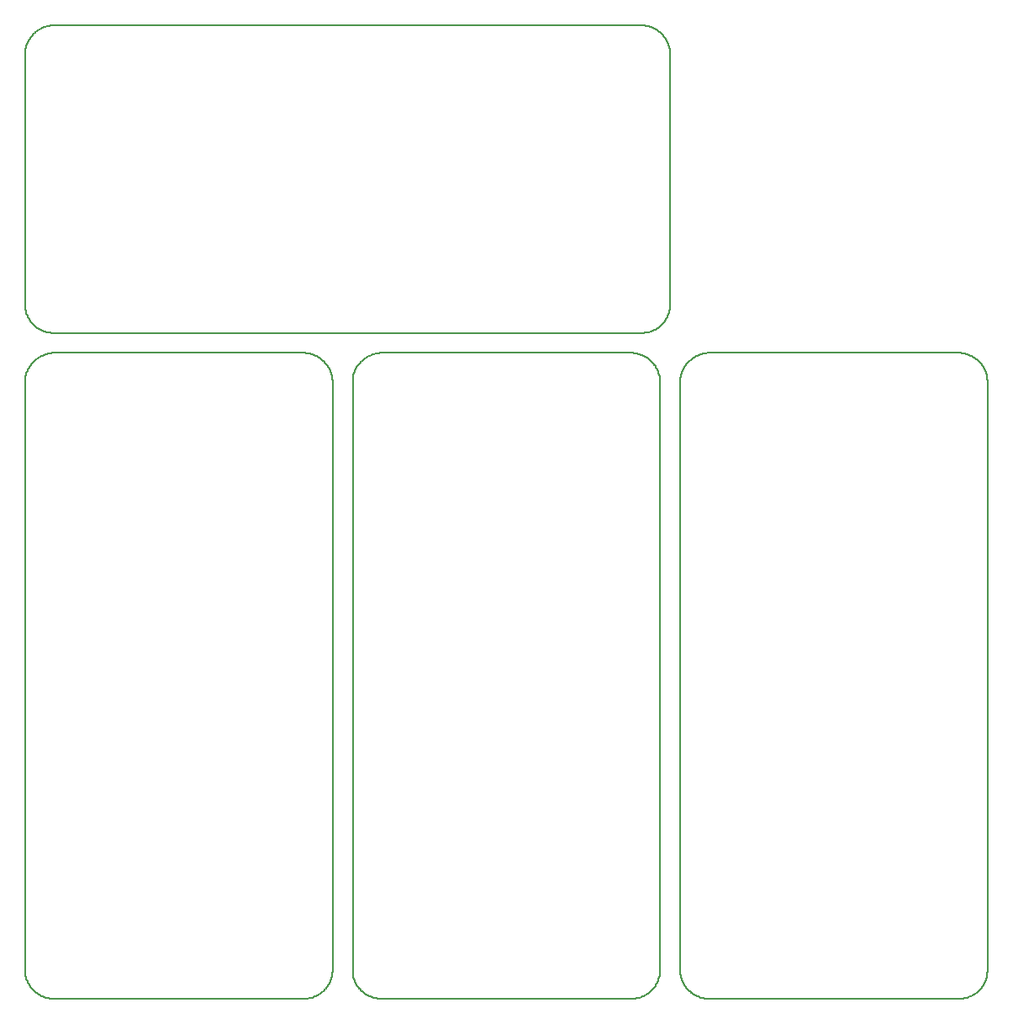
<source format=gm1>
%MOIN*%
%OFA0B0*%
%FSLAX23Y23*%
%IPPOS*%
%LPD*%
%ADD10C,0.008*%
%ADD21C,0.008*%
%ADD22C,0.008*%
%ADD23C,0.008*%
G90*
G54D10*
X00144Y02598D02*
X00145Y02598D01*
X00146Y02598D01*
X00147Y02598D01*
X00148Y02598D01*
X00149Y02598D01*
X00150Y02598D01*
X00151Y02598D01*
X00152Y02598D01*
X00153Y02598D01*
X00154Y02598D01*
X00155Y02598D01*
X00156Y02598D01*
X00157Y02598D01*
X00157Y02598D01*
X00159Y02598D01*
X00160Y02598D01*
X00160Y02598D01*
X00162Y02598D01*
X00163Y02598D01*
X00163Y02598D01*
X00165Y02598D01*
X00166Y02598D01*
X00166Y02598D01*
X00168Y02598D01*
X00169Y02598D01*
X00170Y02598D01*
X00171Y02598D01*
X00172Y02598D01*
X00173Y02598D01*
X00173Y02598D01*
X00175Y02598D01*
X00176Y02598D01*
X00176Y02598D01*
X00178Y02598D01*
X00179Y02598D01*
X00179Y02598D01*
X00181Y02598D01*
X00182Y02598D01*
X00182Y02598D01*
X00184Y02598D01*
X00185Y02598D01*
X00185Y02598D01*
X00187Y02598D01*
X00188Y02598D01*
X00189Y02598D01*
X00190Y02598D01*
X00191Y02598D01*
X00192Y02598D01*
X00193Y02598D01*
X00194Y02598D01*
X00195Y02598D01*
X00196Y02598D01*
X00197Y02598D01*
X00198Y02598D01*
X00199Y02598D01*
X00200Y02598D01*
X00201Y02598D01*
X00202Y02598D01*
X00203Y02598D01*
X00204Y02598D01*
X00204Y02598D01*
X00206Y02598D01*
X00207Y02598D01*
X00208Y02598D01*
X00209Y02598D01*
X00210Y02598D01*
X00211Y02598D01*
X00212Y02598D01*
X00213Y02598D01*
X00214Y02598D01*
X00215Y02598D01*
X00216Y02598D01*
X00217Y02598D01*
X00218Y02598D01*
X00219Y02598D01*
X00220Y02598D01*
X00221Y02598D01*
X00222Y02598D01*
X00223Y02598D01*
X00224Y02598D01*
X00225Y02598D01*
X00226Y02598D01*
X00227Y02598D01*
X00228Y02598D01*
X00229Y02598D01*
X00230Y02598D01*
X00231Y02598D01*
X00232Y02598D01*
X00233Y02598D01*
X00234Y02598D01*
X00235Y02598D01*
X00236Y02598D01*
X00237Y02598D01*
X00238Y02598D01*
X00239Y02598D01*
X00240Y02598D01*
X00241Y02598D01*
X00242Y02598D01*
X00243Y02598D01*
X00244Y02598D01*
X00245Y02598D01*
X00246Y02598D01*
X00247Y02598D01*
X00248Y02598D01*
X00249Y02598D01*
X00250Y02598D01*
X00251Y02598D01*
X00252Y02598D01*
X00253Y02598D01*
X00254Y02598D01*
X00255Y02598D01*
X00256Y02598D01*
X00257Y02598D01*
X00258Y02598D01*
X00259Y02598D01*
X00260Y02598D01*
X00261Y02598D01*
X00262Y02598D01*
X00263Y02598D01*
X00264Y02598D01*
X00265Y02598D01*
X00266Y02598D01*
X00267Y02598D01*
X00268Y02598D01*
X00269Y02598D01*
X00270Y02598D01*
X00271Y02598D01*
X00272Y02598D01*
X00273Y02598D01*
X00274Y02598D01*
X00275Y02598D01*
X00276Y02598D01*
X00277Y02598D01*
X00278Y02598D01*
X00279Y02598D01*
X00280Y02598D01*
X00281Y02598D01*
X00282Y02598D01*
X00283Y02598D01*
X00284Y02598D01*
X00285Y02598D01*
X00286Y02598D01*
X00287Y02598D01*
X00288Y02598D01*
X00289Y02598D01*
X00290Y02598D01*
X00291Y02598D01*
X00292Y02598D01*
X00293Y02598D01*
X00294Y02598D01*
X00295Y02598D01*
X00296Y02598D01*
X00297Y02598D01*
X00298Y02598D01*
X00299Y02598D01*
X00300Y02598D01*
X00301Y02598D01*
X00302Y02598D01*
X00303Y02598D01*
X00304Y02598D01*
X00305Y02598D01*
X00306Y02598D01*
X00307Y02598D01*
X00308Y02598D01*
X00309Y02598D01*
X00310Y02598D01*
X00311Y02598D01*
X00312Y02598D01*
X00313Y02598D01*
X00314Y02598D01*
X00315Y02598D01*
X00315Y02598D01*
X00317Y02598D01*
X00318Y02598D01*
X00318Y02598D01*
X00320Y02598D01*
X00321Y02598D01*
X00321Y02598D01*
X00323Y02598D01*
X00324Y02598D01*
X00324Y02598D01*
X00326Y02598D01*
X00327Y02598D01*
X00327Y02598D01*
X00329Y02598D01*
X00330Y02598D01*
X00330Y02598D01*
X00332Y02598D01*
X00333Y02598D01*
X00333Y02598D01*
X00335Y02598D01*
X00336Y02598D01*
X00336Y02598D01*
X00338Y02598D01*
X00339Y02598D01*
X00340Y02598D01*
X00341Y02598D01*
X00342Y02598D01*
X00343Y02598D01*
X00344Y02598D01*
X00344Y02598D01*
X00346Y02598D01*
X00347Y02598D01*
X00347Y02598D01*
X00349Y02598D01*
X00350Y02598D01*
X00350Y02598D01*
X00352Y02598D01*
X00353Y02598D01*
X00353Y02598D01*
X00355Y02598D01*
X00356Y02598D01*
X00356Y02598D01*
X00358Y02598D01*
X00359Y02598D01*
X00359Y02598D01*
X00361Y02598D01*
X00362Y02598D01*
X00362Y02598D01*
X00364Y02598D01*
X00365Y02598D01*
X00365Y02598D01*
X00367Y02598D01*
X00368Y02598D01*
X00368Y02598D01*
X00370Y02598D01*
X00371Y02598D01*
X00371Y02598D01*
X00373Y02598D01*
X00374Y02598D01*
X00374Y02598D01*
X00376Y02598D01*
X00377Y02598D01*
X00378Y02598D01*
X00379Y02598D01*
X00380Y02598D01*
X00381Y02598D01*
X00382Y02598D01*
X00383Y02598D01*
X00384Y02598D01*
X00385Y02598D01*
X00386Y02598D01*
X00387Y02598D01*
X00388Y02598D01*
X00389Y02598D01*
X00390Y02598D01*
X00391Y02598D01*
X00392Y02598D01*
X00393Y02598D01*
X00394Y02598D01*
X00395Y02598D01*
X00396Y02598D01*
X00397Y02598D01*
X00398Y02598D01*
X00399Y02598D01*
X00400Y02598D01*
X00401Y02598D01*
X00402Y02598D01*
X00403Y02598D01*
X00404Y02598D01*
X00405Y02598D01*
X00406Y02598D01*
X00406Y02598D01*
X00408Y02598D01*
X00409Y02598D01*
X00409Y02598D01*
X00411Y02598D01*
X00412Y02598D01*
X00413Y02598D01*
X00414Y02598D01*
X00415Y02598D01*
X00416Y02598D01*
X00417Y02598D01*
X00418Y02598D01*
X00419Y02598D01*
X00420Y02598D01*
X00421Y02598D01*
X00422Y02598D01*
X00423Y02598D01*
X00424Y02598D01*
X00425Y02598D01*
X00426Y02598D01*
X00427Y02598D01*
X00428Y02598D01*
X00429Y02598D01*
X00430Y02598D01*
X00431Y02598D01*
X00432Y02598D01*
X00433Y02598D01*
X00434Y02598D01*
X00435Y02598D01*
X00436Y02598D01*
X00437Y02598D01*
X00438Y02598D01*
X00439Y02598D01*
X00440Y02598D01*
X00441Y02598D01*
X00442Y02598D01*
X00443Y02598D01*
X00444Y02598D01*
X00445Y02598D01*
X00446Y02598D01*
X00447Y02598D01*
X00448Y02598D01*
X00449Y02598D01*
X00450Y02598D01*
X00451Y02598D01*
X00452Y02598D01*
X00453Y02598D01*
X00454Y02598D01*
X00455Y02598D01*
X00456Y02598D01*
X00457Y02598D01*
X00458Y02598D01*
X00459Y02598D01*
X00460Y02598D01*
X00461Y02598D01*
X00462Y02598D01*
X00463Y02598D01*
X00464Y02598D01*
X00465Y02598D01*
X00466Y02598D01*
X00467Y02598D01*
X00468Y02598D01*
X00469Y02598D01*
X00470Y02598D01*
X00471Y02598D01*
X00472Y02598D01*
X00473Y02598D01*
X00474Y02598D01*
X00475Y02598D01*
X00476Y02598D01*
X00477Y02598D01*
X00478Y02598D01*
X00479Y02598D01*
X00480Y02598D01*
X00481Y02598D01*
X00482Y02598D01*
X00483Y02598D01*
X00484Y02598D01*
X00485Y02598D01*
X00486Y02598D01*
X00487Y02598D01*
X00488Y02598D01*
X00489Y02598D01*
X00490Y02598D01*
X00491Y02598D01*
X00492Y02598D01*
X00493Y02598D01*
X00494Y02598D01*
X00495Y02598D01*
X00496Y02598D01*
X00497Y02598D01*
X00498Y02598D01*
X00499Y02598D01*
X00500Y02598D01*
X00501Y02598D01*
X00502Y02598D01*
X00503Y02598D01*
X00504Y02598D01*
X00505Y02598D01*
X00506Y02598D01*
X00507Y02598D01*
X00508Y02598D01*
X00509Y02598D01*
X00510Y02598D01*
X00511Y02598D01*
X00512Y02598D01*
X00513Y02598D01*
X00514Y02598D01*
X00515Y02598D01*
X00516Y02598D01*
X00517Y02598D01*
X00518Y02598D01*
X00519Y02598D01*
X00520Y02598D01*
X00521Y02598D01*
X00522Y02598D01*
X00523Y02598D01*
X00524Y02598D01*
X00525Y02598D01*
X00526Y02598D01*
X00527Y02598D01*
X00528Y02598D01*
X00529Y02598D01*
X00530Y02598D01*
X00531Y02598D01*
X00532Y02598D01*
X00533Y02598D01*
X00534Y02598D01*
X00535Y02598D01*
X00536Y02598D01*
X00537Y02598D01*
X00538Y02598D01*
X00539Y02598D01*
X00540Y02598D01*
X00541Y02598D01*
X00542Y02598D01*
X00543Y02598D01*
X00544Y02598D01*
X00545Y02598D01*
X00546Y02598D01*
X00547Y02598D01*
X00548Y02598D01*
X00549Y02598D01*
X00550Y02598D01*
X00551Y02598D01*
X00552Y02598D01*
X00553Y02598D01*
X00554Y02598D01*
X00555Y02598D01*
X00556Y02598D01*
X00557Y02598D01*
X00558Y02598D01*
X00559Y02598D01*
X00560Y02598D01*
X00561Y02598D01*
X00562Y02598D01*
X00563Y02598D01*
X00564Y02598D01*
X00565Y02598D01*
X00566Y02598D01*
X00567Y02598D01*
X00568Y02598D01*
X00569Y02598D01*
X00570Y02598D01*
X00571Y02598D01*
X00572Y02598D01*
X00573Y02598D01*
X00574Y02598D01*
X00575Y02598D01*
X00576Y02598D01*
X00577Y02598D01*
X00578Y02598D01*
X00579Y02598D01*
X00580Y02598D01*
X00581Y02598D01*
X00582Y02598D01*
X00583Y02598D01*
X00584Y02598D01*
X00585Y02598D01*
X00586Y02598D01*
X00587Y02598D01*
X00588Y02598D01*
X00589Y02598D01*
X00590Y02598D01*
X00591Y02598D01*
X00592Y02598D01*
X00593Y02598D01*
X00594Y02598D01*
X00595Y02598D01*
X00596Y02598D01*
X00597Y02598D01*
X00598Y02598D01*
X00599Y02598D01*
X00600Y02598D01*
X00601Y02598D01*
X00602Y02598D01*
X00603Y02598D01*
X00604Y02598D01*
X00605Y02598D01*
X00606Y02598D01*
X00607Y02598D01*
X00608Y02598D01*
X00609Y02598D01*
X00610Y02598D01*
X00611Y02598D01*
X00612Y02598D01*
X00613Y02598D01*
X00614Y02598D01*
X00615Y02598D01*
X00616Y02598D01*
X00617Y02598D01*
X00618Y02598D01*
X00619Y02598D01*
X00620Y02598D01*
X00621Y02598D01*
X00622Y02598D01*
X00623Y02598D01*
X00624Y02598D01*
X00625Y02598D01*
X00626Y02598D01*
X00627Y02598D01*
X00628Y02598D01*
X00629Y02598D01*
X00630Y02598D01*
X00631Y02598D01*
X00631Y02598D01*
X00633Y02598D01*
X00634Y02598D01*
X00634Y02598D01*
X00636Y02598D01*
X00637Y02598D01*
X00637Y02598D01*
X00639Y02598D01*
X00640Y02598D01*
X00640Y02598D01*
X00642Y02598D01*
X00643Y02598D01*
X00643Y02598D01*
X00645Y02598D01*
X00646Y02598D01*
X00646Y02598D01*
X00648Y02598D01*
X00649Y02598D01*
X00649Y02598D01*
X00651Y02598D01*
X00652Y02598D01*
X00652Y02598D01*
X00654Y02598D01*
X00655Y02598D01*
X00655Y02598D01*
X00657Y02598D01*
X00658Y02598D01*
X00658Y02598D01*
X00660Y02598D01*
X00661Y02598D01*
X00661Y02598D01*
X00663Y02598D01*
X00664Y02598D01*
X00664Y02598D01*
X00666Y02598D01*
X00667Y02598D01*
X00667Y02598D01*
X00669Y02598D01*
X00670Y02598D01*
X00670Y02598D01*
X00672Y02598D01*
X00673Y02598D01*
X00673Y02598D01*
X00675Y02598D01*
X00676Y02598D01*
X00677Y02598D01*
X00678Y02598D01*
X00679Y02598D01*
X00680Y02598D01*
X00681Y02598D01*
X00682Y02598D01*
X00683Y02598D01*
X00684Y02598D01*
X00685Y02598D01*
X00686Y02598D01*
X00687Y02598D01*
X00688Y02598D01*
X00689Y02598D01*
X00689Y02598D01*
X00691Y02598D01*
X00692Y02598D01*
X00692Y02598D01*
X00694Y02598D01*
X00695Y02598D01*
X00695Y02598D01*
X00697Y02598D01*
X00698Y02598D01*
X00698Y02598D01*
X00700Y02598D01*
X00701Y02598D01*
X00701Y02598D01*
X00703Y02598D01*
X00704Y02598D01*
X00704Y02598D01*
X00706Y02598D01*
X00707Y02598D01*
X00707Y02598D01*
X00709Y02598D01*
X00710Y02598D01*
X00710Y02598D01*
X00712Y02598D01*
X00713Y02598D01*
X00713Y02598D01*
X00715Y02598D01*
X00716Y02598D01*
X00716Y02598D01*
X00718Y02598D01*
X00719Y02598D01*
X00719Y02598D01*
X00721Y02598D01*
X00722Y02598D01*
X00722Y02598D01*
X00724Y02598D01*
X00725Y02598D01*
X00725Y02598D01*
X00727Y02598D01*
X00728Y02598D01*
X00728Y02598D01*
X00730Y02598D01*
X00731Y02598D01*
X00731Y02598D01*
X00733Y02598D01*
X00734Y02598D01*
X00734Y02598D01*
X00736Y02598D01*
X00737Y02598D01*
X00737Y02598D01*
X00739Y02598D01*
X00740Y02598D01*
X00740Y02598D01*
X00742Y02598D01*
X00743Y02598D01*
X00743Y02598D01*
X00745Y02598D01*
X00746Y02598D01*
X00746Y02598D01*
X00748Y02598D01*
X00749Y02598D01*
X00749Y02598D01*
X00751Y02598D01*
X00752Y02598D01*
X00753Y02598D01*
X00754Y02598D01*
X00755Y02598D01*
X00756Y02598D01*
X00757Y02598D01*
X00758Y02598D01*
X00759Y02598D01*
X00760Y02598D01*
X00761Y02598D01*
X00762Y02598D01*
X00763Y02598D01*
X00764Y02598D01*
X00765Y02598D01*
X00766Y02598D01*
X00767Y02598D01*
X00768Y02598D01*
X00769Y02598D01*
X00770Y02598D01*
X00771Y02598D01*
X00772Y02598D01*
X00773Y02598D01*
X00774Y02598D01*
X00775Y02598D01*
X00776Y02598D01*
X00777Y02598D01*
X00778Y02598D01*
X00779Y02598D01*
X00780Y02598D01*
X00781Y02598D01*
X00782Y02598D01*
X00783Y02598D01*
X00784Y02598D01*
X00785Y02598D01*
X00786Y02598D01*
X00787Y02598D01*
X00788Y02598D01*
X00789Y02598D01*
X00790Y02598D01*
X00791Y02598D01*
X00792Y02598D01*
X00793Y02598D01*
X00794Y02598D01*
X00795Y02598D01*
X00796Y02598D01*
X00797Y02598D01*
X00798Y02598D01*
X00799Y02598D01*
X00800Y02598D01*
X00801Y02598D01*
X00802Y02598D01*
X00803Y02598D01*
X00804Y02598D01*
X00805Y02598D01*
X00806Y02598D01*
X00807Y02598D01*
X00808Y02598D01*
X00809Y02598D01*
X00810Y02598D01*
X00811Y02598D01*
X00812Y02598D01*
X00813Y02598D01*
X00813Y02598D01*
X00815Y02598D01*
X00816Y02598D01*
X00816Y02598D01*
X00818Y02598D01*
X00819Y02598D01*
X00819Y02598D01*
X00821Y02598D01*
X00822Y02598D01*
X00822Y02598D01*
X00824Y02598D01*
X00825Y02598D01*
X00826Y02598D01*
X00827Y02598D01*
X00828Y02598D01*
X00829Y02598D01*
X00830Y02598D01*
X00831Y02598D01*
X00832Y02598D01*
X00833Y02598D01*
X00834Y02598D01*
X00835Y02598D01*
X00836Y02598D01*
X00837Y02598D01*
X00838Y02598D01*
X00839Y02598D01*
X00840Y02598D01*
X00841Y02598D01*
X00842Y02598D01*
X00843Y02598D01*
X00844Y02598D01*
X00845Y02598D01*
X00846Y02598D01*
X00847Y02598D01*
X00848Y02598D01*
X00849Y02598D01*
X00850Y02598D01*
X00851Y02598D01*
X00852Y02598D01*
X00853Y02598D01*
X00854Y02598D01*
X00855Y02598D01*
X00856Y02598D01*
X00857Y02598D01*
X00858Y02598D01*
X00859Y02598D01*
X00860Y02598D01*
X00861Y02598D01*
X00862Y02598D01*
X00863Y02598D01*
X00864Y02598D01*
X00865Y02598D01*
X00866Y02598D01*
X00867Y02598D01*
X00868Y02598D01*
X00869Y02598D01*
X00870Y02598D01*
X00871Y02598D01*
X00872Y02598D01*
X00873Y02598D01*
X00874Y02598D01*
X00875Y02598D01*
X00876Y02598D01*
X00877Y02598D01*
X00878Y02598D01*
X00879Y02598D01*
X00880Y02598D01*
X00881Y02598D01*
X00882Y02598D01*
X00883Y02598D01*
X00884Y02598D01*
X00885Y02598D01*
X00886Y02598D01*
X00887Y02598D01*
X00888Y02598D01*
X00889Y02598D01*
X00890Y02598D01*
X00891Y02598D01*
X00892Y02598D01*
X00893Y02598D01*
X00894Y02598D01*
X00895Y02598D01*
X00896Y02598D01*
X00897Y02598D01*
X00898Y02598D01*
X00899Y02598D01*
X00900Y02598D01*
X00901Y02598D01*
X00902Y02598D01*
X00903Y02598D01*
X00904Y02598D01*
X00905Y02598D01*
X00906Y02598D01*
X00907Y02598D01*
X00908Y02598D01*
X00909Y02598D01*
X00910Y02598D01*
X00911Y02598D01*
X00912Y02598D01*
X00913Y02598D01*
X00914Y02598D01*
X00915Y02598D01*
X00916Y02598D01*
X00917Y02598D01*
X00918Y02598D01*
X00919Y02598D01*
X00920Y02598D01*
X00921Y02598D01*
X00922Y02598D01*
X00923Y02598D01*
X00924Y02598D01*
X00925Y02598D01*
X00926Y02598D01*
X00927Y02598D01*
X00928Y02598D01*
X00929Y02598D01*
X00930Y02598D01*
X00931Y02598D01*
X00932Y02598D01*
X00933Y02598D01*
X00934Y02598D01*
X00935Y02598D01*
X00936Y02598D01*
X00937Y02598D01*
X00938Y02598D01*
X00939Y02598D01*
X00940Y02598D01*
X00941Y02598D01*
X00942Y02598D01*
X00943Y02598D01*
X00944Y02598D01*
X00945Y02598D01*
X00946Y02598D01*
X00947Y02598D01*
X00948Y02598D01*
X00949Y02598D01*
X00950Y02598D01*
X00951Y02598D01*
X00952Y02598D01*
X00953Y02598D01*
X00954Y02598D01*
X00955Y02598D01*
X00956Y02598D01*
X00957Y02598D01*
X00958Y02598D01*
X00959Y02598D01*
X00960Y02598D01*
X00961Y02598D01*
X00962Y02598D01*
X00963Y02598D01*
X00964Y02598D01*
X00965Y02598D01*
X00966Y02598D01*
X00967Y02598D01*
X00968Y02598D01*
X00969Y02598D01*
X00970Y02598D01*
X00971Y02598D01*
X00972Y02598D01*
X00973Y02598D01*
X00974Y02598D01*
X00975Y02598D01*
X00976Y02598D01*
X00977Y02598D01*
X00978Y02598D01*
X00979Y02598D01*
X00980Y02598D01*
X00981Y02598D01*
X00982Y02598D01*
X00983Y02598D01*
X00984Y02598D01*
X00985Y02598D01*
X00986Y02598D01*
X00987Y02598D01*
X00988Y02598D01*
X00989Y02598D01*
X00990Y02598D01*
X00991Y02598D01*
X00992Y02598D01*
X00993Y02598D01*
X00994Y02598D01*
X00995Y02598D01*
X00996Y02598D01*
X00997Y02598D01*
X00998Y02598D01*
X00999Y02598D01*
X01000Y02598D01*
X01000Y02598D01*
X01002Y02598D01*
X01002Y02598D01*
X01004Y02598D01*
X01004Y02598D01*
X01006Y02598D01*
X01006Y02598D01*
X01008Y02598D01*
X01008Y02598D01*
X01010Y02598D01*
X01010Y02598D01*
X01012Y02598D01*
X01012Y02598D01*
X01014Y02598D01*
X01014Y02598D01*
X01016Y02598D01*
X01016Y02598D01*
X01018Y02598D01*
X01018Y02598D01*
X01020Y02598D01*
X01020Y02598D01*
X01022Y02598D01*
X01022Y02598D01*
X01024Y02598D01*
X01025Y02598D01*
X01026Y02598D01*
X01027Y02598D01*
X01028Y02598D01*
X01029Y02598D01*
X01030Y02598D01*
X01031Y02598D01*
X01032Y02598D01*
X01033Y02598D01*
X01034Y02598D01*
X01035Y02598D01*
X01036Y02598D01*
X01037Y02598D01*
X01038Y02598D01*
X01039Y02598D01*
X01040Y02598D01*
X01041Y02598D01*
X01042Y02598D01*
X01043Y02598D01*
X01044Y02598D01*
X01045Y02598D01*
X01046Y02598D01*
X01047Y02598D01*
X01048Y02598D01*
X01049Y02598D01*
X01050Y02598D01*
X01051Y02598D01*
X01052Y02598D01*
X01053Y02598D01*
X01054Y02598D01*
X01055Y02598D01*
X01056Y02598D01*
X01057Y02598D01*
X01058Y02598D01*
X01059Y02598D01*
X01060Y02598D01*
X01061Y02598D01*
X01062Y02598D01*
X01063Y02598D01*
X01064Y02598D01*
X01065Y02598D01*
X01066Y02598D01*
X01067Y02598D01*
X01068Y02598D01*
X01069Y02598D01*
X01070Y02598D01*
X01071Y02598D01*
X01072Y02598D01*
X01073Y02598D01*
X01074Y02598D01*
X01075Y02598D01*
X01076Y02598D01*
X01077Y02598D01*
X01078Y02598D01*
X01079Y02598D01*
X01080Y02598D01*
X01081Y02598D01*
X01082Y02598D01*
X01083Y02598D01*
X01084Y02598D01*
X01085Y02598D01*
X01086Y02598D01*
X01087Y02598D01*
X01088Y02598D01*
X01089Y02598D01*
X01090Y02598D01*
X01091Y02598D01*
X01092Y02598D01*
X01093Y02598D01*
X01094Y02598D01*
X01095Y02598D01*
X01096Y02598D01*
X01097Y02598D01*
X01098Y02598D01*
X01099Y02598D01*
X01100Y02598D01*
X01101Y02598D01*
X01102Y02598D01*
X01103Y02598D01*
X01104Y02598D01*
X01105Y02598D01*
X01106Y02598D01*
X01107Y02598D01*
X01108Y02598D01*
X01109Y02598D01*
X01110Y02598D01*
X01111Y02598D01*
X01112Y02598D01*
X01113Y02598D01*
X01114Y02598D01*
X01115Y02598D01*
X01116Y02598D01*
X01117Y02598D01*
X01118Y02598D01*
X01119Y02598D01*
X01120Y02598D01*
X01121Y02598D01*
X01122Y02598D01*
X01123Y02598D01*
X01124Y02598D01*
X01125Y02598D01*
X01126Y02598D01*
X01127Y02598D01*
X01128Y02598D01*
X01129Y02598D01*
X01130Y02598D01*
X01131Y02598D01*
X01132Y02598D01*
X01133Y02598D01*
X01134Y02598D01*
X01135Y02598D01*
X01136Y02598D01*
X01137Y02598D01*
X01138Y02598D01*
X01139Y02598D01*
X01140Y02598D01*
X01141Y02598D01*
X01142Y02598D01*
X01143Y02598D01*
X01144Y02598D01*
X01145Y02598D01*
X01146Y02598D01*
X01147Y02598D01*
X01148Y02598D01*
X01149Y02598D01*
X01150Y02598D01*
X01151Y02598D01*
X01152Y02598D01*
X01153Y02598D01*
X01154Y02597D01*
X01155Y02597D01*
X01156Y02597D01*
X01157Y02597D01*
X01158Y02597D01*
X01159Y02597D01*
X01160Y02597D01*
X01161Y02597D01*
X01162Y02596D01*
X01163Y02596D01*
X01164Y02596D01*
X01165Y02596D01*
X01166Y02596D01*
X01167Y02595D01*
X01168Y02595D01*
X01169Y02595D01*
X01170Y02595D01*
X01171Y02595D01*
X01172Y02594D01*
X01173Y02594D01*
X01174Y02594D01*
X01175Y02593D01*
X01176Y02593D01*
X01177Y02593D01*
X01178Y02593D01*
X01179Y02592D01*
X01180Y02592D01*
X01181Y02592D01*
X01182Y02591D01*
X01183Y02591D01*
X01184Y02590D01*
X01185Y02590D01*
X01186Y02590D01*
X01187Y02589D01*
X01188Y02589D01*
X01189Y02587D01*
X01190Y02587D01*
X01191Y02587D01*
X01192Y02587D01*
X01193Y02587D01*
X01194Y02586D01*
X01195Y02586D01*
X01196Y02585D01*
X01197Y02585D01*
X01198Y02584D01*
X01199Y02583D01*
X01200Y02583D01*
X01201Y02582D01*
X01202Y02582D01*
X01203Y02581D01*
X01204Y02581D01*
X01205Y02580D01*
X01206Y02579D01*
X01207Y02579D01*
X01208Y02578D01*
X01209Y02577D01*
X01210Y02575D01*
X01211Y02575D01*
X01212Y02575D01*
X01213Y02574D01*
X01214Y02574D01*
X01215Y02573D01*
X01216Y02572D01*
X01217Y02571D01*
X01218Y02570D01*
X01219Y02569D01*
X01220Y02568D01*
X01221Y02567D01*
X01222Y02567D01*
X01223Y02566D01*
X01224Y02565D01*
X01225Y02563D01*
X01226Y02563D01*
X01227Y02562D01*
X01227Y02561D01*
X01228Y02560D01*
X01229Y02559D01*
X01230Y02558D01*
X01231Y02557D01*
X01232Y02556D01*
X01233Y02555D01*
X01234Y02554D01*
X01234Y02553D01*
X01235Y02551D01*
X01236Y02551D01*
X01237Y02550D01*
X01237Y02549D01*
X01238Y02548D01*
X01239Y02547D01*
X01239Y02546D01*
X01240Y02545D01*
X01241Y02544D01*
X01241Y02543D01*
X01242Y02542D01*
X01242Y02541D01*
X01243Y02539D01*
X01244Y02539D01*
X01244Y02538D01*
X01245Y02537D01*
X01245Y02536D01*
X01246Y02535D01*
X01246Y02534D01*
X01247Y02533D01*
X01247Y02532D01*
X01248Y02531D01*
X01248Y02530D01*
X01249Y02529D01*
X01249Y02527D01*
X01250Y02526D01*
X01250Y02525D01*
X01251Y02524D01*
X01251Y02522D01*
X01252Y02521D01*
X01252Y02519D01*
X01253Y02518D01*
X01253Y02516D01*
X01254Y02515D01*
X01254Y02512D01*
X01255Y02511D01*
X01255Y02508D01*
X01256Y02507D01*
X01256Y02502D01*
X01257Y02501D01*
X01257Y02494D01*
X01258Y02493D01*
X01258Y00145D01*
X01257Y00144D01*
X01257Y00137D01*
X01256Y00136D01*
X01256Y00131D01*
X01255Y00130D01*
X01255Y00127D01*
X01254Y00126D01*
X01254Y00123D01*
X01253Y00122D01*
X01253Y00120D01*
X01252Y00119D01*
X01252Y00117D01*
X01251Y00116D01*
X01251Y00114D01*
X01250Y00113D01*
X01250Y00112D01*
X01249Y00111D01*
X01249Y00109D01*
X01248Y00108D01*
X01248Y00107D01*
X01247Y00106D01*
X01247Y00105D01*
X01246Y00104D01*
X01246Y00103D01*
X01245Y00102D01*
X01245Y00101D01*
X01244Y00100D01*
X01244Y00099D01*
X01243Y00098D01*
X01242Y00097D01*
X01242Y00096D01*
X01241Y00095D01*
X01241Y00094D01*
X01240Y00092D01*
X01239Y00092D01*
X01239Y00091D01*
X01238Y00089D01*
X01237Y00089D01*
X01237Y00088D01*
X01236Y00086D01*
X01235Y00086D01*
X01234Y00085D01*
X01234Y00084D01*
X01233Y00083D01*
X01232Y00081D01*
X01231Y00081D01*
X01230Y00080D01*
X01229Y00078D01*
X01228Y00078D01*
X01227Y00077D01*
X01227Y00076D01*
X01226Y00075D01*
X01225Y00074D01*
X01224Y00073D01*
X01223Y00072D01*
X01222Y00071D01*
X01221Y00071D01*
X01220Y00070D01*
X01219Y00069D01*
X01218Y00068D01*
X01217Y00067D01*
X01216Y00066D01*
X01215Y00065D01*
X01214Y00064D01*
X01213Y00064D01*
X01212Y00063D01*
X01211Y00062D01*
X01210Y00062D01*
X01209Y00061D01*
X01208Y00060D01*
X01207Y00059D01*
X01206Y00059D01*
X01205Y00058D01*
X01204Y00057D01*
X01203Y00057D01*
X01202Y00056D01*
X01201Y00056D01*
X01200Y00055D01*
X01199Y00055D01*
X01198Y00054D01*
X01197Y00053D01*
X01196Y00053D01*
X01195Y00052D01*
X01194Y00052D01*
X01193Y00051D01*
X01192Y00051D01*
X01191Y00051D01*
X01190Y00050D01*
X01189Y00050D01*
X01188Y00049D01*
X01187Y00049D01*
X01186Y00048D01*
X01185Y00048D01*
X01184Y00048D01*
X01183Y00047D01*
X01182Y00047D01*
X01181Y00046D01*
X01180Y00046D01*
X01179Y00046D01*
X01178Y00044D01*
X01177Y00044D01*
X01176Y00044D01*
X01175Y00044D01*
X01174Y00044D01*
X01173Y00044D01*
X01172Y00044D01*
X01171Y00043D01*
X01170Y00043D01*
X01169Y00043D01*
X01168Y00043D01*
X01167Y00043D01*
X01166Y00042D01*
X01165Y00042D01*
X01164Y00042D01*
X01163Y00042D01*
X01162Y00042D01*
X01161Y00040D01*
X01160Y00040D01*
X01159Y00040D01*
X01158Y00040D01*
X01157Y00040D01*
X01156Y00040D01*
X01155Y00040D01*
X01154Y00040D01*
X01153Y00040D01*
X01152Y00040D01*
X01151Y00040D01*
X01150Y00040D01*
X01149Y00040D01*
X01148Y00040D01*
X01147Y00040D01*
X01146Y00040D01*
X01145Y00040D01*
X01144Y00040D01*
X01143Y00040D01*
X01142Y00040D01*
X01141Y00040D01*
X01140Y00040D01*
X01139Y00040D01*
X01138Y00040D01*
X01137Y00040D01*
X01136Y00040D01*
X01135Y00040D01*
X01134Y00040D01*
X01133Y00040D01*
X01132Y00040D01*
X01131Y00040D01*
X01130Y00040D01*
X01129Y00040D01*
X01128Y00040D01*
X01127Y00040D01*
X01126Y00040D01*
X01125Y00040D01*
X01124Y00040D01*
X01123Y00040D01*
X01122Y00040D01*
X01121Y00040D01*
X01120Y00040D01*
X01119Y00040D01*
X01118Y00040D01*
X01117Y00040D01*
X01116Y00040D01*
X01115Y00040D01*
X01114Y00040D01*
X01113Y00040D01*
X01112Y00040D01*
X01111Y00040D01*
X01110Y00040D01*
X01109Y00040D01*
X01108Y00040D01*
X01107Y00040D01*
X01106Y00040D01*
X01105Y00040D01*
X01104Y00040D01*
X01103Y00040D01*
X01102Y00040D01*
X01101Y00040D01*
X01100Y00040D01*
X01099Y00040D01*
X01098Y00040D01*
X01097Y00040D01*
X01096Y00040D01*
X01095Y00040D01*
X01094Y00040D01*
X01093Y00040D01*
X01092Y00040D01*
X01091Y00040D01*
X01090Y00040D01*
X01089Y00040D01*
X01088Y00040D01*
X01087Y00040D01*
X01086Y00040D01*
X01085Y00040D01*
X01084Y00040D01*
X01083Y00040D01*
X01082Y00040D01*
X01081Y00040D01*
X01080Y00040D01*
X01079Y00040D01*
X01078Y00040D01*
X01077Y00040D01*
X01076Y00040D01*
X01075Y00040D01*
X01074Y00040D01*
X01073Y00040D01*
X01072Y00040D01*
X01071Y00040D01*
X01070Y00040D01*
X01069Y00040D01*
X01068Y00040D01*
X01067Y00040D01*
X01066Y00040D01*
X01065Y00040D01*
X01064Y00040D01*
X01063Y00040D01*
X01062Y00040D01*
X01061Y00040D01*
X01060Y00040D01*
X01059Y00040D01*
X01058Y00040D01*
X01057Y00040D01*
X01056Y00040D01*
X01055Y00040D01*
X01054Y00040D01*
X01053Y00040D01*
X01052Y00040D01*
X01051Y00040D01*
X01050Y00040D01*
X01049Y00040D01*
X01048Y00040D01*
X01047Y00040D01*
X01046Y00040D01*
X01045Y00040D01*
X01044Y00040D01*
X01043Y00040D01*
X01042Y00040D01*
X01041Y00040D01*
X01040Y00040D01*
X01039Y00040D01*
X01038Y00040D01*
X01037Y00040D01*
X01036Y00040D01*
X01035Y00040D01*
X01034Y00040D01*
X01033Y00040D01*
X01032Y00040D01*
X01031Y00040D01*
X01030Y00040D01*
X01029Y00040D01*
X01028Y00040D01*
X01027Y00040D01*
X01026Y00040D01*
X01025Y00040D01*
X01024Y00040D01*
X01022Y00040D01*
X01022Y00040D01*
X01020Y00040D01*
X01020Y00040D01*
X01018Y00040D01*
X01018Y00040D01*
X01016Y00040D01*
X01016Y00040D01*
X01014Y00040D01*
X01014Y00040D01*
X01012Y00040D01*
X01012Y00040D01*
X01010Y00040D01*
X01010Y00040D01*
X01008Y00040D01*
X01008Y00040D01*
X01006Y00040D01*
X01006Y00040D01*
X01004Y00040D01*
X01004Y00040D01*
X01002Y00040D01*
X01002Y00040D01*
X01000Y00040D01*
X01000Y00040D01*
X00999Y00040D01*
X00998Y00040D01*
X00997Y00040D01*
X00996Y00040D01*
X00995Y00040D01*
X00994Y00040D01*
X00993Y00040D01*
X00992Y00040D01*
X00991Y00040D01*
X00990Y00040D01*
X00989Y00040D01*
X00988Y00040D01*
X00987Y00040D01*
X00986Y00040D01*
X00985Y00040D01*
X00984Y00040D01*
X00983Y00040D01*
X00982Y00040D01*
X00981Y00040D01*
X00980Y00040D01*
X00979Y00040D01*
X00978Y00040D01*
X00977Y00040D01*
X00976Y00040D01*
X00975Y00040D01*
X00974Y00040D01*
X00973Y00040D01*
X00972Y00040D01*
X00971Y00040D01*
X00970Y00040D01*
X00969Y00040D01*
X00968Y00040D01*
X00967Y00040D01*
X00966Y00040D01*
X00965Y00040D01*
X00964Y00040D01*
X00963Y00040D01*
X00962Y00040D01*
X00961Y00040D01*
X00960Y00040D01*
X00959Y00040D01*
X00958Y00040D01*
X00957Y00040D01*
X00956Y00040D01*
X00955Y00040D01*
X00954Y00040D01*
X00953Y00040D01*
X00952Y00040D01*
X00951Y00040D01*
X00950Y00040D01*
X00949Y00040D01*
X00948Y00040D01*
X00947Y00040D01*
X00946Y00040D01*
X00945Y00040D01*
X00944Y00040D01*
X00943Y00040D01*
X00942Y00040D01*
X00941Y00040D01*
X00940Y00040D01*
X00939Y00040D01*
X00938Y00040D01*
X00937Y00040D01*
X00936Y00040D01*
X00935Y00040D01*
X00934Y00040D01*
X00933Y00040D01*
X00932Y00040D01*
X00931Y00040D01*
X00930Y00040D01*
X00929Y00040D01*
X00928Y00040D01*
X00927Y00040D01*
X00926Y00040D01*
X00925Y00040D01*
X00924Y00040D01*
X00923Y00040D01*
X00922Y00040D01*
X00921Y00040D01*
X00920Y00040D01*
X00919Y00040D01*
X00918Y00040D01*
X00917Y00040D01*
X00916Y00040D01*
X00915Y00040D01*
X00914Y00040D01*
X00913Y00040D01*
X00912Y00040D01*
X00911Y00040D01*
X00910Y00040D01*
X00909Y00040D01*
X00908Y00040D01*
X00907Y00040D01*
X00906Y00040D01*
X00905Y00040D01*
X00904Y00040D01*
X00903Y00040D01*
X00902Y00040D01*
X00901Y00040D01*
X00900Y00040D01*
X00899Y00040D01*
X00898Y00040D01*
X00897Y00040D01*
X00896Y00040D01*
X00895Y00040D01*
X00894Y00040D01*
X00893Y00040D01*
X00892Y00040D01*
X00891Y00040D01*
X00890Y00040D01*
X00889Y00040D01*
X00888Y00040D01*
X00887Y00040D01*
X00886Y00040D01*
X00885Y00040D01*
X00884Y00040D01*
X00883Y00040D01*
X00882Y00040D01*
X00881Y00040D01*
X00880Y00040D01*
X00879Y00040D01*
X00878Y00040D01*
X00877Y00040D01*
X00876Y00040D01*
X00875Y00040D01*
X00874Y00040D01*
X00873Y00040D01*
X00872Y00040D01*
X00871Y00040D01*
X00870Y00040D01*
X00869Y00040D01*
X00868Y00040D01*
X00867Y00040D01*
X00866Y00040D01*
X00865Y00040D01*
X00864Y00040D01*
X00863Y00040D01*
X00862Y00040D01*
X00861Y00040D01*
X00860Y00040D01*
X00859Y00040D01*
X00858Y00040D01*
X00857Y00040D01*
X00856Y00040D01*
X00855Y00040D01*
X00854Y00040D01*
X00853Y00040D01*
X00852Y00040D01*
X00851Y00040D01*
X00850Y00040D01*
X00849Y00040D01*
X00848Y00040D01*
X00847Y00040D01*
X00846Y00040D01*
X00845Y00040D01*
X00844Y00040D01*
X00843Y00040D01*
X00842Y00040D01*
X00841Y00040D01*
X00840Y00040D01*
X00839Y00040D01*
X00838Y00040D01*
X00837Y00040D01*
X00836Y00040D01*
X00835Y00040D01*
X00834Y00040D01*
X00833Y00040D01*
X00832Y00040D01*
X00831Y00040D01*
X00830Y00040D01*
X00829Y00040D01*
X00828Y00040D01*
X00827Y00040D01*
X00826Y00040D01*
X00825Y00040D01*
X00824Y00040D01*
X00822Y00040D01*
X00822Y00040D01*
X00821Y00040D01*
X00819Y00040D01*
X00819Y00040D01*
X00818Y00040D01*
X00816Y00040D01*
X00816Y00040D01*
X00815Y00040D01*
X00813Y00040D01*
X00813Y00040D01*
X00812Y00040D01*
X00811Y00040D01*
X00810Y00040D01*
X00809Y00040D01*
X00808Y00040D01*
X00807Y00040D01*
X00806Y00040D01*
X00805Y00040D01*
X00804Y00040D01*
X00803Y00040D01*
X00802Y00040D01*
X00801Y00040D01*
X00800Y00040D01*
X00799Y00040D01*
X00798Y00040D01*
X00797Y00040D01*
X00796Y00040D01*
X00795Y00040D01*
X00794Y00040D01*
X00793Y00040D01*
X00792Y00040D01*
X00791Y00040D01*
X00790Y00040D01*
X00789Y00040D01*
X00788Y00040D01*
X00787Y00040D01*
X00786Y00040D01*
X00785Y00040D01*
X00784Y00040D01*
X00783Y00040D01*
X00782Y00040D01*
X00781Y00040D01*
X00780Y00040D01*
X00779Y00040D01*
X00778Y00040D01*
X00777Y00040D01*
X00776Y00040D01*
X00775Y00040D01*
X00774Y00040D01*
X00773Y00040D01*
X00772Y00040D01*
X00771Y00040D01*
X00770Y00040D01*
X00769Y00040D01*
X00768Y00040D01*
X00767Y00040D01*
X00766Y00040D01*
X00765Y00040D01*
X00764Y00040D01*
X00763Y00040D01*
X00762Y00040D01*
X00761Y00040D01*
X00760Y00040D01*
X00759Y00040D01*
X00758Y00040D01*
X00757Y00040D01*
X00756Y00040D01*
X00755Y00040D01*
X00754Y00040D01*
X00753Y00040D01*
X00752Y00040D01*
X00751Y00040D01*
X00749Y00040D01*
X00749Y00040D01*
X00748Y00040D01*
X00746Y00040D01*
X00746Y00040D01*
X00745Y00040D01*
X00743Y00040D01*
X00743Y00040D01*
X00742Y00040D01*
X00740Y00040D01*
X00740Y00040D01*
X00739Y00040D01*
X00737Y00040D01*
X00737Y00040D01*
X00736Y00040D01*
X00734Y00040D01*
X00734Y00040D01*
X00733Y00040D01*
X00731Y00040D01*
X00731Y00040D01*
X00730Y00040D01*
X00728Y00040D01*
X00728Y00040D01*
X00727Y00040D01*
X00725Y00040D01*
X00725Y00040D01*
X00724Y00040D01*
X00722Y00040D01*
X00722Y00040D01*
X00721Y00040D01*
X00719Y00040D01*
X00719Y00040D01*
X00718Y00040D01*
X00716Y00040D01*
X00716Y00040D01*
X00715Y00040D01*
X00713Y00040D01*
X00713Y00040D01*
X00712Y00040D01*
X00710Y00040D01*
X00710Y00040D01*
X00709Y00040D01*
X00707Y00040D01*
X00707Y00040D01*
X00706Y00040D01*
X00704Y00040D01*
X00704Y00040D01*
X00703Y00040D01*
X00701Y00040D01*
X00701Y00040D01*
X00700Y00040D01*
X00698Y00040D01*
X00698Y00040D01*
X00697Y00040D01*
X00695Y00040D01*
X00695Y00040D01*
X00694Y00040D01*
X00692Y00040D01*
X00692Y00040D01*
X00691Y00040D01*
X00689Y00040D01*
X00689Y00040D01*
X00688Y00040D01*
X00687Y00040D01*
X00686Y00040D01*
X00685Y00040D01*
X00684Y00040D01*
X00683Y00040D01*
X00682Y00040D01*
X00681Y00040D01*
X00680Y00040D01*
X00679Y00040D01*
X00678Y00040D01*
X00677Y00040D01*
X00676Y00040D01*
X00675Y00040D01*
X00673Y00040D01*
X00673Y00040D01*
X00672Y00040D01*
X00670Y00040D01*
X00670Y00040D01*
X00669Y00040D01*
X00667Y00040D01*
X00667Y00040D01*
X00666Y00040D01*
X00664Y00040D01*
X00664Y00040D01*
X00663Y00040D01*
X00661Y00040D01*
X00661Y00040D01*
X00660Y00040D01*
X00658Y00040D01*
X00658Y00040D01*
X00657Y00040D01*
X00655Y00040D01*
X00655Y00040D01*
X00654Y00040D01*
X00652Y00040D01*
X00652Y00040D01*
X00651Y00040D01*
X00649Y00040D01*
X00649Y00040D01*
X00648Y00040D01*
X00646Y00040D01*
X00646Y00040D01*
X00645Y00040D01*
X00643Y00040D01*
X00643Y00040D01*
X00642Y00040D01*
X00640Y00040D01*
X00640Y00040D01*
X00639Y00040D01*
X00637Y00040D01*
X00637Y00040D01*
X00636Y00040D01*
X00634Y00040D01*
X00634Y00040D01*
X00633Y00040D01*
X00631Y00040D01*
X00631Y00040D01*
X00630Y00040D01*
X00629Y00040D01*
X00628Y00040D01*
X00627Y00040D01*
X00626Y00040D01*
X00625Y00040D01*
X00624Y00040D01*
X00623Y00040D01*
X00622Y00040D01*
X00621Y00040D01*
X00620Y00040D01*
X00619Y00040D01*
X00618Y00040D01*
X00617Y00040D01*
X00616Y00040D01*
X00615Y00040D01*
X00614Y00040D01*
X00613Y00040D01*
X00612Y00040D01*
X00611Y00040D01*
X00610Y00040D01*
X00609Y00040D01*
X00608Y00040D01*
X00607Y00040D01*
X00606Y00040D01*
X00605Y00040D01*
X00604Y00040D01*
X00603Y00040D01*
X00602Y00040D01*
X00601Y00040D01*
X00600Y00040D01*
X00599Y00040D01*
X00598Y00040D01*
X00597Y00040D01*
X00596Y00040D01*
X00595Y00040D01*
X00594Y00040D01*
X00593Y00040D01*
X00592Y00040D01*
X00591Y00040D01*
X00590Y00040D01*
X00589Y00040D01*
X00588Y00040D01*
X00587Y00040D01*
X00586Y00040D01*
X00585Y00040D01*
X00584Y00040D01*
X00583Y00040D01*
X00582Y00040D01*
X00581Y00040D01*
X00580Y00040D01*
X00579Y00040D01*
X00578Y00040D01*
X00577Y00040D01*
X00576Y00040D01*
X00575Y00040D01*
X00574Y00040D01*
X00573Y00040D01*
X00572Y00040D01*
X00571Y00040D01*
X00570Y00040D01*
X00569Y00040D01*
X00568Y00040D01*
X00567Y00040D01*
X00566Y00040D01*
X00565Y00040D01*
X00564Y00040D01*
X00563Y00040D01*
X00562Y00040D01*
X00561Y00040D01*
X00560Y00040D01*
X00559Y00040D01*
X00558Y00040D01*
X00557Y00040D01*
X00556Y00040D01*
X00555Y00040D01*
X00554Y00040D01*
X00553Y00040D01*
X00552Y00040D01*
X00551Y00040D01*
X00550Y00040D01*
X00549Y00040D01*
X00548Y00040D01*
X00547Y00040D01*
X00546Y00040D01*
X00545Y00040D01*
X00544Y00040D01*
X00543Y00040D01*
X00542Y00040D01*
X00541Y00040D01*
X00540Y00040D01*
X00539Y00040D01*
X00538Y00040D01*
X00537Y00040D01*
X00536Y00040D01*
X00535Y00040D01*
X00534Y00040D01*
X00533Y00040D01*
X00532Y00040D01*
X00531Y00040D01*
X00530Y00040D01*
X00529Y00040D01*
X00528Y00040D01*
X00527Y00040D01*
X00526Y00040D01*
X00525Y00040D01*
X00524Y00040D01*
X00523Y00040D01*
X00522Y00040D01*
X00521Y00040D01*
X00520Y00040D01*
X00519Y00040D01*
X00518Y00040D01*
X00517Y00040D01*
X00516Y00040D01*
X00515Y00040D01*
X00514Y00040D01*
X00513Y00040D01*
X00512Y00040D01*
X00511Y00040D01*
X00510Y00040D01*
X00509Y00040D01*
X00508Y00040D01*
X00507Y00040D01*
X00506Y00040D01*
X00505Y00040D01*
X00504Y00040D01*
X00503Y00040D01*
X00502Y00040D01*
X00501Y00040D01*
X00500Y00040D01*
X00499Y00040D01*
X00498Y00040D01*
X00497Y00040D01*
X00496Y00040D01*
X00495Y00040D01*
X00494Y00040D01*
X00493Y00040D01*
X00492Y00040D01*
X00491Y00040D01*
X00490Y00040D01*
X00489Y00040D01*
X00488Y00040D01*
X00487Y00040D01*
X00486Y00040D01*
X00485Y00040D01*
X00484Y00040D01*
X00483Y00040D01*
X00482Y00040D01*
X00481Y00040D01*
X00480Y00040D01*
X00479Y00040D01*
X00478Y00040D01*
X00477Y00040D01*
X00476Y00040D01*
X00475Y00040D01*
X00474Y00040D01*
X00473Y00040D01*
X00472Y00040D01*
X00471Y00040D01*
X00470Y00040D01*
X00469Y00040D01*
X00468Y00040D01*
X00467Y00040D01*
X00466Y00040D01*
X00465Y00040D01*
X00464Y00040D01*
X00463Y00040D01*
X00462Y00040D01*
X00461Y00040D01*
X00460Y00040D01*
X00459Y00040D01*
X00458Y00040D01*
X00457Y00040D01*
X00456Y00040D01*
X00455Y00040D01*
X00454Y00040D01*
X00453Y00040D01*
X00452Y00040D01*
X00451Y00040D01*
X00450Y00040D01*
X00449Y00040D01*
X00448Y00040D01*
X00447Y00040D01*
X00446Y00040D01*
X00445Y00040D01*
X00444Y00040D01*
X00443Y00040D01*
X00442Y00040D01*
X00441Y00040D01*
X00440Y00040D01*
X00439Y00040D01*
X00438Y00040D01*
X00437Y00040D01*
X00436Y00040D01*
X00435Y00040D01*
X00434Y00040D01*
X00433Y00040D01*
X00432Y00040D01*
X00431Y00040D01*
X00430Y00040D01*
X00429Y00040D01*
X00428Y00040D01*
X00427Y00040D01*
X00426Y00040D01*
X00425Y00040D01*
X00424Y00040D01*
X00423Y00040D01*
X00422Y00040D01*
X00421Y00040D01*
X00420Y00040D01*
X00419Y00040D01*
X00418Y00040D01*
X00417Y00040D01*
X00416Y00040D01*
X00415Y00040D01*
X00414Y00040D01*
X00413Y00040D01*
X00412Y00040D01*
X00411Y00040D01*
X00409Y00040D01*
X00409Y00040D01*
X00408Y00040D01*
X00406Y00040D01*
X00406Y00040D01*
X00405Y00040D01*
X00404Y00040D01*
X00403Y00040D01*
X00402Y00040D01*
X00401Y00040D01*
X00400Y00040D01*
X00399Y00040D01*
X00398Y00040D01*
X00397Y00040D01*
X00396Y00040D01*
X00395Y00040D01*
X00394Y00040D01*
X00393Y00040D01*
X00392Y00040D01*
X00391Y00040D01*
X00390Y00040D01*
X00389Y00040D01*
X00388Y00040D01*
X00387Y00040D01*
X00386Y00040D01*
X00385Y00040D01*
X00384Y00040D01*
X00383Y00040D01*
X00382Y00040D01*
X00381Y00040D01*
X00380Y00040D01*
X00379Y00040D01*
X00378Y00040D01*
X00377Y00040D01*
X00376Y00040D01*
X00374Y00040D01*
X00374Y00040D01*
X00373Y00040D01*
X00371Y00040D01*
X00371Y00040D01*
X00370Y00040D01*
X00368Y00040D01*
X00368Y00040D01*
X00367Y00040D01*
X00365Y00040D01*
X00365Y00040D01*
X00364Y00040D01*
X00362Y00040D01*
X00362Y00040D01*
X00361Y00040D01*
X00359Y00040D01*
X00359Y00040D01*
X00358Y00040D01*
X00356Y00040D01*
X00356Y00040D01*
X00355Y00040D01*
X00353Y00040D01*
X00353Y00040D01*
X00352Y00040D01*
X00350Y00040D01*
X00350Y00040D01*
X00349Y00040D01*
X00347Y00040D01*
X00347Y00040D01*
X00346Y00040D01*
X00344Y00040D01*
X00344Y00040D01*
X00343Y00040D01*
X00342Y00040D01*
X00341Y00040D01*
X00340Y00040D01*
X00339Y00040D01*
X00338Y00040D01*
X00336Y00040D01*
X00336Y00040D01*
X00335Y00040D01*
X00333Y00040D01*
X00333Y00040D01*
X00332Y00040D01*
X00330Y00040D01*
X00330Y00040D01*
X00329Y00040D01*
X00327Y00040D01*
X00327Y00040D01*
X00326Y00040D01*
X00324Y00040D01*
X00324Y00040D01*
X00323Y00040D01*
X00321Y00040D01*
X00321Y00040D01*
X00320Y00040D01*
X00318Y00040D01*
X00318Y00040D01*
X00317Y00040D01*
X00315Y00040D01*
X00315Y00040D01*
X00314Y00040D01*
X00313Y00040D01*
X00312Y00040D01*
X00311Y00040D01*
X00310Y00040D01*
X00309Y00040D01*
X00308Y00040D01*
X00307Y00040D01*
X00306Y00040D01*
X00305Y00040D01*
X00304Y00040D01*
X00303Y00040D01*
X00302Y00040D01*
X00301Y00040D01*
X00300Y00040D01*
X00299Y00040D01*
X00298Y00040D01*
X00297Y00040D01*
X00296Y00040D01*
X00295Y00040D01*
X00294Y00040D01*
X00293Y00040D01*
X00292Y00040D01*
X00291Y00040D01*
X00290Y00040D01*
X00289Y00040D01*
X00288Y00040D01*
X00287Y00040D01*
X00286Y00040D01*
X00285Y00040D01*
X00284Y00040D01*
X00283Y00040D01*
X00282Y00040D01*
X00281Y00040D01*
X00280Y00040D01*
X00279Y00040D01*
X00278Y00040D01*
X00277Y00040D01*
X00276Y00040D01*
X00275Y00040D01*
X00274Y00040D01*
X00273Y00040D01*
X00272Y00040D01*
X00271Y00040D01*
X00270Y00040D01*
X00269Y00040D01*
X00268Y00040D01*
X00267Y00040D01*
X00266Y00040D01*
X00265Y00040D01*
X00264Y00040D01*
X00263Y00040D01*
X00262Y00040D01*
X00261Y00040D01*
X00260Y00040D01*
X00259Y00040D01*
X00258Y00040D01*
X00257Y00040D01*
X00256Y00040D01*
X00255Y00040D01*
X00254Y00040D01*
X00253Y00040D01*
X00252Y00040D01*
X00251Y00040D01*
X00250Y00040D01*
X00249Y00040D01*
X00248Y00040D01*
X00247Y00040D01*
X00246Y00040D01*
X00245Y00040D01*
X00244Y00040D01*
X00243Y00040D01*
X00242Y00040D01*
X00241Y00040D01*
X00240Y00040D01*
X00239Y00040D01*
X00238Y00040D01*
X00237Y00040D01*
X00236Y00040D01*
X00235Y00040D01*
X00234Y00040D01*
X00233Y00040D01*
X00232Y00040D01*
X00231Y00040D01*
X00230Y00040D01*
X00229Y00040D01*
X00228Y00040D01*
X00227Y00040D01*
X00226Y00040D01*
X00225Y00040D01*
X00224Y00040D01*
X00223Y00040D01*
X00222Y00040D01*
X00221Y00040D01*
X00220Y00040D01*
X00219Y00040D01*
X00218Y00040D01*
X00217Y00040D01*
X00216Y00040D01*
X00215Y00040D01*
X00214Y00040D01*
X00213Y00040D01*
X00212Y00040D01*
X00211Y00040D01*
X00210Y00040D01*
X00209Y00040D01*
X00208Y00040D01*
X00207Y00040D01*
X00206Y00040D01*
X00204Y00040D01*
X00204Y00040D01*
X00203Y00040D01*
X00202Y00040D01*
X00201Y00040D01*
X00200Y00040D01*
X00199Y00040D01*
X00198Y00040D01*
X00197Y00040D01*
X00196Y00040D01*
X00195Y00040D01*
X00194Y00040D01*
X00193Y00040D01*
X00192Y00040D01*
X00191Y00040D01*
X00190Y00040D01*
X00189Y00040D01*
X00188Y00040D01*
X00187Y00040D01*
X00185Y00040D01*
X00185Y00040D01*
X00184Y00040D01*
X00182Y00040D01*
X00182Y00040D01*
X00181Y00040D01*
X00179Y00040D01*
X00179Y00040D01*
X00178Y00040D01*
X00176Y00040D01*
X00176Y00040D01*
X00175Y00040D01*
X00173Y00040D01*
X00173Y00040D01*
X00172Y00040D01*
X00171Y00040D01*
X00170Y00040D01*
X00169Y00040D01*
X00168Y00040D01*
X00166Y00040D01*
X00166Y00040D01*
X00165Y00040D01*
X00163Y00040D01*
X00163Y00040D01*
X00162Y00040D01*
X00160Y00040D01*
X00160Y00040D01*
X00159Y00040D01*
X00157Y00040D01*
X00157Y00040D01*
X00156Y00040D01*
X00155Y00040D01*
X00154Y00040D01*
X00153Y00040D01*
X00152Y00040D01*
X00151Y00040D01*
X00150Y00040D01*
X00149Y00040D01*
X00148Y00040D01*
X00147Y00040D01*
X00146Y00040D01*
X00145Y00040D01*
X00144Y00040D01*
X00143Y00040D01*
X00142Y00040D01*
X00141Y00040D01*
X00140Y00040D01*
X00139Y00040D01*
X00138Y00040D01*
X00137Y00040D01*
X00136Y00040D01*
X00135Y00042D01*
X00134Y00042D01*
X00133Y00042D01*
X00132Y00042D01*
X00131Y00042D01*
X00130Y00043D01*
X00129Y00043D01*
X00128Y00043D01*
X00127Y00043D01*
X00126Y00043D01*
X00125Y00044D01*
X00124Y00044D01*
X00123Y00044D01*
X00122Y00044D01*
X00121Y00044D01*
X00120Y00044D01*
X00119Y00044D01*
X00118Y00046D01*
X00117Y00046D01*
X00116Y00046D01*
X00115Y00047D01*
X00114Y00047D01*
X00113Y00048D01*
X00112Y00048D01*
X00111Y00048D01*
X00110Y00049D01*
X00109Y00049D01*
X00108Y00050D01*
X00107Y00050D01*
X00106Y00051D01*
X00105Y00051D01*
X00104Y00051D01*
X00103Y00052D01*
X00102Y00052D01*
X00101Y00053D01*
X00100Y00053D01*
X00099Y00054D01*
X00098Y00055D01*
X00097Y00055D01*
X00096Y00056D01*
X00095Y00056D01*
X00094Y00057D01*
X00092Y00057D01*
X00092Y00058D01*
X00091Y00059D01*
X00089Y00059D01*
X00089Y00060D01*
X00088Y00061D01*
X00086Y00062D01*
X00086Y00062D01*
X00085Y00063D01*
X00084Y00064D01*
X00083Y00064D01*
X00081Y00065D01*
X00081Y00066D01*
X00080Y00067D01*
X00078Y00068D01*
X00078Y00069D01*
X00077Y00070D01*
X00076Y00071D01*
X00075Y00071D01*
X00074Y00072D01*
X00073Y00073D01*
X00072Y00074D01*
X00071Y00075D01*
X00070Y00076D01*
X00069Y00077D01*
X00069Y00078D01*
X00068Y00078D01*
X00067Y00080D01*
X00066Y00081D01*
X00065Y00081D01*
X00064Y00083D01*
X00063Y00084D01*
X00063Y00085D01*
X00062Y00086D01*
X00061Y00086D01*
X00060Y00088D01*
X00060Y00089D01*
X00059Y00089D01*
X00058Y00091D01*
X00058Y00092D01*
X00057Y00092D01*
X00056Y00094D01*
X00056Y00095D01*
X00055Y00096D01*
X00055Y00097D01*
X00054Y00098D01*
X00053Y00099D01*
X00053Y00100D01*
X00052Y00101D01*
X00052Y00102D01*
X00051Y00103D01*
X00051Y00104D01*
X00050Y00105D01*
X00050Y00106D01*
X00049Y00107D01*
X00049Y00108D01*
X00048Y00109D01*
X00048Y00111D01*
X00047Y00112D01*
X00047Y00113D01*
X00046Y00114D01*
X00046Y00116D01*
X00044Y00117D01*
X00044Y00119D01*
X00044Y00120D01*
X00044Y00122D01*
X00043Y00123D01*
X00043Y00126D01*
X00042Y00127D01*
X00042Y00130D01*
X00040Y00131D01*
X00040Y00136D01*
X00040Y00137D01*
X00040Y00144D01*
X00039Y00145D01*
X00039Y02493D01*
X00040Y02494D01*
X00040Y02501D01*
X00040Y02502D01*
X00040Y02507D01*
X00042Y02508D01*
X00042Y02511D01*
X00043Y02512D01*
X00043Y02515D01*
X00044Y02516D01*
X00044Y02518D01*
X00044Y02519D01*
X00044Y02521D01*
X00046Y02522D01*
X00046Y02524D01*
X00047Y02525D01*
X00047Y02526D01*
X00048Y02527D01*
X00048Y02529D01*
X00049Y02530D01*
X00049Y02531D01*
X00050Y02532D01*
X00050Y02533D01*
X00051Y02534D01*
X00051Y02535D01*
X00052Y02536D01*
X00052Y02537D01*
X00053Y02538D01*
X00053Y02539D01*
X00054Y02539D01*
X00055Y02541D01*
X00055Y02542D01*
X00056Y02543D01*
X00056Y02544D01*
X00057Y02545D01*
X00058Y02546D01*
X00058Y02547D01*
X00059Y02548D01*
X00060Y02549D01*
X00060Y02550D01*
X00061Y02551D01*
X00062Y02551D01*
X00063Y02553D01*
X00063Y02554D01*
X00064Y02555D01*
X00065Y02556D01*
X00066Y02557D01*
X00067Y02558D01*
X00068Y02559D01*
X00069Y02560D01*
X00069Y02561D01*
X00070Y02562D01*
X00071Y02563D01*
X00072Y02563D01*
X00073Y02565D01*
X00074Y02566D01*
X00075Y02567D01*
X00076Y02567D01*
X00077Y02568D01*
X00078Y02569D01*
X00078Y02570D01*
X00080Y02571D01*
X00081Y02572D01*
X00081Y02573D01*
X00083Y02574D01*
X00084Y02574D01*
X00085Y02575D01*
X00086Y02575D01*
X00086Y02577D01*
X00088Y02577D01*
X00089Y02578D01*
X00089Y02579D01*
X00091Y02579D01*
X00092Y02580D01*
X00092Y02581D01*
X00094Y02581D01*
X00095Y02582D01*
X00096Y02582D01*
X00097Y02583D01*
X00098Y02583D01*
X00099Y02584D01*
X00100Y02585D01*
X00101Y02585D01*
X00102Y02586D01*
X00103Y02586D01*
X00104Y02587D01*
X00105Y02587D01*
X00106Y02587D01*
X00107Y02587D01*
X00108Y02587D01*
X00109Y02589D01*
X00110Y02589D01*
X00111Y02590D01*
X00112Y02590D01*
X00113Y02590D01*
X00114Y02591D01*
X00115Y02591D01*
X00116Y02592D01*
X00117Y02592D01*
X00118Y02592D01*
X00119Y02593D01*
X00120Y02593D01*
X00121Y02593D01*
X00122Y02593D01*
X00123Y02594D01*
X00124Y02594D01*
X00125Y02594D01*
X00126Y02595D01*
X00127Y02595D01*
X00128Y02595D01*
X00129Y02595D01*
X00130Y02595D01*
X00131Y02596D01*
X00132Y02596D01*
X00133Y02596D01*
X00134Y02596D01*
X00135Y02596D01*
X00136Y02597D01*
X00137Y02597D01*
X00138Y02597D01*
X00139Y02597D01*
X00140Y02597D01*
X00141Y02597D01*
X00142Y02597D01*
X00143Y02597D01*
X00144Y02598D01*
D02*
G04 next file*
G04 MADE WITH FRITZING*
G04 WWW.FRITZING.ORG*
G04 DOUBLE SIDED*
G04 HOLES PLATED*
G04 CONTOUR ON CENTER OF CONTOUR VECTOR*
G90*
G04 skipping 70
D21*
X01443Y02598D02*
X01444Y02598D01*
X01445Y02598D01*
X01445Y02598D01*
X01447Y02598D01*
X01448Y02598D01*
X01449Y02598D01*
X01450Y02598D01*
X01451Y02598D01*
X01451Y02598D01*
X01453Y02598D01*
X01454Y02598D01*
X01455Y02598D01*
X01456Y02598D01*
X01457Y02598D01*
X01457Y02598D01*
X01459Y02598D01*
X01460Y02598D01*
X01461Y02598D01*
X01462Y02598D01*
X01463Y02598D01*
X01463Y02598D01*
X01465Y02598D01*
X01466Y02598D01*
X01467Y02598D01*
X01468Y02598D01*
X01469Y02598D01*
X01469Y02598D01*
X01471Y02598D01*
X01472Y02598D01*
X01473Y02598D01*
X01474Y02598D01*
X01475Y02598D01*
X01475Y02598D01*
X01477Y02598D01*
X01478Y02598D01*
X01479Y02598D01*
X01480Y02598D01*
X01481Y02598D01*
X01481Y02598D01*
X01483Y02598D01*
X01484Y02598D01*
X01485Y02598D01*
X01486Y02598D01*
X01487Y02598D01*
X01487Y02598D01*
X01489Y02598D01*
X01490Y02598D01*
X01491Y02598D01*
X01492Y02598D01*
X01493Y02598D01*
X01493Y02598D01*
X01495Y02598D01*
X01496Y02598D01*
X01497Y02598D01*
X01498Y02598D01*
X01499Y02598D01*
X01499Y02598D01*
X01500Y02598D01*
X01502Y02598D01*
X01503Y02598D01*
X01504Y02598D01*
X01505Y02598D01*
X01506Y02598D01*
X01506Y02598D01*
X01508Y02598D01*
X01509Y02598D01*
X01510Y02598D01*
X01511Y02598D01*
X01512Y02598D01*
X01512Y02598D01*
X01514Y02598D01*
X01515Y02598D01*
X01516Y02598D01*
X01517Y02598D01*
X01518Y02598D01*
X01518Y02598D01*
X01520Y02598D01*
X01521Y02598D01*
X01522Y02598D01*
X01523Y02598D01*
X01524Y02598D01*
X01524Y02598D01*
X01526Y02598D01*
X01527Y02598D01*
X01528Y02598D01*
X01529Y02598D01*
X01530Y02598D01*
X01530Y02598D01*
X01532Y02598D01*
X01533Y02598D01*
X01534Y02598D01*
X01535Y02598D01*
X01536Y02598D01*
X01536Y02598D01*
X01538Y02598D01*
X01539Y02598D01*
X01540Y02598D01*
X01541Y02598D01*
X01542Y02598D01*
X01542Y02598D01*
X01544Y02598D01*
X01545Y02598D01*
X01546Y02598D01*
X01547Y02598D01*
X01548Y02598D01*
X01548Y02598D01*
X01550Y02598D01*
X01551Y02598D01*
X01552Y02598D01*
X01553Y02598D01*
X01554Y02598D01*
X01554Y02598D01*
X01556Y02598D01*
X01557Y02598D01*
X01558Y02598D01*
X01559Y02598D01*
X01560Y02598D01*
X01560Y02598D01*
X01562Y02598D01*
X01563Y02598D01*
X01564Y02598D01*
X01565Y02598D01*
X01566Y02598D01*
X01566Y02598D01*
X01568Y02598D01*
X01569Y02598D01*
X01570Y02598D01*
X01571Y02598D01*
X01572Y02598D01*
X01572Y02598D01*
X01574Y02598D01*
X01575Y02598D01*
X01576Y02598D01*
X01577Y02598D01*
X01578Y02598D01*
X01579Y02598D01*
X01580Y02598D01*
X01581Y02598D01*
X01582Y02598D01*
X01583Y02598D01*
X01584Y02598D01*
X01585Y02598D01*
X01586Y02598D01*
X01587Y02598D01*
X01588Y02598D01*
X01589Y02598D01*
X01590Y02598D01*
X01591Y02598D01*
X01592Y02598D01*
X01593Y02598D01*
X01594Y02598D01*
X01595Y02598D01*
X01596Y02598D01*
X01597Y02598D01*
X01598Y02598D01*
X01599Y02598D01*
X01600Y02598D01*
X01601Y02598D01*
X01602Y02598D01*
X01603Y02598D01*
X01604Y02598D01*
X01605Y02598D01*
X01606Y02598D01*
X01607Y02598D01*
X01608Y02598D01*
X01609Y02598D01*
X01610Y02598D01*
X01611Y02598D01*
X01612Y02598D01*
X01613Y02598D01*
X01614Y02598D01*
X01615Y02598D01*
X01616Y02598D01*
X01617Y02598D01*
X01618Y02598D01*
X01619Y02598D01*
X01620Y02598D01*
X01621Y02598D01*
X01622Y02598D01*
X01623Y02598D01*
X01624Y02598D01*
X01625Y02598D01*
X01626Y02598D01*
X01627Y02598D01*
X01627Y02598D01*
X01629Y02598D01*
X01630Y02598D01*
X01631Y02598D01*
X01632Y02598D01*
X01633Y02598D01*
X01633Y02598D01*
X01635Y02598D01*
X01636Y02598D01*
X01637Y02598D01*
X01638Y02598D01*
X01639Y02598D01*
X01639Y02598D01*
X01641Y02598D01*
X01642Y02598D01*
X01643Y02598D01*
X01644Y02598D01*
X01645Y02598D01*
X01645Y02598D01*
X01647Y02598D01*
X01648Y02598D01*
X01649Y02598D01*
X01650Y02598D01*
X01651Y02598D01*
X01652Y02598D01*
X01653Y02598D01*
X01654Y02598D01*
X01655Y02598D01*
X01656Y02598D01*
X01657Y02598D01*
X01658Y02598D01*
X01659Y02598D01*
X01660Y02598D01*
X01661Y02598D01*
X01662Y02598D01*
X01663Y02598D01*
X01664Y02598D01*
X01665Y02598D01*
X01666Y02598D01*
X01667Y02598D01*
X01668Y02598D01*
X01669Y02598D01*
X01670Y02598D01*
X01671Y02598D01*
X01672Y02598D01*
X01673Y02598D01*
X01674Y02598D01*
X01675Y02598D01*
X01676Y02598D01*
X01677Y02598D01*
X01678Y02598D01*
X01679Y02598D01*
X01680Y02598D01*
X01681Y02598D01*
X01682Y02598D01*
X01683Y02598D01*
X01684Y02598D01*
X01685Y02598D01*
X01686Y02598D01*
X01687Y02598D01*
X01688Y02598D01*
X01689Y02598D01*
X01690Y02598D01*
X01691Y02598D01*
X01692Y02598D01*
X01693Y02598D01*
X01694Y02598D01*
X01695Y02598D01*
X01696Y02598D01*
X01697Y02598D01*
X01698Y02598D01*
X01699Y02598D01*
X01700Y02598D01*
X01701Y02598D01*
X01702Y02598D01*
X01703Y02598D01*
X01704Y02598D01*
X01705Y02598D01*
X01706Y02598D01*
X01707Y02598D01*
X01708Y02598D01*
X01709Y02598D01*
X01710Y02598D01*
X01711Y02598D01*
X01712Y02598D01*
X01713Y02598D01*
X01714Y02598D01*
X01715Y02598D01*
X01716Y02598D01*
X01717Y02598D01*
X01718Y02598D01*
X01719Y02598D01*
X01720Y02598D01*
X01721Y02598D01*
X01722Y02598D01*
X01723Y02598D01*
X01724Y02598D01*
X01725Y02598D01*
X01726Y02598D01*
X01727Y02598D01*
X01728Y02598D01*
X01729Y02598D01*
X01730Y02598D01*
X01731Y02598D01*
X01732Y02598D01*
X01733Y02598D01*
X01734Y02598D01*
X01735Y02598D01*
X01736Y02598D01*
X01737Y02598D01*
X01738Y02598D01*
X01739Y02598D01*
X01740Y02598D01*
X01741Y02598D01*
X01742Y02598D01*
X01743Y02598D01*
X01744Y02598D01*
X01745Y02598D01*
X01746Y02598D01*
X01747Y02598D01*
X01748Y02598D01*
X01749Y02598D01*
X01750Y02598D01*
X01751Y02598D01*
X01752Y02598D01*
X01753Y02598D01*
X01754Y02598D01*
X01755Y02598D01*
X01756Y02598D01*
X01757Y02598D01*
X01758Y02598D01*
X01759Y02598D01*
X01760Y02598D01*
X01761Y02598D01*
X01762Y02598D01*
X01763Y02598D01*
X01764Y02598D01*
X01765Y02598D01*
X01766Y02598D01*
X01767Y02598D01*
X01768Y02598D01*
X01769Y02598D01*
X01770Y02598D01*
X01771Y02598D01*
X01772Y02598D01*
X01773Y02598D01*
X01774Y02598D01*
X01775Y02598D01*
X01776Y02598D01*
X01777Y02598D01*
X01778Y02598D01*
X01779Y02598D01*
X01780Y02598D01*
X01781Y02598D01*
X01782Y02598D01*
X01783Y02598D01*
X01784Y02598D01*
X01785Y02598D01*
X01786Y02598D01*
X01787Y02598D01*
X01788Y02598D01*
X01789Y02598D01*
X01790Y02598D01*
X01791Y02598D01*
X01792Y02598D01*
X01793Y02598D01*
X01794Y02598D01*
X01795Y02598D01*
X01796Y02598D01*
X01797Y02598D01*
X01798Y02598D01*
X01799Y02598D01*
X01800Y02598D01*
X01801Y02598D01*
X01802Y02598D01*
X01803Y02598D01*
X01804Y02598D01*
X01805Y02598D01*
X01806Y02598D01*
X01807Y02598D01*
X01808Y02598D01*
X01809Y02598D01*
X01810Y02598D01*
X01811Y02598D01*
X01812Y02598D01*
X01813Y02598D01*
X01814Y02598D01*
X01815Y02598D01*
X01816Y02598D01*
X01817Y02598D01*
X01818Y02598D01*
X01819Y02598D01*
X01820Y02598D01*
X01821Y02598D01*
X01822Y02598D01*
X01823Y02598D01*
X01824Y02598D01*
X01825Y02598D01*
X01826Y02598D01*
X01827Y02598D01*
X01828Y02598D01*
X01829Y02598D01*
X01830Y02598D01*
X01831Y02598D01*
X01832Y02598D01*
X01833Y02598D01*
X01834Y02598D01*
X01835Y02598D01*
X01836Y02598D01*
X01837Y02598D01*
X01838Y02598D01*
X01839Y02598D01*
X01840Y02598D01*
X01841Y02598D01*
X01842Y02598D01*
X01843Y02598D01*
X01844Y02598D01*
X01845Y02598D01*
X01846Y02598D01*
X01847Y02598D01*
X01848Y02598D01*
X01849Y02598D01*
X01850Y02598D01*
X01851Y02598D01*
X01852Y02598D01*
X01853Y02598D01*
X01854Y02598D01*
X01855Y02598D01*
X01856Y02598D01*
X01857Y02598D01*
X01858Y02598D01*
X01859Y02598D01*
X01860Y02598D01*
X01861Y02598D01*
X01862Y02598D01*
X01863Y02598D01*
X01864Y02598D01*
X01865Y02598D01*
X01866Y02598D01*
X01867Y02598D01*
X01868Y02598D01*
X01869Y02598D01*
X01870Y02598D01*
X01871Y02598D01*
X01872Y02598D01*
X01873Y02598D01*
X01874Y02598D01*
X01875Y02598D01*
X01876Y02598D01*
X01877Y02598D01*
X01878Y02598D01*
X01879Y02598D01*
X01880Y02598D01*
X01881Y02598D01*
X01882Y02598D01*
X01883Y02598D01*
X01884Y02598D01*
X01885Y02598D01*
X01886Y02598D01*
X01887Y02598D01*
X01888Y02598D01*
X01889Y02598D01*
X01890Y02598D01*
X01891Y02598D01*
X01892Y02598D01*
X01893Y02598D01*
X01894Y02598D01*
X01895Y02598D01*
X01896Y02598D01*
X01897Y02598D01*
X01898Y02598D01*
X01899Y02598D01*
X01900Y02598D01*
X01901Y02598D01*
X01902Y02598D01*
X01903Y02598D01*
X01904Y02598D01*
X01905Y02598D01*
X01906Y02598D01*
X01907Y02598D01*
X01908Y02598D01*
X01909Y02598D01*
X01910Y02598D01*
X01911Y02598D01*
X01912Y02598D01*
X01913Y02598D01*
X01914Y02598D01*
X01915Y02598D01*
X01916Y02598D01*
X01917Y02598D01*
X01918Y02598D01*
X01919Y02598D01*
X01920Y02598D01*
X01921Y02598D01*
X01922Y02598D01*
X01923Y02598D01*
X01924Y02598D01*
X01925Y02598D01*
X01926Y02598D01*
X01927Y02598D01*
X01928Y02598D01*
X01929Y02598D01*
X01930Y02598D01*
X01931Y02598D01*
X01932Y02598D01*
X01933Y02598D01*
X01934Y02598D01*
X01935Y02598D01*
X01936Y02598D01*
X01937Y02598D01*
X01938Y02598D01*
X01939Y02598D01*
X01940Y02598D01*
X01941Y02598D01*
X01942Y02598D01*
X01943Y02598D01*
X01944Y02598D01*
X01945Y02598D01*
X01946Y02598D01*
X01947Y02598D01*
X01948Y02598D01*
X01949Y02598D01*
X01950Y02598D01*
X01951Y02598D01*
X01952Y02598D01*
X01953Y02598D01*
X01954Y02598D01*
X01955Y02598D01*
X01956Y02598D01*
X01957Y02598D01*
X01958Y02598D01*
X01959Y02598D01*
X01960Y02598D01*
X01961Y02598D01*
X01962Y02598D01*
X01963Y02598D01*
X01964Y02598D01*
X01965Y02598D01*
X01966Y02598D01*
X01967Y02598D01*
X01968Y02598D01*
X01969Y02598D01*
X01970Y02598D01*
X01971Y02598D01*
X01972Y02598D01*
X01973Y02598D01*
X01974Y02598D01*
X01975Y02598D01*
X01976Y02598D01*
X01977Y02598D01*
X01978Y02598D01*
X01979Y02598D01*
X01980Y02598D01*
X01981Y02598D01*
X01982Y02598D01*
X01983Y02598D01*
X01984Y02598D01*
X01985Y02598D01*
X01986Y02598D01*
X01987Y02598D01*
X01988Y02598D01*
X01989Y02598D01*
X01990Y02598D01*
X01991Y02598D01*
X01992Y02598D01*
X01993Y02598D01*
X01994Y02598D01*
X01995Y02598D01*
X01996Y02598D01*
X01997Y02598D01*
X01998Y02598D01*
X01999Y02598D01*
X02000Y02598D01*
X02001Y02598D01*
X02001Y02598D01*
X02003Y02598D01*
X02004Y02598D01*
X02005Y02598D01*
X02005Y02598D01*
X02007Y02598D01*
X02008Y02598D01*
X02009Y02598D01*
X02009Y02598D01*
X02011Y02598D01*
X02012Y02598D01*
X02013Y02598D01*
X02013Y02598D01*
X02015Y02598D01*
X02016Y02598D01*
X02017Y02598D01*
X02017Y02598D01*
X02019Y02598D01*
X02020Y02598D01*
X02021Y02598D01*
X02021Y02598D01*
X02023Y02598D01*
X02024Y02598D01*
X02025Y02598D01*
X02025Y02598D01*
X02027Y02598D01*
X02028Y02598D01*
X02029Y02598D01*
X02029Y02598D01*
X02031Y02598D01*
X02032Y02598D01*
X02033Y02598D01*
X02033Y02598D01*
X02035Y02598D01*
X02036Y02598D01*
X02037Y02598D01*
X02037Y02598D01*
X02039Y02598D01*
X02040Y02598D01*
X02041Y02598D01*
X02041Y02598D01*
X02043Y02598D01*
X02044Y02598D01*
X02045Y02598D01*
X02045Y02598D01*
X02047Y02598D01*
X02048Y02598D01*
X02049Y02598D01*
X02050Y02598D01*
X02051Y02598D01*
X02052Y02598D01*
X02053Y02598D01*
X02054Y02598D01*
X02055Y02598D01*
X02056Y02598D01*
X02057Y02598D01*
X02058Y02598D01*
X02059Y02598D01*
X02060Y02598D01*
X02061Y02598D01*
X02062Y02598D01*
X02063Y02598D01*
X02064Y02598D01*
X02065Y02598D01*
X02066Y02598D01*
X02067Y02598D01*
X02068Y02598D01*
X02069Y02598D01*
X02070Y02598D01*
X02071Y02598D01*
X02072Y02598D01*
X02073Y02598D01*
X02074Y02598D01*
X02075Y02598D01*
X02076Y02598D01*
X02077Y02598D01*
X02078Y02598D01*
X02079Y02598D01*
X02080Y02598D01*
X02081Y02598D01*
X02082Y02598D01*
X02083Y02598D01*
X02084Y02598D01*
X02085Y02598D01*
X02086Y02598D01*
X02087Y02598D01*
X02088Y02598D01*
X02089Y02598D01*
X02090Y02598D01*
X02091Y02598D01*
X02092Y02598D01*
X02093Y02598D01*
X02094Y02598D01*
X02095Y02598D01*
X02096Y02598D01*
X02097Y02598D01*
X02098Y02598D01*
X02099Y02598D01*
X02100Y02598D01*
X02101Y02598D01*
X02102Y02598D01*
X02103Y02598D01*
X02104Y02598D01*
X02105Y02598D01*
X02106Y02598D01*
X02107Y02598D01*
X02108Y02598D01*
X02109Y02598D01*
X02110Y02598D01*
X02111Y02598D01*
X02112Y02598D01*
X02113Y02598D01*
X02114Y02598D01*
X02115Y02598D01*
X02116Y02598D01*
X02117Y02598D01*
X02118Y02598D01*
X02119Y02598D01*
X02120Y02598D01*
X02121Y02598D01*
X02122Y02598D01*
X02123Y02598D01*
X02124Y02598D01*
X02125Y02598D01*
X02126Y02598D01*
X02127Y02598D01*
X02128Y02598D01*
X02129Y02598D01*
X02130Y02598D01*
X02131Y02598D01*
X02132Y02598D01*
X02133Y02598D01*
X02134Y02598D01*
X02135Y02598D01*
X02136Y02598D01*
X02137Y02598D01*
X02138Y02598D01*
X02139Y02598D01*
X02140Y02598D01*
X02141Y02598D01*
X02142Y02598D01*
X02143Y02598D01*
X02144Y02598D01*
X02145Y02598D01*
X02146Y02598D01*
X02147Y02598D01*
X02148Y02598D01*
X02149Y02598D01*
X02150Y02598D01*
X02151Y02598D01*
X02152Y02598D01*
X02153Y02598D01*
X02154Y02598D01*
X02155Y02598D01*
X02156Y02598D01*
X02157Y02598D01*
X02158Y02598D01*
X02159Y02598D01*
X02160Y02598D01*
X02161Y02598D01*
X02162Y02598D01*
X02163Y02598D01*
X02164Y02598D01*
X02165Y02598D01*
X02166Y02598D01*
X02167Y02598D01*
X02168Y02598D01*
X02169Y02598D01*
X02170Y02598D01*
X02171Y02598D01*
X02172Y02598D01*
X02173Y02598D01*
X02174Y02598D01*
X02175Y02598D01*
X02176Y02598D01*
X02177Y02598D01*
X02178Y02598D01*
X02179Y02598D01*
X02180Y02598D01*
X02181Y02598D01*
X02182Y02598D01*
X02183Y02598D01*
X02184Y02598D01*
X02185Y02598D01*
X02186Y02598D01*
X02187Y02598D01*
X02188Y02598D01*
X02189Y02598D01*
X02190Y02598D01*
X02191Y02598D01*
X02192Y02598D01*
X02193Y02598D01*
X02194Y02598D01*
X02195Y02598D01*
X02196Y02598D01*
X02197Y02598D01*
X02198Y02598D01*
X02199Y02598D01*
X02200Y02598D01*
X02201Y02598D01*
X02202Y02598D01*
X02203Y02598D01*
X02204Y02598D01*
X02205Y02598D01*
X02206Y02598D01*
X02207Y02598D01*
X02208Y02598D01*
X02209Y02598D01*
X02210Y02598D01*
X02211Y02598D01*
X02212Y02598D01*
X02213Y02598D01*
X02214Y02598D01*
X02215Y02598D01*
X02216Y02598D01*
X02217Y02598D01*
X02218Y02598D01*
X02219Y02598D01*
X02220Y02598D01*
X02221Y02598D01*
X02222Y02598D01*
X02223Y02598D01*
X02224Y02598D01*
X02225Y02598D01*
X02226Y02598D01*
X02227Y02598D01*
X02228Y02598D01*
X02229Y02598D01*
X02230Y02598D01*
X02231Y02598D01*
X02232Y02598D01*
X02233Y02598D01*
X02234Y02598D01*
X02235Y02598D01*
X02236Y02598D01*
X02237Y02598D01*
X02238Y02598D01*
X02239Y02598D01*
X02240Y02598D01*
X02241Y02598D01*
X02242Y02598D01*
X02243Y02598D01*
X02244Y02598D01*
X02245Y02598D01*
X02246Y02598D01*
X02247Y02598D01*
X02248Y02598D01*
X02249Y02598D01*
X02250Y02598D01*
X02251Y02598D01*
X02252Y02598D01*
X02253Y02598D01*
X02254Y02598D01*
X02255Y02598D01*
X02256Y02598D01*
X02257Y02598D01*
X02258Y02598D01*
X02259Y02598D01*
X02260Y02598D01*
X02261Y02598D01*
X02262Y02598D01*
X02263Y02598D01*
X02264Y02598D01*
X02265Y02598D01*
X02266Y02598D01*
X02267Y02598D01*
X02268Y02598D01*
X02269Y02598D01*
X02270Y02598D01*
X02271Y02598D01*
X02272Y02598D01*
X02273Y02598D01*
X02274Y02598D01*
X02275Y02598D01*
X02276Y02598D01*
X02277Y02598D01*
X02278Y02598D01*
X02279Y02598D01*
X02280Y02598D01*
X02281Y02598D01*
X02282Y02598D01*
X02283Y02598D01*
X02284Y02598D01*
X02285Y02598D01*
X02286Y02598D01*
X02287Y02598D01*
X02288Y02598D01*
X02289Y02598D01*
X02290Y02598D01*
X02291Y02598D01*
X02292Y02598D01*
X02293Y02598D01*
X02294Y02598D01*
X02295Y02598D01*
X02296Y02598D01*
X02297Y02598D01*
X02298Y02598D01*
X02299Y02598D01*
X02300Y02598D01*
X02301Y02598D01*
X02302Y02598D01*
X02303Y02598D01*
X02304Y02598D01*
X02305Y02598D01*
X02306Y02598D01*
X02307Y02598D01*
X02308Y02598D01*
X02309Y02598D01*
X02310Y02598D01*
X02311Y02598D01*
X02312Y02598D01*
X02313Y02598D01*
X02314Y02598D01*
X02315Y02598D01*
X02316Y02598D01*
X02317Y02598D01*
X02318Y02598D01*
X02319Y02598D01*
X02320Y02598D01*
X02321Y02598D01*
X02322Y02598D01*
X02323Y02598D01*
X02324Y02598D01*
X02325Y02598D01*
X02326Y02598D01*
X02327Y02598D01*
X02328Y02598D01*
X02329Y02598D01*
X02330Y02598D01*
X02331Y02598D01*
X02332Y02598D01*
X02333Y02598D01*
X02334Y02598D01*
X02335Y02598D01*
X02336Y02598D01*
X02337Y02598D01*
X02338Y02598D01*
X02339Y02598D01*
X02340Y02598D01*
X02341Y02598D01*
X02342Y02598D01*
X02343Y02598D01*
X02344Y02598D01*
X02345Y02598D01*
X02346Y02598D01*
X02347Y02598D01*
X02348Y02598D01*
X02349Y02598D01*
X02350Y02598D01*
X02351Y02598D01*
X02352Y02598D01*
X02353Y02598D01*
X02354Y02598D01*
X02355Y02598D01*
X02356Y02598D01*
X02357Y02598D01*
X02358Y02598D01*
X02359Y02598D01*
X02360Y02598D01*
X02361Y02598D01*
X02362Y02598D01*
X02363Y02598D01*
X02364Y02598D01*
X02365Y02598D01*
X02366Y02598D01*
X02367Y02598D01*
X02368Y02598D01*
X02369Y02598D01*
X02370Y02598D01*
X02371Y02598D01*
X02372Y02598D01*
X02373Y02598D01*
X02374Y02598D01*
X02375Y02598D01*
X02376Y02598D01*
X02377Y02598D01*
X02378Y02598D01*
X02379Y02598D01*
X02380Y02598D01*
X02381Y02598D01*
X02382Y02598D01*
X02383Y02598D01*
X02384Y02598D01*
X02385Y02598D01*
X02386Y02598D01*
X02387Y02598D01*
X02388Y02598D01*
X02389Y02598D01*
X02390Y02598D01*
X02391Y02598D01*
X02392Y02598D01*
X02393Y02598D01*
X02394Y02598D01*
X02395Y02598D01*
X02396Y02598D01*
X02397Y02598D01*
X02398Y02598D01*
X02399Y02598D01*
X02400Y02598D01*
X02401Y02598D01*
X02402Y02598D01*
X02403Y02598D01*
X02404Y02598D01*
X02405Y02598D01*
X02406Y02598D01*
X02407Y02598D01*
X02408Y02598D01*
X02409Y02598D01*
X02410Y02598D01*
X02411Y02598D01*
X02412Y02598D01*
X02413Y02598D01*
X02414Y02598D01*
X02415Y02598D01*
X02416Y02598D01*
X02417Y02598D01*
X02418Y02598D01*
X02419Y02598D01*
X02420Y02598D01*
X02421Y02598D01*
X02422Y02598D01*
X02423Y02598D01*
X02424Y02598D01*
X02425Y02598D01*
X02426Y02598D01*
X02427Y02598D01*
X02428Y02598D01*
X02429Y02598D01*
X02430Y02598D01*
X02431Y02598D01*
X02432Y02598D01*
X02433Y02598D01*
X02434Y02598D01*
X02435Y02598D01*
X02436Y02598D01*
X02437Y02598D01*
X02438Y02598D01*
X02439Y02598D01*
X02440Y02598D01*
X02441Y02598D01*
X02442Y02598D01*
X02443Y02598D01*
X02444Y02598D01*
X02445Y02598D01*
X02446Y02598D01*
X02447Y02598D01*
X02448Y02598D01*
X02449Y02598D01*
X02450Y02598D01*
X02451Y02598D01*
X02452Y02598D01*
X02453Y02597D01*
X02454Y02597D01*
X02455Y02597D01*
X02456Y02597D01*
X02457Y02597D01*
X02458Y02597D01*
X02459Y02597D01*
X02460Y02597D01*
X02461Y02596D01*
X02462Y02596D01*
X02463Y02596D01*
X02464Y02596D01*
X02465Y02596D01*
X02466Y02595D01*
X02467Y02595D01*
X02468Y02595D01*
X02469Y02595D01*
X02470Y02595D01*
X02471Y02594D01*
X02472Y02594D01*
X02473Y02594D01*
X02474Y02593D01*
X02475Y02593D01*
X02476Y02593D01*
X02477Y02593D01*
X02478Y02592D01*
X02479Y02592D01*
X02480Y02592D01*
X02481Y02591D01*
X02482Y02591D01*
X02483Y02590D01*
X02484Y02590D01*
X02485Y02590D01*
X02486Y02589D01*
X02487Y02589D01*
X02488Y02587D01*
X02489Y02587D01*
X02490Y02587D01*
X02491Y02587D01*
X02492Y02587D01*
X02493Y02586D01*
X02494Y02586D01*
X02495Y02585D01*
X02496Y02585D01*
X02497Y02584D01*
X02498Y02583D01*
X02499Y02583D01*
X02500Y02582D01*
X02501Y02582D01*
X02502Y02581D01*
X02503Y02581D01*
X02504Y02580D01*
X02505Y02579D01*
X02506Y02579D01*
X02507Y02578D01*
X02508Y02577D01*
X02509Y02575D01*
X02510Y02575D01*
X02511Y02575D01*
X02512Y02574D01*
X02513Y02574D01*
X02514Y02573D01*
X02515Y02572D01*
X02516Y02571D01*
X02517Y02570D01*
X02518Y02569D01*
X02519Y02568D01*
X02520Y02567D01*
X02521Y02567D01*
X02522Y02566D01*
X02523Y02565D01*
X02524Y02563D01*
X02525Y02563D01*
X02526Y02562D01*
X02526Y02561D01*
X02527Y02560D01*
X02527Y02559D01*
X02529Y02558D01*
X02530Y02557D01*
X02531Y02556D01*
X02532Y02555D01*
X02533Y02554D01*
X02533Y02553D01*
X02534Y02551D01*
X02535Y02551D01*
X02536Y02550D01*
X02536Y02549D01*
X02537Y02548D01*
X02538Y02547D01*
X02538Y02546D01*
X02539Y02545D01*
X02539Y02544D01*
X02539Y02543D01*
X02541Y02542D01*
X02541Y02541D01*
X02542Y02539D01*
X02543Y02539D01*
X02543Y02538D01*
X02544Y02537D01*
X02544Y02536D01*
X02545Y02535D01*
X02545Y02534D01*
X02546Y02533D01*
X02546Y02532D01*
X02547Y02531D01*
X02547Y02530D01*
X02548Y02529D01*
X02548Y02527D01*
X02549Y02526D01*
X02549Y02525D01*
X02550Y02524D01*
X02550Y02522D01*
X02551Y02521D01*
X02551Y02519D01*
X02551Y02518D01*
X02551Y02516D01*
X02553Y02515D01*
X02553Y02512D01*
X02554Y02511D01*
X02554Y02508D01*
X02555Y02507D01*
X02555Y02502D01*
X02556Y02501D01*
X02556Y02494D01*
X02557Y02493D01*
X02557Y00145D01*
X02556Y00144D01*
X02556Y00137D01*
X02555Y00136D01*
X02555Y00131D01*
X02554Y00130D01*
X02554Y00127D01*
X02553Y00126D01*
X02553Y00123D01*
X02551Y00122D01*
X02551Y00120D01*
X02551Y00119D01*
X02551Y00117D01*
X02550Y00116D01*
X02550Y00114D01*
X02549Y00113D01*
X02549Y00112D01*
X02548Y00111D01*
X02548Y00109D01*
X02547Y00108D01*
X02547Y00107D01*
X02546Y00106D01*
X02546Y00105D01*
X02545Y00104D01*
X02545Y00103D01*
X02544Y00102D01*
X02544Y00101D01*
X02543Y00100D01*
X02543Y00099D01*
X02542Y00098D01*
X02541Y00097D01*
X02541Y00096D01*
X02539Y00095D01*
X02539Y00094D01*
X02539Y00092D01*
X02538Y00092D01*
X02538Y00091D01*
X02537Y00089D01*
X02536Y00089D01*
X02536Y00088D01*
X02535Y00086D01*
X02534Y00086D01*
X02533Y00085D01*
X02533Y00084D01*
X02532Y00083D01*
X02531Y00081D01*
X02530Y00081D01*
X02529Y00080D01*
X02527Y00078D01*
X02527Y00078D01*
X02526Y00077D01*
X02526Y00076D01*
X02525Y00075D01*
X02524Y00074D01*
X02523Y00073D01*
X02522Y00072D01*
X02521Y00071D01*
X02520Y00071D01*
X02519Y00070D01*
X02518Y00069D01*
X02517Y00068D01*
X02516Y00067D01*
X02515Y00066D01*
X02514Y00065D01*
X02513Y00064D01*
X02512Y00064D01*
X02511Y00063D01*
X02510Y00062D01*
X02509Y00062D01*
X02508Y00061D01*
X02507Y00060D01*
X02506Y00059D01*
X02505Y00059D01*
X02504Y00058D01*
X02503Y00057D01*
X02502Y00057D01*
X02501Y00056D01*
X02500Y00056D01*
X02499Y00055D01*
X02498Y00055D01*
X02497Y00054D01*
X02496Y00053D01*
X02495Y00053D01*
X02494Y00052D01*
X02493Y00052D01*
X02492Y00051D01*
X02491Y00051D01*
X02490Y00051D01*
X02489Y00050D01*
X02488Y00050D01*
X02487Y00049D01*
X02486Y00049D01*
X02485Y00048D01*
X02484Y00048D01*
X02483Y00048D01*
X02482Y00047D01*
X02481Y00047D01*
X02480Y00046D01*
X02479Y00046D01*
X02478Y00046D01*
X02477Y00044D01*
X02476Y00044D01*
X02475Y00044D01*
X02474Y00044D01*
X02473Y00044D01*
X02472Y00044D01*
X02471Y00044D01*
X02470Y00043D01*
X02469Y00043D01*
X02468Y00043D01*
X02467Y00043D01*
X02466Y00043D01*
X02465Y00042D01*
X02464Y00042D01*
X02463Y00042D01*
X02462Y00042D01*
X02461Y00042D01*
X02460Y00040D01*
X02459Y00040D01*
X02458Y00040D01*
X02457Y00040D01*
X02456Y00040D01*
X02455Y00040D01*
X02454Y00040D01*
X02453Y00040D01*
X02452Y00040D01*
X02451Y00040D01*
X02450Y00040D01*
X02449Y00040D01*
X02448Y00040D01*
X02447Y00040D01*
X02446Y00040D01*
X02445Y00040D01*
X02444Y00040D01*
X02443Y00040D01*
X02442Y00040D01*
X02441Y00040D01*
X02440Y00040D01*
X02439Y00040D01*
X02438Y00040D01*
X02437Y00040D01*
X02436Y00040D01*
X02435Y00040D01*
X02434Y00040D01*
X02433Y00040D01*
X02432Y00040D01*
X02431Y00040D01*
X02430Y00040D01*
X02429Y00040D01*
X02428Y00040D01*
X02427Y00040D01*
X02426Y00040D01*
X02425Y00040D01*
X02424Y00040D01*
X02423Y00040D01*
X02422Y00040D01*
X02421Y00040D01*
X02420Y00040D01*
X02419Y00040D01*
X02418Y00040D01*
X02417Y00040D01*
X02416Y00040D01*
X02415Y00040D01*
X02414Y00040D01*
X02413Y00040D01*
X02412Y00040D01*
X02411Y00040D01*
X02410Y00040D01*
X02409Y00040D01*
X02408Y00040D01*
X02407Y00040D01*
X02406Y00040D01*
X02405Y00040D01*
X02404Y00040D01*
X02403Y00040D01*
X02402Y00040D01*
X02401Y00040D01*
X02400Y00040D01*
X02399Y00040D01*
X02398Y00040D01*
X02397Y00040D01*
X02396Y00040D01*
X02395Y00040D01*
X02394Y00040D01*
X02393Y00040D01*
X02392Y00040D01*
X02391Y00040D01*
X02390Y00040D01*
X02389Y00040D01*
X02388Y00040D01*
X02387Y00040D01*
X02386Y00040D01*
X02385Y00040D01*
X02384Y00040D01*
X02383Y00040D01*
X02382Y00040D01*
X02381Y00040D01*
X02380Y00040D01*
X02379Y00040D01*
X02378Y00040D01*
X02377Y00040D01*
X02376Y00040D01*
X02375Y00040D01*
X02374Y00040D01*
X02373Y00040D01*
X02372Y00040D01*
X02371Y00040D01*
X02370Y00040D01*
X02369Y00040D01*
X02368Y00040D01*
X02367Y00040D01*
X02366Y00040D01*
X02365Y00040D01*
X02364Y00040D01*
X02363Y00040D01*
X02362Y00040D01*
X02361Y00040D01*
X02360Y00040D01*
X02359Y00040D01*
X02358Y00040D01*
X02357Y00040D01*
X02356Y00040D01*
X02355Y00040D01*
X02354Y00040D01*
X02353Y00040D01*
X02352Y00040D01*
X02351Y00040D01*
X02350Y00040D01*
X02349Y00040D01*
X02348Y00040D01*
X02347Y00040D01*
X02346Y00040D01*
X02345Y00040D01*
X02344Y00040D01*
X02343Y00040D01*
X02342Y00040D01*
X02341Y00040D01*
X02340Y00040D01*
X02339Y00040D01*
X02338Y00040D01*
X02337Y00040D01*
X02336Y00040D01*
X02335Y00040D01*
X02334Y00040D01*
X02333Y00040D01*
X02332Y00040D01*
X02331Y00040D01*
X02330Y00040D01*
X02329Y00040D01*
X02328Y00040D01*
X02327Y00040D01*
X02326Y00040D01*
X02325Y00040D01*
X02324Y00040D01*
X02323Y00040D01*
X02322Y00040D01*
X02321Y00040D01*
X02320Y00040D01*
X02319Y00040D01*
X02318Y00040D01*
X02317Y00040D01*
X02316Y00040D01*
X02315Y00040D01*
X02314Y00040D01*
X02313Y00040D01*
X02312Y00040D01*
X02311Y00040D01*
X02310Y00040D01*
X02309Y00040D01*
X02308Y00040D01*
X02307Y00040D01*
X02306Y00040D01*
X02305Y00040D01*
X02304Y00040D01*
X02303Y00040D01*
X02302Y00040D01*
X02301Y00040D01*
X02300Y00040D01*
X02299Y00040D01*
X02298Y00040D01*
X02297Y00040D01*
X02296Y00040D01*
X02295Y00040D01*
X02294Y00040D01*
X02293Y00040D01*
X02292Y00040D01*
X02291Y00040D01*
X02290Y00040D01*
X02289Y00040D01*
X02288Y00040D01*
X02287Y00040D01*
X02286Y00040D01*
X02285Y00040D01*
X02284Y00040D01*
X02283Y00040D01*
X02282Y00040D01*
X02281Y00040D01*
X02280Y00040D01*
X02279Y00040D01*
X02278Y00040D01*
X02277Y00040D01*
X02276Y00040D01*
X02275Y00040D01*
X02274Y00040D01*
X02273Y00040D01*
X02272Y00040D01*
X02271Y00040D01*
X02270Y00040D01*
X02269Y00040D01*
X02268Y00040D01*
X02267Y00040D01*
X02266Y00040D01*
X02265Y00040D01*
X02264Y00040D01*
X02263Y00040D01*
X02262Y00040D01*
X02261Y00040D01*
X02260Y00040D01*
X02259Y00040D01*
X02258Y00040D01*
X02257Y00040D01*
X02256Y00040D01*
X02255Y00040D01*
X02254Y00040D01*
X02253Y00040D01*
X02252Y00040D01*
X02251Y00040D01*
X02250Y00040D01*
X02249Y00040D01*
X02248Y00040D01*
X02247Y00040D01*
X02246Y00040D01*
X02245Y00040D01*
X02244Y00040D01*
X02243Y00040D01*
X02242Y00040D01*
X02241Y00040D01*
X02240Y00040D01*
X02239Y00040D01*
X02238Y00040D01*
X02237Y00040D01*
X02236Y00040D01*
X02235Y00040D01*
X02234Y00040D01*
X02233Y00040D01*
X02232Y00040D01*
X02231Y00040D01*
X02230Y00040D01*
X02229Y00040D01*
X02228Y00040D01*
X02227Y00040D01*
X02226Y00040D01*
X02225Y00040D01*
X02224Y00040D01*
X02223Y00040D01*
X02222Y00040D01*
X02221Y00040D01*
X02220Y00040D01*
X02219Y00040D01*
X02218Y00040D01*
X02217Y00040D01*
X02216Y00040D01*
X02215Y00040D01*
X02214Y00040D01*
X02213Y00040D01*
X02212Y00040D01*
X02211Y00040D01*
X02210Y00040D01*
X02209Y00040D01*
X02208Y00040D01*
X02207Y00040D01*
X02206Y00040D01*
X02205Y00040D01*
X02204Y00040D01*
X02203Y00040D01*
X02202Y00040D01*
X02201Y00040D01*
X02200Y00040D01*
X02199Y00040D01*
X02198Y00040D01*
X02197Y00040D01*
X02196Y00040D01*
X02195Y00040D01*
X02194Y00040D01*
X02193Y00040D01*
X02192Y00040D01*
X02191Y00040D01*
X02190Y00040D01*
X02189Y00040D01*
X02188Y00040D01*
X02187Y00040D01*
X02186Y00040D01*
X02185Y00040D01*
X02184Y00040D01*
X02183Y00040D01*
X02182Y00040D01*
X02181Y00040D01*
X02180Y00040D01*
X02179Y00040D01*
X02178Y00040D01*
X02177Y00040D01*
X02176Y00040D01*
X02175Y00040D01*
X02174Y00040D01*
X02173Y00040D01*
X02172Y00040D01*
X02171Y00040D01*
X02170Y00040D01*
X02169Y00040D01*
X02168Y00040D01*
X02167Y00040D01*
X02166Y00040D01*
X02165Y00040D01*
X02164Y00040D01*
X02163Y00040D01*
X02162Y00040D01*
X02161Y00040D01*
X02160Y00040D01*
X02159Y00040D01*
X02158Y00040D01*
X02157Y00040D01*
X02156Y00040D01*
X02155Y00040D01*
X02154Y00040D01*
X02153Y00040D01*
X02152Y00040D01*
X02151Y00040D01*
X02150Y00040D01*
X02149Y00040D01*
X02148Y00040D01*
X02147Y00040D01*
X02146Y00040D01*
X02145Y00040D01*
X02144Y00040D01*
X02143Y00040D01*
X02142Y00040D01*
X02141Y00040D01*
X02140Y00040D01*
X02139Y00040D01*
X02138Y00040D01*
X02137Y00040D01*
X02136Y00040D01*
X02135Y00040D01*
X02134Y00040D01*
X02133Y00040D01*
X02132Y00040D01*
X02131Y00040D01*
X02130Y00040D01*
X02129Y00040D01*
X02128Y00040D01*
X02127Y00040D01*
X02126Y00040D01*
X02125Y00040D01*
X02124Y00040D01*
X02123Y00040D01*
X02122Y00040D01*
X02121Y00040D01*
X02120Y00040D01*
X02119Y00040D01*
X02118Y00040D01*
X02117Y00040D01*
X02116Y00040D01*
X02115Y00040D01*
X02114Y00040D01*
X02113Y00040D01*
X02112Y00040D01*
X02111Y00040D01*
X02110Y00040D01*
X02109Y00040D01*
X02108Y00040D01*
X02107Y00040D01*
X02106Y00040D01*
X02105Y00040D01*
X02104Y00040D01*
X02103Y00040D01*
X02102Y00040D01*
X02101Y00040D01*
X02100Y00040D01*
X02099Y00040D01*
X02098Y00040D01*
X02097Y00040D01*
X02096Y00040D01*
X02095Y00040D01*
X02094Y00040D01*
X02093Y00040D01*
X02092Y00040D01*
X02091Y00040D01*
X02090Y00040D01*
X02089Y00040D01*
X02088Y00040D01*
X02087Y00040D01*
X02086Y00040D01*
X02085Y00040D01*
X02084Y00040D01*
X02083Y00040D01*
X02082Y00040D01*
X02081Y00040D01*
X02080Y00040D01*
X02079Y00040D01*
X02078Y00040D01*
X02077Y00040D01*
X02076Y00040D01*
X02075Y00040D01*
X02074Y00040D01*
X02073Y00040D01*
X02072Y00040D01*
X02071Y00040D01*
X02070Y00040D01*
X02069Y00040D01*
X02068Y00040D01*
X02067Y00040D01*
X02066Y00040D01*
X02065Y00040D01*
X02064Y00040D01*
X02063Y00040D01*
X02062Y00040D01*
X02061Y00040D01*
X02060Y00040D01*
X02059Y00040D01*
X02058Y00040D01*
X02057Y00040D01*
X02056Y00040D01*
X02055Y00040D01*
X02054Y00040D01*
X02053Y00040D01*
X02052Y00040D01*
X02051Y00040D01*
X02050Y00040D01*
X02049Y00040D01*
X02048Y00040D01*
X02047Y00040D01*
X02045Y00040D01*
X02045Y00040D01*
X02044Y00040D01*
X02043Y00040D01*
X02041Y00040D01*
X02041Y00040D01*
X02040Y00040D01*
X02039Y00040D01*
X02037Y00040D01*
X02037Y00040D01*
X02036Y00040D01*
X02035Y00040D01*
X02033Y00040D01*
X02033Y00040D01*
X02032Y00040D01*
X02031Y00040D01*
X02029Y00040D01*
X02029Y00040D01*
X02028Y00040D01*
X02027Y00040D01*
X02025Y00040D01*
X02025Y00040D01*
X02024Y00040D01*
X02023Y00040D01*
X02021Y00040D01*
X02021Y00040D01*
X02020Y00040D01*
X02019Y00040D01*
X02017Y00040D01*
X02017Y00040D01*
X02016Y00040D01*
X02015Y00040D01*
X02013Y00040D01*
X02013Y00040D01*
X02012Y00040D01*
X02011Y00040D01*
X02009Y00040D01*
X02009Y00040D01*
X02008Y00040D01*
X02007Y00040D01*
X02005Y00040D01*
X02005Y00040D01*
X02004Y00040D01*
X02003Y00040D01*
X02001Y00040D01*
X02001Y00040D01*
X02000Y00040D01*
X01999Y00040D01*
X01998Y00040D01*
X01997Y00040D01*
X01996Y00040D01*
X01995Y00040D01*
X01994Y00040D01*
X01993Y00040D01*
X01992Y00040D01*
X01991Y00040D01*
X01990Y00040D01*
X01989Y00040D01*
X01988Y00040D01*
X01987Y00040D01*
X01986Y00040D01*
X01985Y00040D01*
X01984Y00040D01*
X01983Y00040D01*
X01982Y00040D01*
X01981Y00040D01*
X01980Y00040D01*
X01979Y00040D01*
X01978Y00040D01*
X01977Y00040D01*
X01976Y00040D01*
X01975Y00040D01*
X01974Y00040D01*
X01973Y00040D01*
X01972Y00040D01*
X01971Y00040D01*
X01970Y00040D01*
X01969Y00040D01*
X01968Y00040D01*
X01967Y00040D01*
X01966Y00040D01*
X01965Y00040D01*
X01964Y00040D01*
X01963Y00040D01*
X01962Y00040D01*
X01961Y00040D01*
X01960Y00040D01*
X01959Y00040D01*
X01958Y00040D01*
X01957Y00040D01*
X01956Y00040D01*
X01955Y00040D01*
X01954Y00040D01*
X01953Y00040D01*
X01952Y00040D01*
X01951Y00040D01*
X01950Y00040D01*
X01949Y00040D01*
X01948Y00040D01*
X01947Y00040D01*
X01946Y00040D01*
X01945Y00040D01*
X01944Y00040D01*
X01943Y00040D01*
X01942Y00040D01*
X01941Y00040D01*
X01940Y00040D01*
X01939Y00040D01*
X01938Y00040D01*
X01937Y00040D01*
X01936Y00040D01*
X01935Y00040D01*
X01934Y00040D01*
X01933Y00040D01*
X01932Y00040D01*
X01931Y00040D01*
X01930Y00040D01*
X01929Y00040D01*
X01928Y00040D01*
X01927Y00040D01*
X01926Y00040D01*
X01925Y00040D01*
X01924Y00040D01*
X01923Y00040D01*
X01922Y00040D01*
X01921Y00040D01*
X01920Y00040D01*
X01919Y00040D01*
X01918Y00040D01*
X01917Y00040D01*
X01916Y00040D01*
X01915Y00040D01*
X01914Y00040D01*
X01913Y00040D01*
X01912Y00040D01*
X01911Y00040D01*
X01910Y00040D01*
X01909Y00040D01*
X01908Y00040D01*
X01907Y00040D01*
X01906Y00040D01*
X01905Y00040D01*
X01904Y00040D01*
X01903Y00040D01*
X01902Y00040D01*
X01901Y00040D01*
X01900Y00040D01*
X01899Y00040D01*
X01898Y00040D01*
X01897Y00040D01*
X01896Y00040D01*
X01895Y00040D01*
X01894Y00040D01*
X01893Y00040D01*
X01892Y00040D01*
X01891Y00040D01*
X01890Y00040D01*
X01889Y00040D01*
X01888Y00040D01*
X01887Y00040D01*
X01886Y00040D01*
X01885Y00040D01*
X01884Y00040D01*
X01883Y00040D01*
X01882Y00040D01*
X01881Y00040D01*
X01880Y00040D01*
X01879Y00040D01*
X01878Y00040D01*
X01877Y00040D01*
X01876Y00040D01*
X01875Y00040D01*
X01874Y00040D01*
X01873Y00040D01*
X01872Y00040D01*
X01871Y00040D01*
X01870Y00040D01*
X01869Y00040D01*
X01868Y00040D01*
X01867Y00040D01*
X01866Y00040D01*
X01865Y00040D01*
X01864Y00040D01*
X01863Y00040D01*
X01862Y00040D01*
X01861Y00040D01*
X01860Y00040D01*
X01859Y00040D01*
X01858Y00040D01*
X01857Y00040D01*
X01856Y00040D01*
X01855Y00040D01*
X01854Y00040D01*
X01853Y00040D01*
X01852Y00040D01*
X01851Y00040D01*
X01850Y00040D01*
X01849Y00040D01*
X01848Y00040D01*
X01847Y00040D01*
X01846Y00040D01*
X01845Y00040D01*
X01844Y00040D01*
X01843Y00040D01*
X01842Y00040D01*
X01841Y00040D01*
X01840Y00040D01*
X01839Y00040D01*
X01838Y00040D01*
X01837Y00040D01*
X01836Y00040D01*
X01835Y00040D01*
X01834Y00040D01*
X01833Y00040D01*
X01832Y00040D01*
X01831Y00040D01*
X01830Y00040D01*
X01829Y00040D01*
X01828Y00040D01*
X01827Y00040D01*
X01826Y00040D01*
X01825Y00040D01*
X01824Y00040D01*
X01823Y00040D01*
X01822Y00040D01*
X01821Y00040D01*
X01820Y00040D01*
X01819Y00040D01*
X01818Y00040D01*
X01817Y00040D01*
X01816Y00040D01*
X01815Y00040D01*
X01814Y00040D01*
X01813Y00040D01*
X01812Y00040D01*
X01811Y00040D01*
X01810Y00040D01*
X01809Y00040D01*
X01808Y00040D01*
X01807Y00040D01*
X01806Y00040D01*
X01805Y00040D01*
X01804Y00040D01*
X01803Y00040D01*
X01802Y00040D01*
X01801Y00040D01*
X01800Y00040D01*
X01799Y00040D01*
X01798Y00040D01*
X01797Y00040D01*
X01796Y00040D01*
X01795Y00040D01*
X01794Y00040D01*
X01793Y00040D01*
X01792Y00040D01*
X01791Y00040D01*
X01790Y00040D01*
X01789Y00040D01*
X01788Y00040D01*
X01787Y00040D01*
X01786Y00040D01*
X01785Y00040D01*
X01784Y00040D01*
X01783Y00040D01*
X01782Y00040D01*
X01781Y00040D01*
X01780Y00040D01*
X01779Y00040D01*
X01778Y00040D01*
X01777Y00040D01*
X01776Y00040D01*
X01775Y00040D01*
X01774Y00040D01*
X01773Y00040D01*
X01772Y00040D01*
X01771Y00040D01*
X01770Y00040D01*
X01769Y00040D01*
X01768Y00040D01*
X01767Y00040D01*
X01766Y00040D01*
X01765Y00040D01*
X01764Y00040D01*
X01763Y00040D01*
X01762Y00040D01*
X01761Y00040D01*
X01760Y00040D01*
X01759Y00040D01*
X01758Y00040D01*
X01757Y00040D01*
X01756Y00040D01*
X01755Y00040D01*
X01754Y00040D01*
X01753Y00040D01*
X01752Y00040D01*
X01751Y00040D01*
X01750Y00040D01*
X01749Y00040D01*
X01748Y00040D01*
X01747Y00040D01*
X01746Y00040D01*
X01745Y00040D01*
X01744Y00040D01*
X01743Y00040D01*
X01742Y00040D01*
X01741Y00040D01*
X01740Y00040D01*
X01739Y00040D01*
X01738Y00040D01*
X01737Y00040D01*
X01736Y00040D01*
X01735Y00040D01*
X01734Y00040D01*
X01733Y00040D01*
X01732Y00040D01*
X01731Y00040D01*
X01730Y00040D01*
X01729Y00040D01*
X01728Y00040D01*
X01727Y00040D01*
X01726Y00040D01*
X01725Y00040D01*
X01724Y00040D01*
X01723Y00040D01*
X01722Y00040D01*
X01721Y00040D01*
X01720Y00040D01*
X01719Y00040D01*
X01718Y00040D01*
X01717Y00040D01*
X01716Y00040D01*
X01715Y00040D01*
X01714Y00040D01*
X01713Y00040D01*
X01712Y00040D01*
X01711Y00040D01*
X01710Y00040D01*
X01709Y00040D01*
X01708Y00040D01*
X01707Y00040D01*
X01706Y00040D01*
X01705Y00040D01*
X01704Y00040D01*
X01703Y00040D01*
X01702Y00040D01*
X01701Y00040D01*
X01700Y00040D01*
X01699Y00040D01*
X01698Y00040D01*
X01697Y00040D01*
X01696Y00040D01*
X01695Y00040D01*
X01694Y00040D01*
X01693Y00040D01*
X01692Y00040D01*
X01691Y00040D01*
X01690Y00040D01*
X01689Y00040D01*
X01688Y00040D01*
X01687Y00040D01*
X01686Y00040D01*
X01685Y00040D01*
X01684Y00040D01*
X01683Y00040D01*
X01682Y00040D01*
X01681Y00040D01*
X01680Y00040D01*
X01679Y00040D01*
X01678Y00040D01*
X01677Y00040D01*
X01676Y00040D01*
X01675Y00040D01*
X01674Y00040D01*
X01673Y00040D01*
X01672Y00040D01*
X01671Y00040D01*
X01670Y00040D01*
X01669Y00040D01*
X01668Y00040D01*
X01667Y00040D01*
X01666Y00040D01*
X01665Y00040D01*
X01664Y00040D01*
X01663Y00040D01*
X01662Y00040D01*
X01661Y00040D01*
X01660Y00040D01*
X01659Y00040D01*
X01658Y00040D01*
X01657Y00040D01*
X01656Y00040D01*
X01655Y00040D01*
X01654Y00040D01*
X01653Y00040D01*
X01652Y00040D01*
X01651Y00040D01*
X01650Y00040D01*
X01649Y00040D01*
X01648Y00040D01*
X01647Y00040D01*
X01645Y00040D01*
X01645Y00040D01*
X01644Y00040D01*
X01643Y00040D01*
X01642Y00040D01*
X01641Y00040D01*
X01639Y00040D01*
X01639Y00040D01*
X01638Y00040D01*
X01637Y00040D01*
X01636Y00040D01*
X01635Y00040D01*
X01633Y00040D01*
X01633Y00040D01*
X01632Y00040D01*
X01631Y00040D01*
X01630Y00040D01*
X01629Y00040D01*
X01627Y00040D01*
X01627Y00040D01*
X01626Y00040D01*
X01625Y00040D01*
X01624Y00040D01*
X01623Y00040D01*
X01622Y00040D01*
X01621Y00040D01*
X01620Y00040D01*
X01619Y00040D01*
X01618Y00040D01*
X01617Y00040D01*
X01616Y00040D01*
X01615Y00040D01*
X01614Y00040D01*
X01613Y00040D01*
X01612Y00040D01*
X01611Y00040D01*
X01610Y00040D01*
X01609Y00040D01*
X01608Y00040D01*
X01607Y00040D01*
X01606Y00040D01*
X01605Y00040D01*
X01604Y00040D01*
X01603Y00040D01*
X01602Y00040D01*
X01601Y00040D01*
X01600Y00040D01*
X01599Y00040D01*
X01598Y00040D01*
X01597Y00040D01*
X01596Y00040D01*
X01595Y00040D01*
X01594Y00040D01*
X01593Y00040D01*
X01592Y00040D01*
X01591Y00040D01*
X01590Y00040D01*
X01589Y00040D01*
X01588Y00040D01*
X01587Y00040D01*
X01586Y00040D01*
X01585Y00040D01*
X01584Y00040D01*
X01583Y00040D01*
X01582Y00040D01*
X01581Y00040D01*
X01580Y00040D01*
X01579Y00040D01*
X01578Y00040D01*
X01577Y00040D01*
X01576Y00040D01*
X01575Y00040D01*
X01574Y00040D01*
X01572Y00040D01*
X01572Y00040D01*
X01571Y00040D01*
X01570Y00040D01*
X01569Y00040D01*
X01568Y00040D01*
X01566Y00040D01*
X01566Y00040D01*
X01565Y00040D01*
X01564Y00040D01*
X01563Y00040D01*
X01562Y00040D01*
X01560Y00040D01*
X01560Y00040D01*
X01559Y00040D01*
X01558Y00040D01*
X01557Y00040D01*
X01556Y00040D01*
X01554Y00040D01*
X01554Y00040D01*
X01553Y00040D01*
X01552Y00040D01*
X01551Y00040D01*
X01550Y00040D01*
X01548Y00040D01*
X01548Y00040D01*
X01547Y00040D01*
X01546Y00040D01*
X01545Y00040D01*
X01544Y00040D01*
X01542Y00040D01*
X01542Y00040D01*
X01541Y00040D01*
X01540Y00040D01*
X01539Y00040D01*
X01538Y00040D01*
X01536Y00040D01*
X01536Y00040D01*
X01535Y00040D01*
X01534Y00040D01*
X01533Y00040D01*
X01532Y00040D01*
X01530Y00040D01*
X01530Y00040D01*
X01529Y00040D01*
X01528Y00040D01*
X01527Y00040D01*
X01526Y00040D01*
X01524Y00040D01*
X01524Y00040D01*
X01523Y00040D01*
X01522Y00040D01*
X01521Y00040D01*
X01520Y00040D01*
X01518Y00040D01*
X01518Y00040D01*
X01517Y00040D01*
X01516Y00040D01*
X01515Y00040D01*
X01514Y00040D01*
X01512Y00040D01*
X01512Y00040D01*
X01511Y00040D01*
X01510Y00040D01*
X01509Y00040D01*
X01508Y00040D01*
X01506Y00040D01*
X01506Y00040D01*
X01505Y00040D01*
X01504Y00040D01*
X01503Y00040D01*
X01502Y00040D01*
X01500Y00040D01*
X01499Y00040D01*
X01499Y00040D01*
X01498Y00040D01*
X01497Y00040D01*
X01496Y00040D01*
X01495Y00040D01*
X01493Y00040D01*
X01493Y00040D01*
X01492Y00040D01*
X01491Y00040D01*
X01490Y00040D01*
X01489Y00040D01*
X01487Y00040D01*
X01487Y00040D01*
X01486Y00040D01*
X01485Y00040D01*
X01484Y00040D01*
X01483Y00040D01*
X01481Y00040D01*
X01481Y00040D01*
X01480Y00040D01*
X01479Y00040D01*
X01478Y00040D01*
X01477Y00040D01*
X01475Y00040D01*
X01475Y00040D01*
X01474Y00040D01*
X01473Y00040D01*
X01472Y00040D01*
X01471Y00040D01*
X01469Y00040D01*
X01469Y00040D01*
X01468Y00040D01*
X01467Y00040D01*
X01466Y00040D01*
X01465Y00040D01*
X01463Y00040D01*
X01463Y00040D01*
X01462Y00040D01*
X01461Y00040D01*
X01460Y00040D01*
X01459Y00040D01*
X01457Y00040D01*
X01457Y00040D01*
X01456Y00040D01*
X01455Y00040D01*
X01454Y00040D01*
X01453Y00040D01*
X01451Y00040D01*
X01451Y00040D01*
X01450Y00040D01*
X01449Y00040D01*
X01448Y00040D01*
X01447Y00040D01*
X01445Y00040D01*
X01445Y00040D01*
X01444Y00040D01*
X01443Y00040D01*
X01442Y00040D01*
X01441Y00040D01*
X01439Y00040D01*
X01439Y00040D01*
X01438Y00040D01*
X01437Y00040D01*
X01436Y00040D01*
X01435Y00040D01*
X01433Y00042D01*
X01433Y00042D01*
X01432Y00042D01*
X01431Y00042D01*
X01430Y00042D01*
X01429Y00043D01*
X01427Y00043D01*
X01427Y00043D01*
X01426Y00043D01*
X01425Y00043D01*
X01424Y00044D01*
X01423Y00044D01*
X01421Y00044D01*
X01420Y00044D01*
X01420Y00044D01*
X01419Y00044D01*
X01418Y00044D01*
X01417Y00046D01*
X01415Y00046D01*
X01414Y00046D01*
X01414Y00047D01*
X01413Y00047D01*
X01412Y00048D01*
X01411Y00048D01*
X01409Y00048D01*
X01408Y00049D01*
X01408Y00049D01*
X01407Y00050D01*
X01406Y00050D01*
X01405Y00051D01*
X01403Y00051D01*
X01402Y00051D01*
X01402Y00052D01*
X01401Y00052D01*
X01400Y00053D01*
X01399Y00053D01*
X01397Y00054D01*
X01396Y00055D01*
X01396Y00055D01*
X01395Y00056D01*
X01394Y00056D01*
X01393Y00057D01*
X01391Y00057D01*
X01390Y00058D01*
X01390Y00059D01*
X01389Y00059D01*
X01388Y00060D01*
X01387Y00061D01*
X01385Y00062D01*
X01384Y00062D01*
X01384Y00063D01*
X01383Y00064D01*
X01382Y00064D01*
X01381Y00065D01*
X01379Y00066D01*
X01378Y00067D01*
X01378Y00068D01*
X01377Y00069D01*
X01376Y00070D01*
X01375Y00071D01*
X01374Y00071D01*
X01372Y00072D01*
X01372Y00073D01*
X01371Y00074D01*
X01370Y00075D01*
X01369Y00076D01*
X01368Y00077D01*
X01368Y00078D01*
X01366Y00078D01*
X01366Y00080D01*
X01365Y00081D01*
X01364Y00081D01*
X01363Y00083D01*
X01362Y00084D01*
X01362Y00085D01*
X01360Y00086D01*
X01360Y00086D01*
X01359Y00088D01*
X01359Y00089D01*
X01358Y00089D01*
X01357Y00091D01*
X01357Y00092D01*
X01356Y00092D01*
X01354Y00094D01*
X01354Y00095D01*
X01354Y00096D01*
X01354Y00097D01*
X01353Y00098D01*
X01352Y00099D01*
X01352Y00100D01*
X01351Y00101D01*
X01351Y00102D01*
X01350Y00103D01*
X01350Y00104D01*
X01348Y00105D01*
X01348Y00106D01*
X01347Y00107D01*
X01347Y00108D01*
X01347Y00109D01*
X01347Y00111D01*
X01346Y00112D01*
X01346Y00113D01*
X01345Y00114D01*
X01345Y00116D01*
X01344Y00117D01*
X01344Y00119D01*
X01342Y00120D01*
X01342Y00122D01*
X01341Y00123D01*
X01341Y00126D01*
X01341Y00127D01*
X01341Y00130D01*
X01340Y00131D01*
X01340Y00136D01*
X01339Y00137D01*
X01339Y00144D01*
X01338Y00145D01*
X01338Y02493D01*
X01339Y02494D01*
X01339Y02501D01*
X01340Y02502D01*
X01340Y02507D01*
X01341Y02508D01*
X01341Y02511D01*
X01341Y02512D01*
X01341Y02515D01*
X01342Y02516D01*
X01342Y02518D01*
X01344Y02519D01*
X01344Y02521D01*
X01345Y02522D01*
X01345Y02524D01*
X01346Y02525D01*
X01346Y02526D01*
X01347Y02527D01*
X01347Y02529D01*
X01347Y02530D01*
X01347Y02531D01*
X01348Y02532D01*
X01348Y02533D01*
X01350Y02534D01*
X01350Y02535D01*
X01351Y02536D01*
X01351Y02537D01*
X01352Y02538D01*
X01352Y02539D01*
X01353Y02539D01*
X01354Y02541D01*
X01354Y02542D01*
X01354Y02543D01*
X01354Y02544D01*
X01356Y02545D01*
X01357Y02546D01*
X01357Y02547D01*
X01358Y02548D01*
X01359Y02549D01*
X01359Y02550D01*
X01360Y02551D01*
X01360Y02551D01*
X01362Y02553D01*
X01362Y02554D01*
X01363Y02555D01*
X01364Y02556D01*
X01365Y02557D01*
X01366Y02558D01*
X01366Y02559D01*
X01368Y02560D01*
X01368Y02561D01*
X01369Y02562D01*
X01370Y02563D01*
X01371Y02563D01*
X01372Y02565D01*
X01372Y02566D01*
X01374Y02567D01*
X01375Y02567D01*
X01376Y02568D01*
X01377Y02569D01*
X01378Y02570D01*
X01378Y02571D01*
X01379Y02572D01*
X01381Y02573D01*
X01382Y02574D01*
X01383Y02574D01*
X01384Y02575D01*
X01384Y02575D01*
X01385Y02577D01*
X01387Y02577D01*
X01388Y02578D01*
X01389Y02579D01*
X01390Y02579D01*
X01390Y02580D01*
X01391Y02581D01*
X01393Y02581D01*
X01394Y02582D01*
X01395Y02582D01*
X01396Y02583D01*
X01396Y02583D01*
X01397Y02584D01*
X01399Y02585D01*
X01400Y02585D01*
X01401Y02586D01*
X01402Y02586D01*
X01402Y02587D01*
X01403Y02587D01*
X01405Y02587D01*
X01406Y02587D01*
X01407Y02587D01*
X01408Y02589D01*
X01408Y02589D01*
X01409Y02590D01*
X01411Y02590D01*
X01412Y02590D01*
X01413Y02591D01*
X01414Y02591D01*
X01414Y02592D01*
X01415Y02592D01*
X01417Y02592D01*
X01418Y02593D01*
X01419Y02593D01*
X01420Y02593D01*
X01420Y02593D01*
X01421Y02594D01*
X01423Y02594D01*
X01424Y02594D01*
X01425Y02595D01*
X01426Y02595D01*
X01427Y02595D01*
X01427Y02595D01*
X01429Y02595D01*
X01430Y02596D01*
X01431Y02596D01*
X01432Y02596D01*
X01433Y02596D01*
X01433Y02596D01*
X01435Y02597D01*
X01436Y02597D01*
X01437Y02597D01*
X01438Y02597D01*
X01439Y02597D01*
X01439Y02597D01*
X01441Y02597D01*
X01442Y02597D01*
X01443Y02598D01*
D02*
G04 End of contour*
G04 next file*
G04 MADE WITH FRITZING*
G04 WWW.FRITZING.ORG*
G04 DOUBLE SIDED*
G04 HOLES PLATED*
G04 CONTOUR ON CENTER OF CONTOUR VECTOR*
G90*
G04 skipping 70
D22*
X02742Y02598D02*
X02743Y02598D01*
X02744Y02598D01*
X02745Y02598D01*
X02745Y02598D01*
X02747Y02598D01*
X02748Y02598D01*
X02749Y02598D01*
X02750Y02598D01*
X02751Y02598D01*
X02752Y02598D01*
X02753Y02598D01*
X02754Y02598D01*
X02755Y02598D01*
X02756Y02598D01*
X02757Y02598D01*
X02757Y02598D01*
X02759Y02598D01*
X02759Y02598D01*
X02761Y02598D01*
X02762Y02598D01*
X02763Y02598D01*
X02764Y02598D01*
X02765Y02598D01*
X02766Y02598D01*
X02767Y02598D01*
X02768Y02598D01*
X02769Y02598D01*
X02769Y02598D01*
X02771Y02598D01*
X02771Y02598D01*
X02773Y02598D01*
X02774Y02598D01*
X02775Y02598D01*
X02776Y02598D01*
X02777Y02598D01*
X02778Y02598D01*
X02779Y02598D01*
X02780Y02598D01*
X02781Y02598D01*
X02781Y02598D01*
X02783Y02598D01*
X02783Y02598D01*
X02785Y02598D01*
X02786Y02598D01*
X02787Y02598D01*
X02788Y02598D01*
X02789Y02598D01*
X02790Y02598D01*
X02791Y02598D01*
X02792Y02598D01*
X02793Y02598D01*
X02793Y02598D01*
X02795Y02598D01*
X02795Y02598D01*
X02797Y02598D01*
X02798Y02598D01*
X02799Y02598D01*
X02800Y02598D01*
X02801Y02598D01*
X02802Y02598D01*
X02803Y02598D01*
X02804Y02598D01*
X02805Y02598D01*
X02805Y02598D01*
X02807Y02598D01*
X02807Y02598D01*
X02809Y02598D01*
X02810Y02598D01*
X02811Y02598D01*
X02812Y02598D01*
X02813Y02598D01*
X02814Y02598D01*
X02815Y02598D01*
X02816Y02598D01*
X02817Y02598D01*
X02817Y02598D01*
X02819Y02598D01*
X02819Y02598D01*
X02821Y02598D01*
X02822Y02598D01*
X02823Y02598D01*
X02824Y02598D01*
X02825Y02598D01*
X02826Y02598D01*
X02827Y02598D01*
X02828Y02598D01*
X02829Y02598D01*
X02829Y02598D01*
X02831Y02598D01*
X02831Y02598D01*
X02833Y02598D01*
X02834Y02598D01*
X02835Y02598D01*
X02836Y02598D01*
X02837Y02598D01*
X02838Y02598D01*
X02839Y02598D01*
X02840Y02598D01*
X02841Y02598D01*
X02841Y02598D01*
X02843Y02598D01*
X02843Y02598D01*
X02845Y02598D01*
X02846Y02598D01*
X02847Y02598D01*
X02848Y02598D01*
X02849Y02598D01*
X02850Y02598D01*
X02851Y02598D01*
X02852Y02598D01*
X02853Y02598D01*
X02854Y02598D01*
X02855Y02598D01*
X02855Y02598D01*
X02857Y02598D01*
X02858Y02598D01*
X02859Y02598D01*
X02860Y02598D01*
X02861Y02598D01*
X02862Y02598D01*
X02863Y02598D01*
X02864Y02598D01*
X02865Y02598D01*
X02866Y02598D01*
X02867Y02598D01*
X02867Y02598D01*
X02869Y02598D01*
X02870Y02598D01*
X02871Y02598D01*
X02872Y02598D01*
X02873Y02598D01*
X02874Y02598D01*
X02875Y02598D01*
X02876Y02598D01*
X02877Y02598D01*
X02878Y02598D01*
X02879Y02598D01*
X02879Y02598D01*
X02881Y02598D01*
X02882Y02598D01*
X02883Y02598D01*
X02884Y02598D01*
X02885Y02598D01*
X02886Y02598D01*
X02887Y02598D01*
X02888Y02598D01*
X02889Y02598D01*
X02890Y02598D01*
X02891Y02598D01*
X02891Y02598D01*
X02893Y02598D01*
X02894Y02598D01*
X02895Y02598D01*
X02896Y02598D01*
X02897Y02598D01*
X02898Y02598D01*
X02899Y02598D01*
X02900Y02598D01*
X02901Y02598D01*
X02902Y02598D01*
X02903Y02598D01*
X02903Y02598D01*
X02905Y02598D01*
X02906Y02598D01*
X02907Y02598D01*
X02908Y02598D01*
X02909Y02598D01*
X02910Y02598D01*
X02911Y02598D01*
X02912Y02598D01*
X02913Y02598D01*
X02914Y02598D01*
X02915Y02598D01*
X02915Y02598D01*
X02917Y02598D01*
X02918Y02598D01*
X02919Y02598D01*
X02920Y02598D01*
X02921Y02598D01*
X02922Y02598D01*
X02923Y02598D01*
X02924Y02598D01*
X02925Y02598D01*
X02926Y02598D01*
X02927Y02598D01*
X02927Y02598D01*
X02929Y02598D01*
X02930Y02598D01*
X02931Y02598D01*
X02932Y02598D01*
X02933Y02598D01*
X02934Y02598D01*
X02935Y02598D01*
X02936Y02598D01*
X02937Y02598D01*
X02938Y02598D01*
X02939Y02598D01*
X02939Y02598D01*
X02941Y02598D01*
X02942Y02598D01*
X02943Y02598D01*
X02944Y02598D01*
X02945Y02598D01*
X02946Y02598D01*
X02947Y02598D01*
X02948Y02598D01*
X02949Y02598D01*
X02950Y02598D01*
X02951Y02598D01*
X02951Y02598D01*
X02953Y02598D01*
X02954Y02598D01*
X02955Y02598D01*
X02956Y02598D01*
X02957Y02598D01*
X02958Y02598D01*
X02959Y02598D01*
X02960Y02598D01*
X02961Y02598D01*
X02962Y02598D01*
X02963Y02598D01*
X02963Y02598D01*
X02965Y02598D01*
X02966Y02598D01*
X02967Y02598D01*
X02968Y02598D01*
X02969Y02598D01*
X02970Y02598D01*
X02971Y02598D01*
X02972Y02598D01*
X02973Y02598D01*
X02974Y02598D01*
X02975Y02598D01*
X02975Y02598D01*
X02977Y02598D01*
X02978Y02598D01*
X02979Y02598D01*
X02980Y02598D01*
X02981Y02598D01*
X02982Y02598D01*
X02983Y02598D01*
X02984Y02598D01*
X02985Y02598D01*
X02986Y02598D01*
X02987Y02598D01*
X02987Y02598D01*
X02989Y02598D01*
X02990Y02598D01*
X02991Y02598D01*
X02992Y02598D01*
X02993Y02598D01*
X02994Y02598D01*
X02995Y02598D01*
X02996Y02598D01*
X02997Y02598D01*
X02998Y02598D01*
X02999Y02598D01*
X02999Y02598D01*
X03001Y02598D01*
X03001Y02598D01*
X03003Y02598D01*
X03004Y02598D01*
X03005Y02598D01*
X03006Y02598D01*
X03007Y02598D01*
X03008Y02598D01*
X03009Y02598D01*
X03010Y02598D01*
X03011Y02598D01*
X03012Y02598D01*
X03013Y02598D01*
X03013Y02598D01*
X03015Y02598D01*
X03016Y02598D01*
X03017Y02598D01*
X03018Y02598D01*
X03019Y02598D01*
X03020Y02598D01*
X03021Y02598D01*
X03022Y02598D01*
X03023Y02598D01*
X03024Y02598D01*
X03025Y02598D01*
X03025Y02598D01*
X03027Y02598D01*
X03028Y02598D01*
X03029Y02598D01*
X03030Y02598D01*
X03031Y02598D01*
X03032Y02598D01*
X03033Y02598D01*
X03034Y02598D01*
X03035Y02598D01*
X03036Y02598D01*
X03037Y02598D01*
X03037Y02598D01*
X03039Y02598D01*
X03040Y02598D01*
X03041Y02598D01*
X03042Y02598D01*
X03043Y02598D01*
X03044Y02598D01*
X03045Y02598D01*
X03046Y02598D01*
X03047Y02598D01*
X03048Y02598D01*
X03049Y02598D01*
X03049Y02598D01*
X03051Y02598D01*
X03052Y02598D01*
X03053Y02598D01*
X03054Y02598D01*
X03055Y02598D01*
X03056Y02598D01*
X03057Y02598D01*
X03058Y02598D01*
X03059Y02598D01*
X03060Y02598D01*
X03061Y02598D01*
X03061Y02598D01*
X03063Y02598D01*
X03064Y02598D01*
X03065Y02598D01*
X03066Y02598D01*
X03067Y02598D01*
X03068Y02598D01*
X03069Y02598D01*
X03070Y02598D01*
X03071Y02598D01*
X03072Y02598D01*
X03073Y02598D01*
X03073Y02598D01*
X03075Y02598D01*
X03076Y02598D01*
X03077Y02598D01*
X03078Y02598D01*
X03078Y02598D01*
X03080Y02598D01*
X03081Y02598D01*
X03082Y02598D01*
X03083Y02598D01*
X03084Y02598D01*
X03085Y02598D01*
X03085Y02598D01*
X03087Y02598D01*
X03088Y02598D01*
X03089Y02598D01*
X03090Y02598D01*
X03090Y02598D01*
X03092Y02598D01*
X03093Y02598D01*
X03094Y02598D01*
X03095Y02598D01*
X03096Y02598D01*
X03097Y02598D01*
X03097Y02598D01*
X03099Y02598D01*
X03100Y02598D01*
X03101Y02598D01*
X03102Y02598D01*
X03102Y02598D01*
X03104Y02598D01*
X03105Y02598D01*
X03106Y02598D01*
X03107Y02598D01*
X03108Y02598D01*
X03109Y02598D01*
X03109Y02598D01*
X03111Y02598D01*
X03112Y02598D01*
X03113Y02598D01*
X03114Y02598D01*
X03114Y02598D01*
X03116Y02598D01*
X03117Y02598D01*
X03118Y02598D01*
X03119Y02598D01*
X03120Y02598D01*
X03121Y02598D01*
X03121Y02598D01*
X03123Y02598D01*
X03124Y02598D01*
X03125Y02598D01*
X03126Y02598D01*
X03127Y02598D01*
X03128Y02598D01*
X03129Y02598D01*
X03130Y02598D01*
X03131Y02598D01*
X03132Y02598D01*
X03133Y02598D01*
X03133Y02598D01*
X03135Y02598D01*
X03136Y02598D01*
X03137Y02598D01*
X03138Y02598D01*
X03139Y02598D01*
X03140Y02598D01*
X03141Y02598D01*
X03142Y02598D01*
X03143Y02598D01*
X03144Y02598D01*
X03145Y02598D01*
X03145Y02598D01*
X03147Y02598D01*
X03148Y02598D01*
X03149Y02598D01*
X03150Y02598D01*
X03151Y02598D01*
X03152Y02598D01*
X03153Y02598D01*
X03154Y02598D01*
X03155Y02598D01*
X03156Y02598D01*
X03157Y02598D01*
X03158Y02598D01*
X03159Y02598D01*
X03160Y02598D01*
X03161Y02598D01*
X03162Y02598D01*
X03163Y02598D01*
X03164Y02598D01*
X03165Y02598D01*
X03166Y02598D01*
X03167Y02598D01*
X03168Y02598D01*
X03169Y02598D01*
X03170Y02598D01*
X03171Y02598D01*
X03172Y02598D01*
X03173Y02598D01*
X03174Y02598D01*
X03175Y02598D01*
X03176Y02598D01*
X03177Y02598D01*
X03178Y02598D01*
X03179Y02598D01*
X03180Y02598D01*
X03181Y02598D01*
X03182Y02598D01*
X03183Y02598D01*
X03184Y02598D01*
X03185Y02598D01*
X03186Y02598D01*
X03187Y02598D01*
X03188Y02598D01*
X03189Y02598D01*
X03190Y02598D01*
X03191Y02598D01*
X03192Y02598D01*
X03193Y02598D01*
X03194Y02598D01*
X03195Y02598D01*
X03196Y02598D01*
X03197Y02598D01*
X03198Y02598D01*
X03199Y02598D01*
X03200Y02598D01*
X03201Y02598D01*
X03202Y02598D01*
X03203Y02598D01*
X03204Y02598D01*
X03205Y02598D01*
X03206Y02598D01*
X03207Y02598D01*
X03208Y02598D01*
X03209Y02598D01*
X03210Y02598D01*
X03211Y02598D01*
X03212Y02598D01*
X03213Y02598D01*
X03214Y02598D01*
X03215Y02598D01*
X03216Y02598D01*
X03217Y02598D01*
X03218Y02598D01*
X03219Y02598D01*
X03220Y02598D01*
X03221Y02598D01*
X03222Y02598D01*
X03223Y02598D01*
X03224Y02598D01*
X03225Y02598D01*
X03226Y02598D01*
X03227Y02598D01*
X03228Y02598D01*
X03229Y02598D01*
X03230Y02598D01*
X03231Y02598D01*
X03232Y02598D01*
X03233Y02598D01*
X03234Y02598D01*
X03235Y02598D01*
X03236Y02598D01*
X03236Y02598D01*
X03238Y02598D01*
X03239Y02598D01*
X03240Y02598D01*
X03241Y02598D01*
X03242Y02598D01*
X03243Y02598D01*
X03244Y02598D01*
X03245Y02598D01*
X03246Y02598D01*
X03247Y02598D01*
X03248Y02598D01*
X03248Y02598D01*
X03250Y02598D01*
X03251Y02598D01*
X03252Y02598D01*
X03253Y02598D01*
X03254Y02598D01*
X03255Y02598D01*
X03255Y02598D01*
X03257Y02598D01*
X03258Y02598D01*
X03259Y02598D01*
X03260Y02598D01*
X03260Y02598D01*
X03262Y02598D01*
X03263Y02598D01*
X03264Y02598D01*
X03265Y02598D01*
X03266Y02598D01*
X03267Y02598D01*
X03267Y02598D01*
X03269Y02598D01*
X03270Y02598D01*
X03271Y02598D01*
X03272Y02598D01*
X03272Y02598D01*
X03274Y02598D01*
X03275Y02598D01*
X03276Y02598D01*
X03277Y02598D01*
X03278Y02598D01*
X03279Y02598D01*
X03279Y02598D01*
X03281Y02598D01*
X03282Y02598D01*
X03283Y02598D01*
X03284Y02598D01*
X03284Y02598D01*
X03286Y02598D01*
X03287Y02598D01*
X03288Y02598D01*
X03289Y02598D01*
X03290Y02598D01*
X03291Y02598D01*
X03291Y02598D01*
X03293Y02598D01*
X03294Y02598D01*
X03295Y02598D01*
X03296Y02598D01*
X03296Y02598D01*
X03298Y02598D01*
X03299Y02598D01*
X03300Y02598D01*
X03301Y02598D01*
X03302Y02598D01*
X03303Y02598D01*
X03304Y02598D01*
X03305Y02598D01*
X03306Y02598D01*
X03307Y02598D01*
X03308Y02598D01*
X03308Y02598D01*
X03310Y02598D01*
X03311Y02598D01*
X03312Y02598D01*
X03313Y02598D01*
X03314Y02598D01*
X03315Y02598D01*
X03316Y02598D01*
X03317Y02598D01*
X03318Y02598D01*
X03319Y02598D01*
X03320Y02598D01*
X03320Y02598D01*
X03322Y02598D01*
X03323Y02598D01*
X03324Y02598D01*
X03325Y02598D01*
X03326Y02598D01*
X03327Y02598D01*
X03328Y02598D01*
X03329Y02598D01*
X03330Y02598D01*
X03331Y02598D01*
X03332Y02598D01*
X03332Y02598D01*
X03334Y02598D01*
X03335Y02598D01*
X03336Y02598D01*
X03337Y02598D01*
X03338Y02598D01*
X03339Y02598D01*
X03340Y02598D01*
X03341Y02598D01*
X03342Y02598D01*
X03343Y02598D01*
X03344Y02598D01*
X03344Y02598D01*
X03346Y02598D01*
X03347Y02598D01*
X03348Y02598D01*
X03349Y02598D01*
X03350Y02598D01*
X03351Y02598D01*
X03352Y02598D01*
X03353Y02598D01*
X03354Y02598D01*
X03355Y02598D01*
X03356Y02598D01*
X03356Y02598D01*
X03358Y02598D01*
X03359Y02598D01*
X03360Y02598D01*
X03361Y02598D01*
X03362Y02598D01*
X03363Y02598D01*
X03364Y02598D01*
X03365Y02598D01*
X03366Y02598D01*
X03367Y02598D01*
X03368Y02598D01*
X03369Y02598D01*
X03370Y02598D01*
X03371Y02598D01*
X03372Y02598D01*
X03373Y02598D01*
X03374Y02598D01*
X03375Y02598D01*
X03376Y02598D01*
X03377Y02598D01*
X03378Y02598D01*
X03379Y02598D01*
X03380Y02598D01*
X03381Y02598D01*
X03382Y02598D01*
X03382Y02598D01*
X03384Y02598D01*
X03385Y02598D01*
X03386Y02598D01*
X03387Y02598D01*
X03388Y02598D01*
X03389Y02598D01*
X03390Y02598D01*
X03391Y02598D01*
X03392Y02598D01*
X03393Y02598D01*
X03394Y02598D01*
X03394Y02598D01*
X03396Y02598D01*
X03397Y02598D01*
X03398Y02598D01*
X03399Y02598D01*
X03400Y02598D01*
X03401Y02598D01*
X03402Y02598D01*
X03403Y02598D01*
X03404Y02598D01*
X03405Y02598D01*
X03406Y02598D01*
X03406Y02598D01*
X03408Y02598D01*
X03409Y02598D01*
X03410Y02598D01*
X03411Y02598D01*
X03412Y02598D01*
X03413Y02598D01*
X03414Y02598D01*
X03415Y02598D01*
X03416Y02598D01*
X03417Y02598D01*
X03418Y02598D01*
X03418Y02598D01*
X03420Y02598D01*
X03421Y02598D01*
X03422Y02598D01*
X03423Y02598D01*
X03424Y02598D01*
X03425Y02598D01*
X03426Y02598D01*
X03427Y02598D01*
X03428Y02598D01*
X03429Y02598D01*
X03430Y02598D01*
X03430Y02598D01*
X03432Y02598D01*
X03433Y02598D01*
X03434Y02598D01*
X03435Y02598D01*
X03436Y02598D01*
X03437Y02598D01*
X03438Y02598D01*
X03439Y02598D01*
X03440Y02598D01*
X03441Y02598D01*
X03442Y02598D01*
X03442Y02598D01*
X03444Y02598D01*
X03445Y02598D01*
X03446Y02598D01*
X03447Y02598D01*
X03448Y02598D01*
X03449Y02598D01*
X03450Y02598D01*
X03451Y02598D01*
X03452Y02598D01*
X03453Y02598D01*
X03454Y02598D01*
X03454Y02598D01*
X03456Y02598D01*
X03457Y02598D01*
X03458Y02598D01*
X03459Y02598D01*
X03460Y02598D01*
X03461Y02598D01*
X03462Y02598D01*
X03463Y02598D01*
X03464Y02598D01*
X03465Y02598D01*
X03466Y02598D01*
X03466Y02598D01*
X03468Y02598D01*
X03469Y02598D01*
X03470Y02598D01*
X03471Y02598D01*
X03472Y02598D01*
X03473Y02598D01*
X03474Y02598D01*
X03475Y02598D01*
X03476Y02598D01*
X03477Y02598D01*
X03478Y02598D01*
X03478Y02598D01*
X03480Y02598D01*
X03481Y02598D01*
X03482Y02598D01*
X03483Y02598D01*
X03484Y02598D01*
X03485Y02598D01*
X03486Y02598D01*
X03487Y02598D01*
X03488Y02598D01*
X03489Y02598D01*
X03490Y02598D01*
X03490Y02598D01*
X03492Y02598D01*
X03493Y02598D01*
X03494Y02598D01*
X03495Y02598D01*
X03496Y02598D01*
X03497Y02598D01*
X03498Y02598D01*
X03499Y02598D01*
X03500Y02598D01*
X03501Y02598D01*
X03502Y02598D01*
X03502Y02598D01*
X03504Y02598D01*
X03505Y02598D01*
X03506Y02598D01*
X03507Y02598D01*
X03508Y02598D01*
X03509Y02598D01*
X03510Y02598D01*
X03511Y02598D01*
X03512Y02598D01*
X03513Y02598D01*
X03514Y02598D01*
X03514Y02598D01*
X03516Y02598D01*
X03517Y02598D01*
X03518Y02598D01*
X03519Y02598D01*
X03520Y02598D01*
X03521Y02598D01*
X03522Y02598D01*
X03523Y02598D01*
X03524Y02598D01*
X03525Y02598D01*
X03526Y02598D01*
X03526Y02598D01*
X03528Y02598D01*
X03528Y02598D01*
X03530Y02598D01*
X03531Y02598D01*
X03532Y02598D01*
X03533Y02598D01*
X03534Y02598D01*
X03535Y02598D01*
X03536Y02598D01*
X03537Y02598D01*
X03538Y02598D01*
X03538Y02598D01*
X03540Y02598D01*
X03540Y02598D01*
X03542Y02598D01*
X03543Y02598D01*
X03544Y02598D01*
X03545Y02598D01*
X03546Y02598D01*
X03547Y02598D01*
X03548Y02598D01*
X03549Y02598D01*
X03550Y02598D01*
X03550Y02598D01*
X03552Y02598D01*
X03552Y02598D01*
X03554Y02598D01*
X03555Y02598D01*
X03556Y02598D01*
X03557Y02598D01*
X03558Y02598D01*
X03559Y02598D01*
X03560Y02598D01*
X03561Y02598D01*
X03562Y02598D01*
X03562Y02598D01*
X03564Y02598D01*
X03564Y02598D01*
X03566Y02598D01*
X03567Y02598D01*
X03568Y02598D01*
X03569Y02598D01*
X03570Y02598D01*
X03571Y02598D01*
X03572Y02598D01*
X03573Y02598D01*
X03574Y02598D01*
X03574Y02598D01*
X03576Y02598D01*
X03576Y02598D01*
X03578Y02598D01*
X03579Y02598D01*
X03580Y02598D01*
X03581Y02598D01*
X03582Y02598D01*
X03583Y02598D01*
X03584Y02598D01*
X03585Y02598D01*
X03586Y02598D01*
X03586Y02598D01*
X03588Y02598D01*
X03588Y02598D01*
X03590Y02598D01*
X03591Y02598D01*
X03592Y02598D01*
X03593Y02598D01*
X03594Y02598D01*
X03595Y02598D01*
X03596Y02598D01*
X03597Y02598D01*
X03598Y02598D01*
X03598Y02598D01*
X03600Y02598D01*
X03600Y02598D01*
X03602Y02598D01*
X03603Y02598D01*
X03604Y02598D01*
X03605Y02598D01*
X03606Y02598D01*
X03607Y02598D01*
X03608Y02598D01*
X03609Y02598D01*
X03610Y02598D01*
X03610Y02598D01*
X03612Y02598D01*
X03612Y02598D01*
X03614Y02598D01*
X03615Y02598D01*
X03616Y02598D01*
X03617Y02598D01*
X03618Y02598D01*
X03619Y02598D01*
X03620Y02598D01*
X03621Y02598D01*
X03622Y02598D01*
X03623Y02598D01*
X03624Y02598D01*
X03624Y02598D01*
X03626Y02598D01*
X03627Y02598D01*
X03628Y02598D01*
X03629Y02598D01*
X03630Y02598D01*
X03631Y02598D01*
X03632Y02598D01*
X03633Y02598D01*
X03634Y02598D01*
X03635Y02598D01*
X03636Y02598D01*
X03636Y02598D01*
X03638Y02598D01*
X03639Y02598D01*
X03640Y02598D01*
X03641Y02598D01*
X03642Y02598D01*
X03643Y02598D01*
X03644Y02598D01*
X03645Y02598D01*
X03646Y02598D01*
X03647Y02598D01*
X03648Y02598D01*
X03648Y02598D01*
X03650Y02598D01*
X03651Y02598D01*
X03652Y02598D01*
X03653Y02598D01*
X03654Y02598D01*
X03655Y02598D01*
X03656Y02598D01*
X03657Y02598D01*
X03658Y02598D01*
X03659Y02598D01*
X03660Y02598D01*
X03660Y02598D01*
X03662Y02598D01*
X03663Y02598D01*
X03664Y02598D01*
X03665Y02598D01*
X03666Y02598D01*
X03667Y02598D01*
X03668Y02598D01*
X03669Y02598D01*
X03670Y02598D01*
X03671Y02598D01*
X03672Y02598D01*
X03672Y02598D01*
X03674Y02598D01*
X03675Y02598D01*
X03676Y02598D01*
X03677Y02598D01*
X03678Y02598D01*
X03679Y02598D01*
X03680Y02598D01*
X03681Y02598D01*
X03682Y02598D01*
X03683Y02598D01*
X03684Y02598D01*
X03684Y02598D01*
X03686Y02598D01*
X03686Y02598D01*
X03688Y02598D01*
X03689Y02598D01*
X03690Y02598D01*
X03691Y02598D01*
X03692Y02598D01*
X03693Y02598D01*
X03694Y02598D01*
X03695Y02598D01*
X03696Y02598D01*
X03696Y02598D01*
X03698Y02598D01*
X03698Y02598D01*
X03700Y02598D01*
X03701Y02598D01*
X03702Y02598D01*
X03703Y02598D01*
X03704Y02598D01*
X03705Y02598D01*
X03706Y02598D01*
X03707Y02598D01*
X03708Y02598D01*
X03708Y02598D01*
X03710Y02598D01*
X03710Y02598D01*
X03712Y02598D01*
X03713Y02598D01*
X03714Y02598D01*
X03715Y02598D01*
X03716Y02598D01*
X03717Y02598D01*
X03718Y02598D01*
X03719Y02598D01*
X03720Y02598D01*
X03720Y02598D01*
X03722Y02598D01*
X03722Y02598D01*
X03724Y02598D01*
X03725Y02598D01*
X03726Y02598D01*
X03727Y02598D01*
X03728Y02598D01*
X03729Y02598D01*
X03730Y02598D01*
X03731Y02598D01*
X03732Y02598D01*
X03732Y02598D01*
X03734Y02598D01*
X03734Y02598D01*
X03736Y02598D01*
X03737Y02598D01*
X03738Y02598D01*
X03739Y02598D01*
X03740Y02598D01*
X03741Y02598D01*
X03742Y02598D01*
X03743Y02598D01*
X03744Y02598D01*
X03744Y02598D01*
X03746Y02598D01*
X03746Y02598D01*
X03748Y02598D01*
X03749Y02598D01*
X03750Y02598D01*
X03751Y02598D01*
X03752Y02597D01*
X03753Y02597D01*
X03754Y02597D01*
X03755Y02597D01*
X03756Y02597D01*
X03756Y02597D01*
X03758Y02597D01*
X03758Y02597D01*
X03760Y02596D01*
X03761Y02596D01*
X03762Y02596D01*
X03763Y02596D01*
X03764Y02596D01*
X03765Y02595D01*
X03766Y02595D01*
X03767Y02595D01*
X03768Y02595D01*
X03768Y02595D01*
X03770Y02594D01*
X03770Y02594D01*
X03772Y02594D01*
X03773Y02593D01*
X03774Y02593D01*
X03775Y02593D01*
X03776Y02593D01*
X03777Y02592D01*
X03778Y02592D01*
X03779Y02592D01*
X03780Y02591D01*
X03781Y02591D01*
X03782Y02590D01*
X03782Y02590D01*
X03784Y02590D01*
X03785Y02589D01*
X03786Y02589D01*
X03787Y02587D01*
X03788Y02587D01*
X03789Y02587D01*
X03790Y02587D01*
X03791Y02587D01*
X03792Y02586D01*
X03793Y02586D01*
X03794Y02585D01*
X03794Y02585D01*
X03796Y02584D01*
X03797Y02583D01*
X03798Y02583D01*
X03799Y02582D01*
X03800Y02582D01*
X03801Y02581D01*
X03802Y02581D01*
X03803Y02580D01*
X03804Y02579D01*
X03805Y02579D01*
X03806Y02578D01*
X03806Y02577D01*
X03808Y02575D01*
X03809Y02575D01*
X03810Y02575D01*
X03811Y02574D01*
X03812Y02574D01*
X03813Y02573D01*
X03814Y02572D01*
X03815Y02571D01*
X03816Y02570D01*
X03817Y02569D01*
X03818Y02568D01*
X03818Y02567D01*
X03820Y02567D01*
X03821Y02566D01*
X03822Y02565D01*
X03823Y02563D01*
X03824Y02563D01*
X03825Y02562D01*
X03825Y02561D01*
X03826Y02560D01*
X03827Y02559D01*
X03828Y02558D01*
X03829Y02557D01*
X03830Y02556D01*
X03830Y02555D01*
X03832Y02554D01*
X03832Y02553D01*
X03833Y02551D01*
X03834Y02551D01*
X03835Y02550D01*
X03835Y02549D01*
X03836Y02548D01*
X03837Y02547D01*
X03837Y02546D01*
X03838Y02545D01*
X03839Y02544D01*
X03839Y02543D01*
X03840Y02542D01*
X03840Y02541D01*
X03841Y02539D01*
X03842Y02539D01*
X03842Y02538D01*
X03842Y02537D01*
X03842Y02536D01*
X03844Y02535D01*
X03844Y02534D01*
X03845Y02533D01*
X03845Y02532D01*
X03846Y02531D01*
X03846Y02530D01*
X03847Y02529D01*
X03847Y02527D01*
X03848Y02526D01*
X03848Y02525D01*
X03849Y02524D01*
X03849Y02522D01*
X03850Y02521D01*
X03850Y02519D01*
X03851Y02518D01*
X03851Y02516D01*
X03852Y02515D01*
X03852Y02512D01*
X03853Y02511D01*
X03853Y02508D01*
X03854Y02507D01*
X03854Y02502D01*
X03854Y02501D01*
X03854Y02494D01*
X03856Y02493D01*
X03856Y00145D01*
X03854Y00144D01*
X03854Y00137D01*
X03854Y00136D01*
X03854Y00131D01*
X03853Y00130D01*
X03853Y00127D01*
X03852Y00126D01*
X03852Y00123D01*
X03851Y00122D01*
X03851Y00120D01*
X03850Y00119D01*
X03850Y00117D01*
X03849Y00116D01*
X03849Y00114D01*
X03848Y00113D01*
X03848Y00112D01*
X03847Y00111D01*
X03847Y00109D01*
X03846Y00108D01*
X03846Y00107D01*
X03845Y00106D01*
X03845Y00105D01*
X03844Y00104D01*
X03844Y00103D01*
X03842Y00102D01*
X03842Y00101D01*
X03842Y00100D01*
X03842Y00099D01*
X03841Y00098D01*
X03840Y00097D01*
X03840Y00096D01*
X03839Y00095D01*
X03839Y00094D01*
X03838Y00092D01*
X03837Y00092D01*
X03837Y00091D01*
X03836Y00089D01*
X03835Y00089D01*
X03835Y00088D01*
X03834Y00086D01*
X03833Y00086D01*
X03832Y00085D01*
X03832Y00084D01*
X03830Y00083D01*
X03830Y00081D01*
X03829Y00081D01*
X03828Y00080D01*
X03827Y00078D01*
X03826Y00078D01*
X03825Y00077D01*
X03825Y00076D01*
X03824Y00075D01*
X03823Y00074D01*
X03822Y00073D01*
X03821Y00072D01*
X03820Y00071D01*
X03818Y00071D01*
X03818Y00070D01*
X03817Y00069D01*
X03816Y00068D01*
X03815Y00067D01*
X03814Y00066D01*
X03813Y00065D01*
X03812Y00064D01*
X03811Y00064D01*
X03810Y00063D01*
X03809Y00062D01*
X03808Y00062D01*
X03806Y00061D01*
X03806Y00060D01*
X03805Y00059D01*
X03804Y00059D01*
X03803Y00058D01*
X03802Y00057D01*
X03801Y00057D01*
X03800Y00056D01*
X03799Y00056D01*
X03798Y00055D01*
X03797Y00055D01*
X03796Y00054D01*
X03794Y00053D01*
X03794Y00053D01*
X03793Y00052D01*
X03792Y00052D01*
X03791Y00051D01*
X03790Y00051D01*
X03789Y00051D01*
X03788Y00050D01*
X03787Y00050D01*
X03786Y00049D01*
X03785Y00049D01*
X03784Y00048D01*
X03782Y00048D01*
X03782Y00048D01*
X03781Y00047D01*
X03780Y00047D01*
X03779Y00046D01*
X03778Y00046D01*
X03777Y00046D01*
X03776Y00044D01*
X03775Y00044D01*
X03774Y00044D01*
X03773Y00044D01*
X03772Y00044D01*
X03770Y00044D01*
X03770Y00044D01*
X03768Y00043D01*
X03768Y00043D01*
X03767Y00043D01*
X03766Y00043D01*
X03765Y00043D01*
X03764Y00042D01*
X03763Y00042D01*
X03762Y00042D01*
X03761Y00042D01*
X03760Y00042D01*
X03758Y00040D01*
X03758Y00040D01*
X03756Y00040D01*
X03756Y00040D01*
X03755Y00040D01*
X03754Y00040D01*
X03753Y00040D01*
X03752Y00040D01*
X03751Y00040D01*
X03750Y00040D01*
X03749Y00040D01*
X03748Y00040D01*
X03746Y00040D01*
X03746Y00040D01*
X03744Y00040D01*
X03744Y00040D01*
X03743Y00040D01*
X03742Y00040D01*
X03741Y00040D01*
X03740Y00040D01*
X03739Y00040D01*
X03738Y00040D01*
X03737Y00040D01*
X03736Y00040D01*
X03734Y00040D01*
X03734Y00040D01*
X03732Y00040D01*
X03732Y00040D01*
X03731Y00040D01*
X03730Y00040D01*
X03729Y00040D01*
X03728Y00040D01*
X03727Y00040D01*
X03726Y00040D01*
X03725Y00040D01*
X03724Y00040D01*
X03722Y00040D01*
X03722Y00040D01*
X03720Y00040D01*
X03720Y00040D01*
X03719Y00040D01*
X03718Y00040D01*
X03717Y00040D01*
X03716Y00040D01*
X03715Y00040D01*
X03714Y00040D01*
X03713Y00040D01*
X03712Y00040D01*
X03710Y00040D01*
X03710Y00040D01*
X03708Y00040D01*
X03708Y00040D01*
X03707Y00040D01*
X03706Y00040D01*
X03705Y00040D01*
X03704Y00040D01*
X03703Y00040D01*
X03702Y00040D01*
X03701Y00040D01*
X03700Y00040D01*
X03698Y00040D01*
X03698Y00040D01*
X03696Y00040D01*
X03696Y00040D01*
X03695Y00040D01*
X03694Y00040D01*
X03693Y00040D01*
X03692Y00040D01*
X03691Y00040D01*
X03690Y00040D01*
X03689Y00040D01*
X03688Y00040D01*
X03686Y00040D01*
X03686Y00040D01*
X03684Y00040D01*
X03684Y00040D01*
X03683Y00040D01*
X03682Y00040D01*
X03681Y00040D01*
X03680Y00040D01*
X03679Y00040D01*
X03678Y00040D01*
X03677Y00040D01*
X03676Y00040D01*
X03675Y00040D01*
X03674Y00040D01*
X03672Y00040D01*
X03672Y00040D01*
X03671Y00040D01*
X03670Y00040D01*
X03669Y00040D01*
X03668Y00040D01*
X03667Y00040D01*
X03666Y00040D01*
X03665Y00040D01*
X03664Y00040D01*
X03663Y00040D01*
X03662Y00040D01*
X03660Y00040D01*
X03660Y00040D01*
X03659Y00040D01*
X03658Y00040D01*
X03657Y00040D01*
X03656Y00040D01*
X03655Y00040D01*
X03654Y00040D01*
X03653Y00040D01*
X03652Y00040D01*
X03651Y00040D01*
X03650Y00040D01*
X03648Y00040D01*
X03648Y00040D01*
X03647Y00040D01*
X03646Y00040D01*
X03645Y00040D01*
X03644Y00040D01*
X03643Y00040D01*
X03642Y00040D01*
X03641Y00040D01*
X03640Y00040D01*
X03639Y00040D01*
X03638Y00040D01*
X03636Y00040D01*
X03636Y00040D01*
X03635Y00040D01*
X03634Y00040D01*
X03633Y00040D01*
X03632Y00040D01*
X03631Y00040D01*
X03630Y00040D01*
X03629Y00040D01*
X03628Y00040D01*
X03627Y00040D01*
X03626Y00040D01*
X03624Y00040D01*
X03624Y00040D01*
X03623Y00040D01*
X03622Y00040D01*
X03621Y00040D01*
X03620Y00040D01*
X03619Y00040D01*
X03618Y00040D01*
X03617Y00040D01*
X03616Y00040D01*
X03615Y00040D01*
X03614Y00040D01*
X03612Y00040D01*
X03612Y00040D01*
X03610Y00040D01*
X03610Y00040D01*
X03609Y00040D01*
X03608Y00040D01*
X03607Y00040D01*
X03606Y00040D01*
X03605Y00040D01*
X03604Y00040D01*
X03603Y00040D01*
X03602Y00040D01*
X03600Y00040D01*
X03600Y00040D01*
X03598Y00040D01*
X03598Y00040D01*
X03597Y00040D01*
X03596Y00040D01*
X03595Y00040D01*
X03594Y00040D01*
X03593Y00040D01*
X03592Y00040D01*
X03591Y00040D01*
X03590Y00040D01*
X03588Y00040D01*
X03588Y00040D01*
X03586Y00040D01*
X03586Y00040D01*
X03585Y00040D01*
X03584Y00040D01*
X03583Y00040D01*
X03582Y00040D01*
X03581Y00040D01*
X03580Y00040D01*
X03579Y00040D01*
X03578Y00040D01*
X03576Y00040D01*
X03576Y00040D01*
X03574Y00040D01*
X03574Y00040D01*
X03573Y00040D01*
X03572Y00040D01*
X03571Y00040D01*
X03570Y00040D01*
X03569Y00040D01*
X03568Y00040D01*
X03567Y00040D01*
X03566Y00040D01*
X03564Y00040D01*
X03564Y00040D01*
X03562Y00040D01*
X03562Y00040D01*
X03561Y00040D01*
X03560Y00040D01*
X03559Y00040D01*
X03558Y00040D01*
X03557Y00040D01*
X03556Y00040D01*
X03555Y00040D01*
X03554Y00040D01*
X03552Y00040D01*
X03552Y00040D01*
X03550Y00040D01*
X03550Y00040D01*
X03549Y00040D01*
X03548Y00040D01*
X03547Y00040D01*
X03546Y00040D01*
X03545Y00040D01*
X03544Y00040D01*
X03543Y00040D01*
X03542Y00040D01*
X03540Y00040D01*
X03540Y00040D01*
X03538Y00040D01*
X03538Y00040D01*
X03537Y00040D01*
X03536Y00040D01*
X03535Y00040D01*
X03534Y00040D01*
X03533Y00040D01*
X03532Y00040D01*
X03531Y00040D01*
X03530Y00040D01*
X03528Y00040D01*
X03528Y00040D01*
X03526Y00040D01*
X03526Y00040D01*
X03525Y00040D01*
X03524Y00040D01*
X03523Y00040D01*
X03522Y00040D01*
X03521Y00040D01*
X03520Y00040D01*
X03519Y00040D01*
X03518Y00040D01*
X03517Y00040D01*
X03516Y00040D01*
X03514Y00040D01*
X03514Y00040D01*
X03513Y00040D01*
X03512Y00040D01*
X03511Y00040D01*
X03510Y00040D01*
X03509Y00040D01*
X03508Y00040D01*
X03507Y00040D01*
X03506Y00040D01*
X03505Y00040D01*
X03504Y00040D01*
X03502Y00040D01*
X03502Y00040D01*
X03501Y00040D01*
X03500Y00040D01*
X03499Y00040D01*
X03498Y00040D01*
X03497Y00040D01*
X03496Y00040D01*
X03495Y00040D01*
X03494Y00040D01*
X03493Y00040D01*
X03492Y00040D01*
X03490Y00040D01*
X03490Y00040D01*
X03489Y00040D01*
X03488Y00040D01*
X03487Y00040D01*
X03486Y00040D01*
X03485Y00040D01*
X03484Y00040D01*
X03483Y00040D01*
X03482Y00040D01*
X03481Y00040D01*
X03480Y00040D01*
X03478Y00040D01*
X03478Y00040D01*
X03477Y00040D01*
X03476Y00040D01*
X03475Y00040D01*
X03474Y00040D01*
X03473Y00040D01*
X03472Y00040D01*
X03471Y00040D01*
X03470Y00040D01*
X03469Y00040D01*
X03468Y00040D01*
X03466Y00040D01*
X03466Y00040D01*
X03465Y00040D01*
X03464Y00040D01*
X03463Y00040D01*
X03462Y00040D01*
X03461Y00040D01*
X03460Y00040D01*
X03459Y00040D01*
X03458Y00040D01*
X03457Y00040D01*
X03456Y00040D01*
X03454Y00040D01*
X03454Y00040D01*
X03453Y00040D01*
X03452Y00040D01*
X03451Y00040D01*
X03450Y00040D01*
X03449Y00040D01*
X03448Y00040D01*
X03447Y00040D01*
X03446Y00040D01*
X03445Y00040D01*
X03444Y00040D01*
X03442Y00040D01*
X03442Y00040D01*
X03441Y00040D01*
X03440Y00040D01*
X03439Y00040D01*
X03438Y00040D01*
X03437Y00040D01*
X03436Y00040D01*
X03435Y00040D01*
X03434Y00040D01*
X03433Y00040D01*
X03432Y00040D01*
X03430Y00040D01*
X03430Y00040D01*
X03429Y00040D01*
X03428Y00040D01*
X03427Y00040D01*
X03426Y00040D01*
X03425Y00040D01*
X03424Y00040D01*
X03423Y00040D01*
X03422Y00040D01*
X03421Y00040D01*
X03420Y00040D01*
X03418Y00040D01*
X03418Y00040D01*
X03417Y00040D01*
X03416Y00040D01*
X03415Y00040D01*
X03414Y00040D01*
X03413Y00040D01*
X03412Y00040D01*
X03411Y00040D01*
X03410Y00040D01*
X03409Y00040D01*
X03408Y00040D01*
X03406Y00040D01*
X03406Y00040D01*
X03405Y00040D01*
X03404Y00040D01*
X03403Y00040D01*
X03402Y00040D01*
X03401Y00040D01*
X03400Y00040D01*
X03399Y00040D01*
X03398Y00040D01*
X03397Y00040D01*
X03396Y00040D01*
X03394Y00040D01*
X03394Y00040D01*
X03393Y00040D01*
X03392Y00040D01*
X03391Y00040D01*
X03390Y00040D01*
X03389Y00040D01*
X03388Y00040D01*
X03387Y00040D01*
X03386Y00040D01*
X03385Y00040D01*
X03384Y00040D01*
X03382Y00040D01*
X03382Y00040D01*
X03381Y00040D01*
X03380Y00040D01*
X03379Y00040D01*
X03378Y00040D01*
X03377Y00040D01*
X03376Y00040D01*
X03375Y00040D01*
X03374Y00040D01*
X03373Y00040D01*
X03372Y00040D01*
X03371Y00040D01*
X03370Y00040D01*
X03369Y00040D01*
X03368Y00040D01*
X03367Y00040D01*
X03366Y00040D01*
X03365Y00040D01*
X03364Y00040D01*
X03363Y00040D01*
X03362Y00040D01*
X03361Y00040D01*
X03360Y00040D01*
X03359Y00040D01*
X03358Y00040D01*
X03356Y00040D01*
X03356Y00040D01*
X03355Y00040D01*
X03354Y00040D01*
X03353Y00040D01*
X03352Y00040D01*
X03351Y00040D01*
X03350Y00040D01*
X03349Y00040D01*
X03348Y00040D01*
X03347Y00040D01*
X03346Y00040D01*
X03344Y00040D01*
X03344Y00040D01*
X03343Y00040D01*
X03342Y00040D01*
X03341Y00040D01*
X03340Y00040D01*
X03339Y00040D01*
X03338Y00040D01*
X03337Y00040D01*
X03336Y00040D01*
X03335Y00040D01*
X03334Y00040D01*
X03332Y00040D01*
X03332Y00040D01*
X03331Y00040D01*
X03330Y00040D01*
X03329Y00040D01*
X03328Y00040D01*
X03327Y00040D01*
X03326Y00040D01*
X03325Y00040D01*
X03324Y00040D01*
X03323Y00040D01*
X03322Y00040D01*
X03320Y00040D01*
X03320Y00040D01*
X03319Y00040D01*
X03318Y00040D01*
X03317Y00040D01*
X03316Y00040D01*
X03315Y00040D01*
X03314Y00040D01*
X03313Y00040D01*
X03312Y00040D01*
X03311Y00040D01*
X03310Y00040D01*
X03308Y00040D01*
X03308Y00040D01*
X03307Y00040D01*
X03306Y00040D01*
X03305Y00040D01*
X03304Y00040D01*
X03303Y00040D01*
X03302Y00040D01*
X03301Y00040D01*
X03300Y00040D01*
X03299Y00040D01*
X03298Y00040D01*
X03296Y00040D01*
X03296Y00040D01*
X03295Y00040D01*
X03294Y00040D01*
X03293Y00040D01*
X03291Y00040D01*
X03291Y00040D01*
X03290Y00040D01*
X03289Y00040D01*
X03288Y00040D01*
X03287Y00040D01*
X03286Y00040D01*
X03284Y00040D01*
X03284Y00040D01*
X03283Y00040D01*
X03282Y00040D01*
X03281Y00040D01*
X03279Y00040D01*
X03279Y00040D01*
X03278Y00040D01*
X03277Y00040D01*
X03276Y00040D01*
X03275Y00040D01*
X03274Y00040D01*
X03272Y00040D01*
X03272Y00040D01*
X03271Y00040D01*
X03270Y00040D01*
X03269Y00040D01*
X03267Y00040D01*
X03267Y00040D01*
X03266Y00040D01*
X03265Y00040D01*
X03264Y00040D01*
X03263Y00040D01*
X03262Y00040D01*
X03260Y00040D01*
X03260Y00040D01*
X03259Y00040D01*
X03258Y00040D01*
X03257Y00040D01*
X03255Y00040D01*
X03255Y00040D01*
X03254Y00040D01*
X03253Y00040D01*
X03252Y00040D01*
X03251Y00040D01*
X03250Y00040D01*
X03248Y00040D01*
X03248Y00040D01*
X03247Y00040D01*
X03246Y00040D01*
X03245Y00040D01*
X03244Y00040D01*
X03243Y00040D01*
X03242Y00040D01*
X03241Y00040D01*
X03240Y00040D01*
X03239Y00040D01*
X03238Y00040D01*
X03236Y00040D01*
X03236Y00040D01*
X03235Y00040D01*
X03234Y00040D01*
X03233Y00040D01*
X03232Y00040D01*
X03231Y00040D01*
X03230Y00040D01*
X03229Y00040D01*
X03228Y00040D01*
X03227Y00040D01*
X03226Y00040D01*
X03225Y00040D01*
X03224Y00040D01*
X03223Y00040D01*
X03222Y00040D01*
X03221Y00040D01*
X03220Y00040D01*
X03219Y00040D01*
X03218Y00040D01*
X03217Y00040D01*
X03216Y00040D01*
X03215Y00040D01*
X03214Y00040D01*
X03213Y00040D01*
X03212Y00040D01*
X03211Y00040D01*
X03210Y00040D01*
X03209Y00040D01*
X03208Y00040D01*
X03207Y00040D01*
X03206Y00040D01*
X03205Y00040D01*
X03204Y00040D01*
X03203Y00040D01*
X03202Y00040D01*
X03201Y00040D01*
X03200Y00040D01*
X03199Y00040D01*
X03198Y00040D01*
X03197Y00040D01*
X03196Y00040D01*
X03195Y00040D01*
X03194Y00040D01*
X03193Y00040D01*
X03192Y00040D01*
X03191Y00040D01*
X03190Y00040D01*
X03189Y00040D01*
X03188Y00040D01*
X03187Y00040D01*
X03186Y00040D01*
X03185Y00040D01*
X03184Y00040D01*
X03183Y00040D01*
X03182Y00040D01*
X03181Y00040D01*
X03180Y00040D01*
X03179Y00040D01*
X03178Y00040D01*
X03177Y00040D01*
X03176Y00040D01*
X03175Y00040D01*
X03174Y00040D01*
X03173Y00040D01*
X03172Y00040D01*
X03171Y00040D01*
X03170Y00040D01*
X03169Y00040D01*
X03168Y00040D01*
X03167Y00040D01*
X03166Y00040D01*
X03165Y00040D01*
X03164Y00040D01*
X03163Y00040D01*
X03162Y00040D01*
X03161Y00040D01*
X03160Y00040D01*
X03159Y00040D01*
X03158Y00040D01*
X03157Y00040D01*
X03156Y00040D01*
X03155Y00040D01*
X03154Y00040D01*
X03153Y00040D01*
X03152Y00040D01*
X03151Y00040D01*
X03150Y00040D01*
X03149Y00040D01*
X03148Y00040D01*
X03147Y00040D01*
X03145Y00040D01*
X03145Y00040D01*
X03144Y00040D01*
X03143Y00040D01*
X03142Y00040D01*
X03141Y00040D01*
X03140Y00040D01*
X03139Y00040D01*
X03138Y00040D01*
X03137Y00040D01*
X03136Y00040D01*
X03135Y00040D01*
X03133Y00040D01*
X03133Y00040D01*
X03132Y00040D01*
X03131Y00040D01*
X03130Y00040D01*
X03129Y00040D01*
X03128Y00040D01*
X03127Y00040D01*
X03126Y00040D01*
X03125Y00040D01*
X03124Y00040D01*
X03123Y00040D01*
X03121Y00040D01*
X03121Y00040D01*
X03120Y00040D01*
X03119Y00040D01*
X03118Y00040D01*
X03117Y00040D01*
X03116Y00040D01*
X03114Y00040D01*
X03114Y00040D01*
X03113Y00040D01*
X03112Y00040D01*
X03111Y00040D01*
X03109Y00040D01*
X03109Y00040D01*
X03108Y00040D01*
X03107Y00040D01*
X03106Y00040D01*
X03105Y00040D01*
X03104Y00040D01*
X03102Y00040D01*
X03102Y00040D01*
X03101Y00040D01*
X03100Y00040D01*
X03099Y00040D01*
X03097Y00040D01*
X03097Y00040D01*
X03096Y00040D01*
X03095Y00040D01*
X03094Y00040D01*
X03093Y00040D01*
X03092Y00040D01*
X03090Y00040D01*
X03090Y00040D01*
X03089Y00040D01*
X03088Y00040D01*
X03087Y00040D01*
X03085Y00040D01*
X03085Y00040D01*
X03084Y00040D01*
X03083Y00040D01*
X03082Y00040D01*
X03081Y00040D01*
X03080Y00040D01*
X03078Y00040D01*
X03078Y00040D01*
X03077Y00040D01*
X03076Y00040D01*
X03075Y00040D01*
X03073Y00040D01*
X03073Y00040D01*
X03072Y00040D01*
X03071Y00040D01*
X03070Y00040D01*
X03069Y00040D01*
X03068Y00040D01*
X03067Y00040D01*
X03066Y00040D01*
X03065Y00040D01*
X03064Y00040D01*
X03063Y00040D01*
X03061Y00040D01*
X03061Y00040D01*
X03060Y00040D01*
X03059Y00040D01*
X03058Y00040D01*
X03057Y00040D01*
X03056Y00040D01*
X03055Y00040D01*
X03054Y00040D01*
X03053Y00040D01*
X03052Y00040D01*
X03051Y00040D01*
X03049Y00040D01*
X03049Y00040D01*
X03048Y00040D01*
X03047Y00040D01*
X03046Y00040D01*
X03045Y00040D01*
X03044Y00040D01*
X03043Y00040D01*
X03042Y00040D01*
X03041Y00040D01*
X03040Y00040D01*
X03039Y00040D01*
X03037Y00040D01*
X03037Y00040D01*
X03036Y00040D01*
X03035Y00040D01*
X03034Y00040D01*
X03033Y00040D01*
X03032Y00040D01*
X03031Y00040D01*
X03030Y00040D01*
X03029Y00040D01*
X03028Y00040D01*
X03027Y00040D01*
X03025Y00040D01*
X03025Y00040D01*
X03024Y00040D01*
X03023Y00040D01*
X03022Y00040D01*
X03021Y00040D01*
X03020Y00040D01*
X03019Y00040D01*
X03018Y00040D01*
X03017Y00040D01*
X03016Y00040D01*
X03015Y00040D01*
X03013Y00040D01*
X03013Y00040D01*
X03012Y00040D01*
X03011Y00040D01*
X03010Y00040D01*
X03009Y00040D01*
X03008Y00040D01*
X03007Y00040D01*
X03006Y00040D01*
X03005Y00040D01*
X03004Y00040D01*
X03003Y00040D01*
X03001Y00040D01*
X03001Y00040D01*
X02999Y00040D01*
X02999Y00040D01*
X02998Y00040D01*
X02997Y00040D01*
X02996Y00040D01*
X02995Y00040D01*
X02994Y00040D01*
X02993Y00040D01*
X02992Y00040D01*
X02991Y00040D01*
X02990Y00040D01*
X02989Y00040D01*
X02987Y00040D01*
X02987Y00040D01*
X02986Y00040D01*
X02985Y00040D01*
X02984Y00040D01*
X02983Y00040D01*
X02982Y00040D01*
X02981Y00040D01*
X02980Y00040D01*
X02979Y00040D01*
X02978Y00040D01*
X02977Y00040D01*
X02975Y00040D01*
X02975Y00040D01*
X02974Y00040D01*
X02973Y00040D01*
X02972Y00040D01*
X02971Y00040D01*
X02970Y00040D01*
X02969Y00040D01*
X02968Y00040D01*
X02967Y00040D01*
X02966Y00040D01*
X02965Y00040D01*
X02963Y00040D01*
X02963Y00040D01*
X02962Y00040D01*
X02961Y00040D01*
X02960Y00040D01*
X02959Y00040D01*
X02958Y00040D01*
X02957Y00040D01*
X02956Y00040D01*
X02955Y00040D01*
X02954Y00040D01*
X02953Y00040D01*
X02951Y00040D01*
X02951Y00040D01*
X02950Y00040D01*
X02949Y00040D01*
X02948Y00040D01*
X02947Y00040D01*
X02946Y00040D01*
X02945Y00040D01*
X02944Y00040D01*
X02943Y00040D01*
X02942Y00040D01*
X02941Y00040D01*
X02939Y00040D01*
X02939Y00040D01*
X02938Y00040D01*
X02937Y00040D01*
X02936Y00040D01*
X02935Y00040D01*
X02934Y00040D01*
X02933Y00040D01*
X02932Y00040D01*
X02931Y00040D01*
X02930Y00040D01*
X02929Y00040D01*
X02927Y00040D01*
X02927Y00040D01*
X02926Y00040D01*
X02925Y00040D01*
X02924Y00040D01*
X02923Y00040D01*
X02922Y00040D01*
X02921Y00040D01*
X02920Y00040D01*
X02919Y00040D01*
X02918Y00040D01*
X02917Y00040D01*
X02915Y00040D01*
X02915Y00040D01*
X02914Y00040D01*
X02913Y00040D01*
X02912Y00040D01*
X02911Y00040D01*
X02910Y00040D01*
X02909Y00040D01*
X02908Y00040D01*
X02907Y00040D01*
X02906Y00040D01*
X02905Y00040D01*
X02903Y00040D01*
X02903Y00040D01*
X02902Y00040D01*
X02901Y00040D01*
X02900Y00040D01*
X02899Y00040D01*
X02898Y00040D01*
X02897Y00040D01*
X02896Y00040D01*
X02895Y00040D01*
X02894Y00040D01*
X02893Y00040D01*
X02891Y00040D01*
X02891Y00040D01*
X02890Y00040D01*
X02889Y00040D01*
X02888Y00040D01*
X02887Y00040D01*
X02886Y00040D01*
X02885Y00040D01*
X02884Y00040D01*
X02883Y00040D01*
X02882Y00040D01*
X02881Y00040D01*
X02879Y00040D01*
X02879Y00040D01*
X02878Y00040D01*
X02877Y00040D01*
X02876Y00040D01*
X02875Y00040D01*
X02874Y00040D01*
X02873Y00040D01*
X02872Y00040D01*
X02871Y00040D01*
X02870Y00040D01*
X02869Y00040D01*
X02867Y00040D01*
X02867Y00040D01*
X02866Y00040D01*
X02865Y00040D01*
X02864Y00040D01*
X02863Y00040D01*
X02862Y00040D01*
X02861Y00040D01*
X02860Y00040D01*
X02859Y00040D01*
X02858Y00040D01*
X02857Y00040D01*
X02855Y00040D01*
X02855Y00040D01*
X02854Y00040D01*
X02853Y00040D01*
X02852Y00040D01*
X02851Y00040D01*
X02850Y00040D01*
X02849Y00040D01*
X02848Y00040D01*
X02847Y00040D01*
X02846Y00040D01*
X02845Y00040D01*
X02843Y00040D01*
X02843Y00040D01*
X02841Y00040D01*
X02841Y00040D01*
X02840Y00040D01*
X02839Y00040D01*
X02838Y00040D01*
X02837Y00040D01*
X02836Y00040D01*
X02835Y00040D01*
X02834Y00040D01*
X02833Y00040D01*
X02831Y00040D01*
X02831Y00040D01*
X02829Y00040D01*
X02829Y00040D01*
X02828Y00040D01*
X02827Y00040D01*
X02826Y00040D01*
X02825Y00040D01*
X02824Y00040D01*
X02823Y00040D01*
X02822Y00040D01*
X02821Y00040D01*
X02819Y00040D01*
X02819Y00040D01*
X02817Y00040D01*
X02817Y00040D01*
X02816Y00040D01*
X02815Y00040D01*
X02814Y00040D01*
X02813Y00040D01*
X02812Y00040D01*
X02811Y00040D01*
X02810Y00040D01*
X02809Y00040D01*
X02807Y00040D01*
X02807Y00040D01*
X02805Y00040D01*
X02805Y00040D01*
X02804Y00040D01*
X02803Y00040D01*
X02802Y00040D01*
X02801Y00040D01*
X02800Y00040D01*
X02799Y00040D01*
X02798Y00040D01*
X02797Y00040D01*
X02795Y00040D01*
X02795Y00040D01*
X02793Y00040D01*
X02793Y00040D01*
X02792Y00040D01*
X02791Y00040D01*
X02790Y00040D01*
X02789Y00040D01*
X02788Y00040D01*
X02787Y00040D01*
X02786Y00040D01*
X02785Y00040D01*
X02783Y00040D01*
X02783Y00040D01*
X02781Y00040D01*
X02781Y00040D01*
X02780Y00040D01*
X02779Y00040D01*
X02778Y00040D01*
X02777Y00040D01*
X02776Y00040D01*
X02775Y00040D01*
X02774Y00040D01*
X02773Y00040D01*
X02771Y00040D01*
X02771Y00040D01*
X02769Y00040D01*
X02769Y00040D01*
X02768Y00040D01*
X02767Y00040D01*
X02766Y00040D01*
X02765Y00040D01*
X02764Y00040D01*
X02763Y00040D01*
X02762Y00040D01*
X02761Y00040D01*
X02759Y00040D01*
X02759Y00040D01*
X02757Y00040D01*
X02757Y00040D01*
X02756Y00040D01*
X02755Y00040D01*
X02754Y00040D01*
X02753Y00040D01*
X02752Y00040D01*
X02751Y00040D01*
X02750Y00040D01*
X02749Y00040D01*
X02748Y00040D01*
X02747Y00040D01*
X02745Y00040D01*
X02745Y00040D01*
X02744Y00040D01*
X02743Y00040D01*
X02742Y00040D01*
X02741Y00040D01*
X02740Y00040D01*
X02739Y00040D01*
X02738Y00040D01*
X02737Y00040D01*
X02736Y00040D01*
X02735Y00040D01*
X02733Y00040D01*
X02733Y00042D01*
X02732Y00042D01*
X02731Y00042D01*
X02730Y00042D01*
X02729Y00042D01*
X02728Y00043D01*
X02727Y00043D01*
X02726Y00043D01*
X02725Y00043D01*
X02724Y00043D01*
X02723Y00044D01*
X02721Y00044D01*
X02721Y00044D01*
X02720Y00044D01*
X02719Y00044D01*
X02718Y00044D01*
X02717Y00044D01*
X02716Y00046D01*
X02715Y00046D01*
X02714Y00046D01*
X02713Y00047D01*
X02712Y00047D01*
X02711Y00048D01*
X02709Y00048D01*
X02709Y00048D01*
X02708Y00049D01*
X02707Y00049D01*
X02706Y00050D01*
X02705Y00050D01*
X02704Y00051D01*
X02703Y00051D01*
X02702Y00051D01*
X02701Y00052D01*
X02700Y00052D01*
X02699Y00053D01*
X02697Y00053D01*
X02697Y00054D01*
X02695Y00055D01*
X02695Y00055D01*
X02694Y00056D01*
X02693Y00056D01*
X02692Y00057D01*
X02691Y00057D01*
X02690Y00058D01*
X02689Y00059D01*
X02688Y00059D01*
X02687Y00060D01*
X02685Y00061D01*
X02685Y00062D01*
X02683Y00062D01*
X02683Y00063D01*
X02682Y00064D01*
X02681Y00064D01*
X02680Y00065D01*
X02679Y00066D01*
X02678Y00067D01*
X02677Y00068D01*
X02676Y00069D01*
X02675Y00070D01*
X02673Y00071D01*
X02673Y00071D01*
X02671Y00072D01*
X02671Y00073D01*
X02670Y00074D01*
X02669Y00075D01*
X02668Y00076D01*
X02667Y00077D01*
X02667Y00078D01*
X02666Y00078D01*
X02665Y00080D01*
X02664Y00081D01*
X02663Y00081D01*
X02661Y00083D01*
X02661Y00084D01*
X02661Y00085D01*
X02659Y00086D01*
X02659Y00086D01*
X02658Y00088D01*
X02658Y00089D01*
X02657Y00089D01*
X02656Y00091D01*
X02656Y00092D01*
X02655Y00092D01*
X02654Y00094D01*
X02654Y00095D01*
X02653Y00096D01*
X02653Y00097D01*
X02652Y00098D01*
X02651Y00099D01*
X02651Y00100D01*
X02649Y00101D01*
X02649Y00102D01*
X02649Y00103D01*
X02649Y00104D01*
X02647Y00105D01*
X02647Y00106D01*
X02647Y00107D01*
X02647Y00108D01*
X02646Y00109D01*
X02646Y00111D01*
X02645Y00112D01*
X02645Y00113D01*
X02644Y00114D01*
X02644Y00116D01*
X02643Y00117D01*
X02643Y00119D01*
X02642Y00120D01*
X02642Y00122D01*
X02641Y00123D01*
X02641Y00126D01*
X02640Y00127D01*
X02640Y00130D01*
X02639Y00131D01*
X02639Y00136D01*
X02637Y00137D01*
X02637Y00144D01*
X02637Y00145D01*
X02637Y02493D01*
X02637Y02494D01*
X02637Y02501D01*
X02639Y02502D01*
X02639Y02507D01*
X02640Y02508D01*
X02640Y02511D01*
X02641Y02512D01*
X02641Y02515D01*
X02642Y02516D01*
X02642Y02518D01*
X02643Y02519D01*
X02643Y02521D01*
X02644Y02522D01*
X02644Y02524D01*
X02645Y02525D01*
X02645Y02526D01*
X02646Y02527D01*
X02646Y02529D01*
X02647Y02530D01*
X02647Y02531D01*
X02647Y02532D01*
X02647Y02533D01*
X02649Y02534D01*
X02649Y02535D01*
X02649Y02536D01*
X02649Y02537D01*
X02651Y02538D01*
X02651Y02539D01*
X02652Y02539D01*
X02653Y02541D01*
X02653Y02542D01*
X02654Y02543D01*
X02654Y02544D01*
X02655Y02545D01*
X02656Y02546D01*
X02656Y02547D01*
X02657Y02548D01*
X02658Y02549D01*
X02658Y02550D01*
X02659Y02551D01*
X02659Y02551D01*
X02661Y02553D01*
X02661Y02554D01*
X02661Y02555D01*
X02663Y02556D01*
X02664Y02557D01*
X02665Y02558D01*
X02666Y02559D01*
X02667Y02560D01*
X02667Y02561D01*
X02668Y02562D01*
X02669Y02563D01*
X02670Y02563D01*
X02671Y02565D01*
X02671Y02566D01*
X02673Y02567D01*
X02673Y02567D01*
X02675Y02568D01*
X02676Y02569D01*
X02677Y02570D01*
X02678Y02571D01*
X02679Y02572D01*
X02680Y02573D01*
X02681Y02574D01*
X02682Y02574D01*
X02683Y02575D01*
X02683Y02575D01*
X02685Y02577D01*
X02685Y02577D01*
X02687Y02578D01*
X02688Y02579D01*
X02689Y02579D01*
X02690Y02580D01*
X02691Y02581D01*
X02692Y02581D01*
X02693Y02582D01*
X02694Y02582D01*
X02695Y02583D01*
X02695Y02583D01*
X02697Y02584D01*
X02697Y02585D01*
X02699Y02585D01*
X02700Y02586D01*
X02701Y02586D01*
X02702Y02587D01*
X02703Y02587D01*
X02704Y02587D01*
X02705Y02587D01*
X02706Y02587D01*
X02707Y02589D01*
X02708Y02589D01*
X02709Y02590D01*
X02709Y02590D01*
X02711Y02590D01*
X02712Y02591D01*
X02713Y02591D01*
X02714Y02592D01*
X02715Y02592D01*
X02716Y02592D01*
X02717Y02593D01*
X02718Y02593D01*
X02719Y02593D01*
X02720Y02593D01*
X02721Y02594D01*
X02721Y02594D01*
X02723Y02594D01*
X02724Y02595D01*
X02725Y02595D01*
X02726Y02595D01*
X02727Y02595D01*
X02728Y02595D01*
X02729Y02596D01*
X02730Y02596D01*
X02731Y02596D01*
X02732Y02596D01*
X02733Y02596D01*
X02733Y02597D01*
X02735Y02597D01*
X02736Y02597D01*
X02737Y02597D01*
X02738Y02597D01*
X02739Y02597D01*
X02740Y02597D01*
X02741Y02597D01*
X02742Y02598D01*
D02*
G04 End of contour*
G04 next file*
G04 MADE WITH FRITZING*
G04 WWW.FRITZING.ORG*
G04 DOUBLE SIDED*
G04 HOLES PLATED*
G04 CONTOUR ON CENTER OF CONTOUR VECTOR*
G90*
G04 skipping 70
D23*
X00039Y02781D02*
X00039Y02783D01*
X00039Y02783D01*
X00039Y02785D01*
X00039Y02786D01*
X00039Y02787D01*
X00039Y02788D01*
X00039Y02789D01*
X00039Y02790D01*
X00039Y02791D01*
X00039Y02792D01*
X00039Y02793D01*
X00039Y02793D01*
X00039Y02795D01*
X00039Y02795D01*
X00039Y02797D01*
X00039Y02798D01*
X00039Y02799D01*
X00039Y02800D01*
X00039Y02801D01*
X00039Y02802D01*
X00039Y02803D01*
X00039Y02804D01*
X00039Y02805D01*
X00039Y02805D01*
X00039Y02807D01*
X00039Y02807D01*
X00039Y02809D01*
X00039Y02810D01*
X00039Y02811D01*
X00039Y02812D01*
X00039Y02813D01*
X00039Y02814D01*
X00039Y02815D01*
X00039Y02816D01*
X00039Y02817D01*
X00039Y02817D01*
X00039Y02819D01*
X00039Y02819D01*
X00039Y02821D01*
X00039Y02822D01*
X00039Y02823D01*
X00039Y02824D01*
X00039Y02825D01*
X00039Y02826D01*
X00039Y02827D01*
X00039Y02828D01*
X00039Y02829D01*
X00039Y02829D01*
X00039Y02831D01*
X00039Y02831D01*
X00039Y02833D01*
X00039Y02834D01*
X00039Y02835D01*
X00039Y02836D01*
X00039Y02837D01*
X00039Y02838D01*
X00039Y02839D01*
X00039Y02840D01*
X00039Y02841D01*
X00039Y02841D01*
X00039Y02843D01*
X00039Y02843D01*
X00039Y02845D01*
X00039Y02846D01*
X00039Y02847D01*
X00039Y02848D01*
X00039Y02849D01*
X00039Y02850D01*
X00039Y02851D01*
X00039Y02852D01*
X00039Y02853D01*
X00039Y02854D01*
X00039Y02855D01*
X00039Y02855D01*
X00039Y02857D01*
X00039Y02858D01*
X00039Y02859D01*
X00039Y02860D01*
X00039Y02861D01*
X00039Y02862D01*
X00039Y02863D01*
X00039Y02864D01*
X00039Y02865D01*
X00039Y02866D01*
X00039Y02867D01*
X00039Y02867D01*
X00039Y02869D01*
X00039Y02870D01*
X00039Y02871D01*
X00039Y02872D01*
X00039Y02873D01*
X00039Y02874D01*
X00039Y02875D01*
X00039Y02876D01*
X00039Y02877D01*
X00039Y02878D01*
X00039Y02879D01*
X00039Y02879D01*
X00039Y02881D01*
X00039Y02882D01*
X00039Y02883D01*
X00039Y02884D01*
X00039Y02885D01*
X00039Y02886D01*
X00039Y02887D01*
X00039Y02888D01*
X00039Y02889D01*
X00039Y02890D01*
X00039Y02891D01*
X00039Y02891D01*
X00039Y02893D01*
X00039Y02894D01*
X00039Y02895D01*
X00039Y02896D01*
X00039Y02897D01*
X00039Y02898D01*
X00039Y02899D01*
X00039Y02900D01*
X00039Y02901D01*
X00039Y02902D01*
X00039Y02903D01*
X00039Y02903D01*
X00039Y02905D01*
X00039Y02906D01*
X00039Y02907D01*
X00039Y02908D01*
X00039Y02909D01*
X00039Y02910D01*
X00039Y02911D01*
X00039Y02912D01*
X00039Y02913D01*
X00039Y02914D01*
X00039Y02915D01*
X00039Y02915D01*
X00039Y02917D01*
X00039Y02918D01*
X00039Y02919D01*
X00039Y02920D01*
X00039Y02921D01*
X00039Y02922D01*
X00039Y02923D01*
X00039Y02924D01*
X00039Y02925D01*
X00039Y02926D01*
X00039Y02927D01*
X00039Y02927D01*
X00039Y02929D01*
X00039Y02930D01*
X00039Y02931D01*
X00039Y02932D01*
X00039Y02933D01*
X00039Y02934D01*
X00039Y02935D01*
X00039Y02936D01*
X00039Y02937D01*
X00039Y02938D01*
X00039Y02939D01*
X00039Y02939D01*
X00039Y02941D01*
X00039Y02942D01*
X00039Y02943D01*
X00039Y02944D01*
X00039Y02945D01*
X00039Y02946D01*
X00039Y02947D01*
X00039Y02948D01*
X00039Y02949D01*
X00039Y02950D01*
X00039Y02951D01*
X00039Y02951D01*
X00039Y02953D01*
X00039Y02954D01*
X00039Y02955D01*
X00039Y02956D01*
X00039Y02957D01*
X00039Y02958D01*
X00039Y02959D01*
X00039Y02960D01*
X00039Y02961D01*
X00039Y02962D01*
X00039Y02963D01*
X00039Y02963D01*
X00039Y02965D01*
X00039Y02966D01*
X00039Y02967D01*
X00039Y02968D01*
X00039Y02969D01*
X00039Y02970D01*
X00039Y02971D01*
X00039Y02972D01*
X00039Y02973D01*
X00039Y02974D01*
X00039Y02975D01*
X00039Y02975D01*
X00039Y02977D01*
X00039Y02978D01*
X00039Y02979D01*
X00039Y02980D01*
X00039Y02981D01*
X00039Y02982D01*
X00039Y02983D01*
X00039Y02984D01*
X00039Y02985D01*
X00039Y02986D01*
X00039Y02987D01*
X00039Y02987D01*
X00039Y02989D01*
X00039Y02990D01*
X00039Y02991D01*
X00039Y02992D01*
X00039Y02993D01*
X00039Y02994D01*
X00039Y02995D01*
X00039Y02996D01*
X00039Y02997D01*
X00039Y02998D01*
X00039Y02999D01*
X00039Y02999D01*
X00039Y03001D01*
X00039Y03001D01*
X00039Y03003D01*
X00039Y03004D01*
X00039Y03005D01*
X00039Y03006D01*
X00039Y03007D01*
X00039Y03008D01*
X00039Y03009D01*
X00039Y03010D01*
X00039Y03011D01*
X00039Y03012D01*
X00039Y03013D01*
X00039Y03013D01*
X00039Y03015D01*
X00039Y03016D01*
X00039Y03017D01*
X00039Y03018D01*
X00039Y03019D01*
X00039Y03020D01*
X00039Y03021D01*
X00039Y03022D01*
X00039Y03023D01*
X00039Y03024D01*
X00039Y03025D01*
X00039Y03025D01*
X00039Y03027D01*
X00039Y03028D01*
X00039Y03029D01*
X00039Y03030D01*
X00039Y03031D01*
X00039Y03032D01*
X00039Y03033D01*
X00039Y03034D01*
X00039Y03035D01*
X00039Y03036D01*
X00039Y03037D01*
X00039Y03037D01*
X00039Y03039D01*
X00039Y03040D01*
X00039Y03041D01*
X00039Y03042D01*
X00039Y03043D01*
X00039Y03044D01*
X00039Y03045D01*
X00039Y03046D01*
X00039Y03047D01*
X00039Y03048D01*
X00039Y03049D01*
X00039Y03049D01*
X00039Y03051D01*
X00039Y03052D01*
X00039Y03053D01*
X00039Y03054D01*
X00039Y03055D01*
X00039Y03056D01*
X00039Y03057D01*
X00039Y03058D01*
X00039Y03059D01*
X00039Y03060D01*
X00039Y03061D01*
X00039Y03061D01*
X00039Y03063D01*
X00039Y03064D01*
X00039Y03065D01*
X00039Y03066D01*
X00039Y03067D01*
X00039Y03068D01*
X00039Y03069D01*
X00039Y03070D01*
X00039Y03071D01*
X00039Y03072D01*
X00039Y03073D01*
X00039Y03073D01*
X00039Y03075D01*
X00039Y03076D01*
X00039Y03077D01*
X00039Y03078D01*
X00039Y03078D01*
X00039Y03080D01*
X00039Y03081D01*
X00039Y03082D01*
X00039Y03083D01*
X00039Y03084D01*
X00039Y03085D01*
X00039Y03085D01*
X00039Y03087D01*
X00039Y03088D01*
X00039Y03089D01*
X00039Y03090D01*
X00039Y03090D01*
X00039Y03092D01*
X00039Y03093D01*
X00039Y03094D01*
X00039Y03095D01*
X00039Y03096D01*
X00039Y03097D01*
X00039Y03097D01*
X00039Y03099D01*
X00039Y03100D01*
X00039Y03101D01*
X00039Y03102D01*
X00039Y03102D01*
X00039Y03104D01*
X00039Y03105D01*
X00039Y03106D01*
X00039Y03107D01*
X00039Y03108D01*
X00039Y03109D01*
X00039Y03109D01*
X00039Y03111D01*
X00039Y03112D01*
X00039Y03113D01*
X00039Y03114D01*
X00039Y03114D01*
X00039Y03116D01*
X00039Y03117D01*
X00039Y03118D01*
X00039Y03119D01*
X00039Y03120D01*
X00039Y03121D01*
X00039Y03121D01*
X00039Y03123D01*
X00039Y03124D01*
X00039Y03125D01*
X00039Y03126D01*
X00039Y03127D01*
X00039Y03128D01*
X00039Y03129D01*
X00039Y03130D01*
X00039Y03131D01*
X00039Y03132D01*
X00039Y03133D01*
X00039Y03133D01*
X00039Y03135D01*
X00039Y03136D01*
X00039Y03137D01*
X00039Y03138D01*
X00039Y03139D01*
X00039Y03140D01*
X00039Y03141D01*
X00039Y03142D01*
X00039Y03143D01*
X00039Y03144D01*
X00039Y03145D01*
X00039Y03145D01*
X00039Y03147D01*
X00039Y03148D01*
X00039Y03149D01*
X00039Y03150D01*
X00039Y03151D01*
X00039Y03152D01*
X00039Y03153D01*
X00039Y03154D01*
X00039Y03155D01*
X00039Y03156D01*
X00039Y03157D01*
X00039Y03158D01*
X00039Y03159D01*
X00039Y03160D01*
X00039Y03161D01*
X00039Y03162D01*
X00039Y03163D01*
X00039Y03164D01*
X00039Y03165D01*
X00039Y03166D01*
X00039Y03167D01*
X00039Y03168D01*
X00039Y03169D01*
X00039Y03170D01*
X00039Y03171D01*
X00039Y03172D01*
X00039Y03173D01*
X00039Y03174D01*
X00039Y03175D01*
X00039Y03176D01*
X00039Y03177D01*
X00039Y03178D01*
X00039Y03179D01*
X00039Y03180D01*
X00039Y03181D01*
X00039Y03182D01*
X00039Y03183D01*
X00039Y03184D01*
X00039Y03185D01*
X00039Y03186D01*
X00039Y03187D01*
X00039Y03188D01*
X00039Y03189D01*
X00039Y03190D01*
X00039Y03191D01*
X00039Y03192D01*
X00039Y03193D01*
X00039Y03194D01*
X00039Y03195D01*
X00039Y03196D01*
X00039Y03197D01*
X00039Y03198D01*
X00039Y03199D01*
X00039Y03200D01*
X00039Y03201D01*
X00039Y03202D01*
X00039Y03203D01*
X00039Y03204D01*
X00039Y03205D01*
X00039Y03206D01*
X00039Y03207D01*
X00039Y03208D01*
X00039Y03209D01*
X00039Y03210D01*
X00039Y03211D01*
X00039Y03212D01*
X00039Y03213D01*
X00039Y03214D01*
X00039Y03215D01*
X00039Y03216D01*
X00039Y03217D01*
X00039Y03218D01*
X00039Y03219D01*
X00039Y03220D01*
X00039Y03221D01*
X00039Y03222D01*
X00039Y03223D01*
X00039Y03224D01*
X00039Y03225D01*
X00039Y03226D01*
X00039Y03227D01*
X00039Y03228D01*
X00039Y03229D01*
X00039Y03230D01*
X00039Y03231D01*
X00039Y03232D01*
X00039Y03233D01*
X00039Y03234D01*
X00039Y03235D01*
X00039Y03236D01*
X00039Y03236D01*
X00039Y03238D01*
X00039Y03239D01*
X00039Y03240D01*
X00039Y03241D01*
X00039Y03242D01*
X00039Y03243D01*
X00039Y03244D01*
X00039Y03245D01*
X00039Y03246D01*
X00039Y03247D01*
X00039Y03248D01*
X00039Y03248D01*
X00039Y03250D01*
X00039Y03251D01*
X00039Y03252D01*
X00039Y03253D01*
X00039Y03254D01*
X00039Y03255D01*
X00039Y03255D01*
X00039Y03257D01*
X00039Y03258D01*
X00039Y03259D01*
X00039Y03260D01*
X00039Y03260D01*
X00039Y03262D01*
X00039Y03263D01*
X00039Y03264D01*
X00039Y03265D01*
X00039Y03266D01*
X00039Y03267D01*
X00039Y03267D01*
X00039Y03269D01*
X00039Y03270D01*
X00039Y03271D01*
X00039Y03272D01*
X00039Y03272D01*
X00039Y03274D01*
X00039Y03275D01*
X00039Y03276D01*
X00039Y03277D01*
X00039Y03278D01*
X00039Y03279D01*
X00039Y03279D01*
X00039Y03281D01*
X00039Y03282D01*
X00039Y03283D01*
X00039Y03284D01*
X00039Y03284D01*
X00039Y03286D01*
X00039Y03287D01*
X00039Y03288D01*
X00039Y03289D01*
X00039Y03290D01*
X00039Y03291D01*
X00039Y03291D01*
X00039Y03293D01*
X00039Y03294D01*
X00039Y03295D01*
X00039Y03296D01*
X00039Y03296D01*
X00039Y03298D01*
X00039Y03299D01*
X00039Y03300D01*
X00039Y03301D01*
X00039Y03302D01*
X00039Y03303D01*
X00039Y03304D01*
X00039Y03305D01*
X00039Y03306D01*
X00039Y03307D01*
X00039Y03308D01*
X00039Y03308D01*
X00039Y03310D01*
X00039Y03311D01*
X00039Y03312D01*
X00039Y03313D01*
X00039Y03314D01*
X00039Y03315D01*
X00039Y03316D01*
X00039Y03317D01*
X00039Y03318D01*
X00039Y03319D01*
X00039Y03320D01*
X00039Y03320D01*
X00039Y03322D01*
X00039Y03323D01*
X00039Y03324D01*
X00039Y03325D01*
X00039Y03326D01*
X00039Y03327D01*
X00039Y03328D01*
X00039Y03329D01*
X00039Y03330D01*
X00039Y03331D01*
X00039Y03332D01*
X00039Y03332D01*
X00039Y03334D01*
X00039Y03335D01*
X00039Y03336D01*
X00039Y03337D01*
X00039Y03338D01*
X00039Y03339D01*
X00039Y03340D01*
X00039Y03341D01*
X00039Y03342D01*
X00039Y03343D01*
X00039Y03344D01*
X00039Y03344D01*
X00039Y03346D01*
X00039Y03347D01*
X00039Y03348D01*
X00039Y03349D01*
X00039Y03350D01*
X00039Y03351D01*
X00039Y03352D01*
X00039Y03353D01*
X00039Y03354D01*
X00039Y03355D01*
X00039Y03356D01*
X00039Y03356D01*
X00039Y03358D01*
X00039Y03359D01*
X00039Y03360D01*
X00039Y03361D01*
X00039Y03362D01*
X00039Y03363D01*
X00039Y03364D01*
X00039Y03365D01*
X00039Y03366D01*
X00039Y03367D01*
X00039Y03368D01*
X00039Y03369D01*
X00039Y03370D01*
X00039Y03371D01*
X00039Y03372D01*
X00039Y03373D01*
X00039Y03374D01*
X00039Y03375D01*
X00039Y03376D01*
X00039Y03377D01*
X00039Y03378D01*
X00039Y03379D01*
X00039Y03380D01*
X00039Y03381D01*
X00039Y03382D01*
X00039Y03382D01*
X00039Y03384D01*
X00039Y03385D01*
X00039Y03386D01*
X00039Y03387D01*
X00039Y03388D01*
X00039Y03389D01*
X00039Y03390D01*
X00039Y03391D01*
X00039Y03392D01*
X00039Y03393D01*
X00039Y03394D01*
X00039Y03394D01*
X00039Y03396D01*
X00039Y03397D01*
X00039Y03398D01*
X00039Y03399D01*
X00039Y03400D01*
X00039Y03401D01*
X00039Y03402D01*
X00039Y03403D01*
X00039Y03404D01*
X00039Y03405D01*
X00039Y03406D01*
X00039Y03406D01*
X00039Y03408D01*
X00039Y03409D01*
X00039Y03410D01*
X00039Y03411D01*
X00039Y03412D01*
X00039Y03413D01*
X00039Y03414D01*
X00039Y03415D01*
X00039Y03416D01*
X00039Y03417D01*
X00039Y03418D01*
X00039Y03418D01*
X00039Y03420D01*
X00039Y03421D01*
X00039Y03422D01*
X00039Y03423D01*
X00039Y03424D01*
X00039Y03425D01*
X00039Y03426D01*
X00039Y03427D01*
X00039Y03428D01*
X00039Y03429D01*
X00039Y03430D01*
X00039Y03430D01*
X00039Y03432D01*
X00039Y03433D01*
X00039Y03434D01*
X00039Y03435D01*
X00039Y03436D01*
X00039Y03437D01*
X00039Y03438D01*
X00039Y03439D01*
X00039Y03440D01*
X00039Y03441D01*
X00039Y03442D01*
X00039Y03442D01*
X00039Y03444D01*
X00039Y03445D01*
X00039Y03446D01*
X00039Y03447D01*
X00039Y03448D01*
X00039Y03449D01*
X00039Y03450D01*
X00039Y03451D01*
X00039Y03452D01*
X00039Y03453D01*
X00039Y03454D01*
X00039Y03454D01*
X00039Y03456D01*
X00039Y03457D01*
X00039Y03458D01*
X00039Y03459D01*
X00039Y03460D01*
X00039Y03461D01*
X00039Y03462D01*
X00039Y03463D01*
X00039Y03464D01*
X00039Y03465D01*
X00039Y03466D01*
X00039Y03466D01*
X00039Y03468D01*
X00039Y03469D01*
X00039Y03470D01*
X00039Y03471D01*
X00039Y03472D01*
X00039Y03473D01*
X00039Y03474D01*
X00039Y03475D01*
X00039Y03476D01*
X00039Y03477D01*
X00039Y03478D01*
X00039Y03478D01*
X00039Y03480D01*
X00039Y03481D01*
X00039Y03482D01*
X00039Y03483D01*
X00039Y03484D01*
X00039Y03485D01*
X00039Y03486D01*
X00039Y03487D01*
X00039Y03488D01*
X00039Y03489D01*
X00039Y03490D01*
X00039Y03490D01*
X00039Y03492D01*
X00039Y03493D01*
X00039Y03494D01*
X00039Y03495D01*
X00039Y03496D01*
X00039Y03497D01*
X00039Y03498D01*
X00039Y03499D01*
X00039Y03500D01*
X00039Y03501D01*
X00039Y03502D01*
X00039Y03502D01*
X00039Y03504D01*
X00039Y03505D01*
X00039Y03506D01*
X00039Y03507D01*
X00039Y03508D01*
X00039Y03509D01*
X00039Y03510D01*
X00039Y03511D01*
X00039Y03512D01*
X00039Y03513D01*
X00039Y03514D01*
X00039Y03514D01*
X00039Y03516D01*
X00039Y03517D01*
X00039Y03518D01*
X00039Y03519D01*
X00039Y03520D01*
X00039Y03521D01*
X00039Y03522D01*
X00039Y03523D01*
X00039Y03524D01*
X00039Y03525D01*
X00039Y03526D01*
X00039Y03526D01*
X00039Y03528D01*
X00039Y03528D01*
X00039Y03530D01*
X00039Y03531D01*
X00039Y03532D01*
X00039Y03533D01*
X00039Y03534D01*
X00039Y03535D01*
X00039Y03536D01*
X00039Y03537D01*
X00039Y03538D01*
X00039Y03538D01*
X00039Y03540D01*
X00039Y03540D01*
X00039Y03542D01*
X00039Y03543D01*
X00039Y03544D01*
X00039Y03545D01*
X00039Y03546D01*
X00039Y03547D01*
X00039Y03548D01*
X00039Y03549D01*
X00039Y03550D01*
X00039Y03550D01*
X00039Y03552D01*
X00039Y03552D01*
X00039Y03554D01*
X00039Y03555D01*
X00039Y03556D01*
X00039Y03557D01*
X00039Y03558D01*
X00039Y03559D01*
X00039Y03560D01*
X00039Y03561D01*
X00039Y03562D01*
X00039Y03562D01*
X00039Y03564D01*
X00039Y03564D01*
X00039Y03566D01*
X00039Y03567D01*
X00039Y03568D01*
X00039Y03569D01*
X00039Y03570D01*
X00039Y03571D01*
X00039Y03572D01*
X00039Y03573D01*
X00039Y03574D01*
X00039Y03574D01*
X00039Y03576D01*
X00039Y03576D01*
X00039Y03578D01*
X00039Y03579D01*
X00039Y03580D01*
X00039Y03581D01*
X00039Y03582D01*
X00039Y03583D01*
X00039Y03584D01*
X00039Y03585D01*
X00039Y03586D01*
X00039Y03586D01*
X00039Y03588D01*
X00039Y03588D01*
X00039Y03590D01*
X00039Y03591D01*
X00039Y03592D01*
X00039Y03593D01*
X00039Y03594D01*
X00039Y03595D01*
X00039Y03596D01*
X00039Y03597D01*
X00039Y03598D01*
X00039Y03598D01*
X00039Y03600D01*
X00039Y03600D01*
X00039Y03602D01*
X00039Y03603D01*
X00039Y03604D01*
X00039Y03605D01*
X00039Y03606D01*
X00039Y03607D01*
X00039Y03608D01*
X00039Y03609D01*
X00039Y03610D01*
X00039Y03610D01*
X00039Y03612D01*
X00039Y03612D01*
X00039Y03614D01*
X00039Y03615D01*
X00039Y03616D01*
X00039Y03617D01*
X00039Y03618D01*
X00039Y03619D01*
X00039Y03620D01*
X00039Y03621D01*
X00039Y03622D01*
X00039Y03623D01*
X00039Y03624D01*
X00039Y03624D01*
X00039Y03626D01*
X00039Y03627D01*
X00039Y03628D01*
X00039Y03629D01*
X00039Y03630D01*
X00039Y03631D01*
X00039Y03632D01*
X00039Y03633D01*
X00039Y03634D01*
X00039Y03635D01*
X00039Y03636D01*
X00039Y03636D01*
X00039Y03638D01*
X00039Y03639D01*
X00039Y03640D01*
X00039Y03641D01*
X00039Y03642D01*
X00039Y03643D01*
X00039Y03644D01*
X00039Y03645D01*
X00039Y03646D01*
X00039Y03647D01*
X00039Y03648D01*
X00039Y03648D01*
X00039Y03650D01*
X00039Y03651D01*
X00039Y03652D01*
X00039Y03653D01*
X00039Y03654D01*
X00039Y03655D01*
X00039Y03656D01*
X00039Y03657D01*
X00039Y03658D01*
X00039Y03659D01*
X00039Y03660D01*
X00039Y03660D01*
X00039Y03662D01*
X00039Y03663D01*
X00039Y03664D01*
X00039Y03665D01*
X00039Y03666D01*
X00039Y03667D01*
X00039Y03668D01*
X00039Y03669D01*
X00039Y03670D01*
X00039Y03671D01*
X00039Y03672D01*
X00039Y03672D01*
X00039Y03674D01*
X00039Y03675D01*
X00039Y03676D01*
X00039Y03677D01*
X00039Y03678D01*
X00039Y03679D01*
X00039Y03680D01*
X00039Y03681D01*
X00039Y03682D01*
X00039Y03683D01*
X00039Y03684D01*
X00039Y03684D01*
X00039Y03686D01*
X00039Y03686D01*
X00039Y03688D01*
X00039Y03689D01*
X00039Y03690D01*
X00039Y03691D01*
X00039Y03692D01*
X00039Y03693D01*
X00039Y03694D01*
X00039Y03695D01*
X00039Y03696D01*
X00039Y03696D01*
X00039Y03698D01*
X00039Y03698D01*
X00039Y03700D01*
X00039Y03701D01*
X00039Y03702D01*
X00039Y03703D01*
X00039Y03704D01*
X00039Y03705D01*
X00039Y03706D01*
X00039Y03707D01*
X00039Y03708D01*
X00039Y03708D01*
X00039Y03710D01*
X00039Y03710D01*
X00039Y03712D01*
X00039Y03713D01*
X00039Y03714D01*
X00039Y03715D01*
X00039Y03716D01*
X00039Y03717D01*
X00039Y03718D01*
X00039Y03719D01*
X00039Y03720D01*
X00039Y03720D01*
X00039Y03722D01*
X00039Y03722D01*
X00039Y03724D01*
X00039Y03725D01*
X00039Y03726D01*
X00039Y03727D01*
X00039Y03728D01*
X00039Y03729D01*
X00039Y03730D01*
X00039Y03731D01*
X00039Y03732D01*
X00039Y03732D01*
X00039Y03734D01*
X00039Y03734D01*
X00039Y03736D01*
X00039Y03737D01*
X00039Y03738D01*
X00039Y03739D01*
X00039Y03740D01*
X00039Y03741D01*
X00039Y03742D01*
X00039Y03743D01*
X00039Y03744D01*
X00039Y03744D01*
X00039Y03746D01*
X00039Y03746D01*
X00039Y03748D01*
X00039Y03749D01*
X00039Y03750D01*
X00039Y03751D01*
X00039Y03752D01*
X00039Y03753D01*
X00039Y03754D01*
X00039Y03755D01*
X00039Y03756D01*
X00039Y03756D01*
X00039Y03758D01*
X00039Y03758D01*
X00039Y03760D01*
X00039Y03761D01*
X00039Y03762D01*
X00039Y03763D01*
X00039Y03764D01*
X00039Y03765D01*
X00039Y03766D01*
X00039Y03767D01*
X00039Y03768D01*
X00039Y03768D01*
X00039Y03770D01*
X00039Y03770D01*
X00039Y03772D01*
X00039Y03773D01*
X00039Y03774D01*
X00039Y03775D01*
X00039Y03776D01*
X00039Y03777D01*
X00039Y03778D01*
X00039Y03779D01*
X00039Y03780D01*
X00039Y03781D01*
X00039Y03782D01*
X00039Y03782D01*
X00039Y03784D01*
X00039Y03785D01*
X00039Y03786D01*
X00039Y03787D01*
X00039Y03788D01*
X00039Y03789D01*
X00039Y03790D01*
X00039Y03791D01*
X00040Y03792D01*
X00040Y03793D01*
X00040Y03794D01*
X00040Y03794D01*
X00040Y03796D01*
X00040Y03797D01*
X00040Y03798D01*
X00040Y03799D01*
X00040Y03800D01*
X00040Y03801D01*
X00040Y03802D01*
X00040Y03803D01*
X00040Y03804D01*
X00042Y03805D01*
X00042Y03806D01*
X00042Y03806D01*
X00042Y03808D01*
X00042Y03809D01*
X00043Y03810D01*
X00043Y03811D01*
X00043Y03812D01*
X00044Y03813D01*
X00044Y03814D01*
X00044Y03815D01*
X00044Y03816D01*
X00044Y03817D01*
X00044Y03818D01*
X00044Y03818D01*
X00046Y03820D01*
X00046Y03821D01*
X00047Y03822D01*
X00047Y03823D01*
X00047Y03824D01*
X00048Y03825D01*
X00048Y03826D01*
X00049Y03827D01*
X00049Y03828D01*
X00050Y03829D01*
X00050Y03830D01*
X00050Y03830D01*
X00051Y03832D01*
X00051Y03833D01*
X00052Y03834D01*
X00052Y03835D01*
X00053Y03836D01*
X00054Y03837D01*
X00054Y03838D01*
X00055Y03839D01*
X00055Y03840D01*
X00056Y03841D01*
X00056Y03842D01*
X00057Y03842D01*
X00058Y03844D01*
X00058Y03845D01*
X00059Y03846D01*
X00060Y03847D01*
X00061Y03848D01*
X00061Y03849D01*
X00062Y03850D01*
X00063Y03851D01*
X00063Y03852D01*
X00064Y03853D01*
X00065Y03854D01*
X00066Y03854D01*
X00067Y03856D01*
X00068Y03857D01*
X00069Y03858D01*
X00070Y03859D01*
X00070Y03860D01*
X00071Y03861D01*
X00072Y03862D01*
X00073Y03863D01*
X00074Y03864D01*
X00075Y03865D01*
X00076Y03865D01*
X00077Y03866D01*
X00078Y03866D01*
X00078Y03868D01*
X00080Y03869D01*
X00081Y03870D01*
X00081Y03871D01*
X00083Y03872D01*
X00084Y03872D01*
X00085Y03873D01*
X00086Y03874D01*
X00086Y03875D01*
X00088Y03875D01*
X00089Y03876D01*
X00089Y03877D01*
X00091Y03877D01*
X00092Y03878D01*
X00092Y03878D01*
X00094Y03878D01*
X00095Y03880D01*
X00096Y03880D01*
X00097Y03880D01*
X00098Y03882D01*
X00099Y03882D01*
X00100Y03883D01*
X00101Y03883D01*
X00102Y03884D01*
X00103Y03884D01*
X00104Y03885D01*
X00105Y03885D01*
X00106Y03886D01*
X00107Y03886D01*
X00108Y03887D01*
X00110Y03887D01*
X00111Y03888D01*
X00112Y03888D01*
X00113Y03889D01*
X00115Y03889D01*
X00116Y03890D01*
X00118Y03890D01*
X00119Y03890D01*
X00121Y03890D01*
X00122Y03892D01*
X00125Y03892D01*
X00126Y03892D01*
X00129Y03892D01*
X00130Y03894D01*
X00135Y03894D01*
X00136Y03895D01*
X00143Y03895D01*
X00144Y03896D01*
X02492Y03896D01*
X02493Y03895D01*
X02500Y03895D01*
X02501Y03894D01*
X02506Y03894D01*
X02507Y03892D01*
X02510Y03892D01*
X02511Y03892D01*
X02514Y03892D01*
X02515Y03890D01*
X02517Y03890D01*
X02518Y03890D01*
X02520Y03890D01*
X02521Y03889D01*
X02523Y03889D01*
X02524Y03888D01*
X02525Y03888D01*
X02526Y03887D01*
X02527Y03887D01*
X02529Y03886D01*
X02530Y03886D01*
X02531Y03885D01*
X02532Y03885D01*
X02533Y03884D01*
X02534Y03884D01*
X02535Y03883D01*
X02536Y03883D01*
X02537Y03882D01*
X02538Y03882D01*
X02539Y03880D01*
X02539Y03880D01*
X02541Y03880D01*
X02542Y03878D01*
X02543Y03878D01*
X02544Y03878D01*
X02545Y03877D01*
X02546Y03877D01*
X02547Y03876D01*
X02548Y03875D01*
X02549Y03875D01*
X02550Y03874D01*
X02551Y03873D01*
X02551Y03872D01*
X02553Y03872D01*
X02554Y03871D01*
X02555Y03870D01*
X02556Y03869D01*
X02557Y03868D01*
X02558Y03866D01*
X02559Y03866D01*
X02560Y03865D01*
X02561Y03865D01*
X02562Y03864D01*
X02563Y03863D01*
X02563Y03862D01*
X02565Y03861D01*
X02566Y03860D01*
X02566Y03859D01*
X02567Y03858D01*
X02568Y03857D01*
X02569Y03856D01*
X02570Y03854D01*
X02571Y03854D01*
X02572Y03853D01*
X02573Y03852D01*
X02573Y03851D01*
X02574Y03850D01*
X02575Y03849D01*
X02575Y03848D01*
X02575Y03847D01*
X02577Y03846D01*
X02578Y03845D01*
X02578Y03844D01*
X02579Y03842D01*
X02580Y03842D01*
X02580Y03841D01*
X02581Y03840D01*
X02581Y03839D01*
X02582Y03838D01*
X02582Y03837D01*
X02583Y03836D01*
X02584Y03835D01*
X02584Y03834D01*
X02585Y03833D01*
X02585Y03832D01*
X02586Y03830D01*
X02586Y03830D01*
X02586Y03829D01*
X02587Y03828D01*
X02587Y03827D01*
X02587Y03826D01*
X02587Y03825D01*
X02589Y03824D01*
X02589Y03823D01*
X02589Y03822D01*
X02590Y03821D01*
X02590Y03820D01*
X02591Y03818D01*
X02591Y03818D01*
X02591Y03817D01*
X02592Y03816D01*
X02592Y03815D01*
X02592Y03814D01*
X02592Y03813D01*
X02593Y03812D01*
X02593Y03811D01*
X02593Y03810D01*
X02594Y03809D01*
X02594Y03808D01*
X02594Y03806D01*
X02594Y03806D01*
X02594Y03805D01*
X02595Y03804D01*
X02595Y03803D01*
X02595Y03802D01*
X02595Y03801D01*
X02595Y03800D01*
X02596Y03799D01*
X02596Y03798D01*
X02596Y03797D01*
X02596Y03796D01*
X02596Y03794D01*
X02596Y03794D01*
X02596Y03793D01*
X02596Y03792D01*
X02597Y03791D01*
X02597Y03790D01*
X02597Y03789D01*
X02597Y03788D01*
X02597Y03787D01*
X02597Y03786D01*
X02597Y03785D01*
X02597Y03784D01*
X02597Y03782D01*
X02597Y03782D01*
X02597Y03781D01*
X02597Y03780D01*
X02597Y03779D01*
X02597Y03778D01*
X02597Y03777D01*
X02597Y03776D01*
X02597Y03775D01*
X02597Y03774D01*
X02597Y03773D01*
X02597Y03772D01*
X02597Y03770D01*
X02597Y03770D01*
X02597Y03768D01*
X02597Y03768D01*
X02597Y03767D01*
X02597Y03766D01*
X02597Y03765D01*
X02597Y03764D01*
X02597Y03763D01*
X02597Y03762D01*
X02597Y03761D01*
X02597Y03760D01*
X02597Y03758D01*
X02597Y03758D01*
X02597Y03756D01*
X02597Y03756D01*
X02597Y03755D01*
X02597Y03754D01*
X02597Y03753D01*
X02597Y03752D01*
X02597Y03751D01*
X02597Y03750D01*
X02597Y03749D01*
X02597Y03748D01*
X02597Y03746D01*
X02597Y03746D01*
X02597Y03744D01*
X02597Y03744D01*
X02597Y03743D01*
X02597Y03742D01*
X02597Y03741D01*
X02597Y03740D01*
X02597Y03739D01*
X02597Y03738D01*
X02597Y03737D01*
X02597Y03736D01*
X02597Y03734D01*
X02597Y03734D01*
X02597Y03732D01*
X02597Y03732D01*
X02597Y03731D01*
X02597Y03730D01*
X02597Y03729D01*
X02597Y03728D01*
X02597Y03727D01*
X02597Y03726D01*
X02597Y03725D01*
X02597Y03724D01*
X02597Y03722D01*
X02597Y03722D01*
X02597Y03720D01*
X02597Y03720D01*
X02597Y03719D01*
X02597Y03718D01*
X02597Y03717D01*
X02597Y03716D01*
X02597Y03715D01*
X02597Y03714D01*
X02597Y03713D01*
X02597Y03712D01*
X02597Y03710D01*
X02597Y03710D01*
X02597Y03708D01*
X02597Y03708D01*
X02597Y03707D01*
X02597Y03706D01*
X02597Y03705D01*
X02597Y03704D01*
X02597Y03703D01*
X02597Y03702D01*
X02597Y03701D01*
X02597Y03700D01*
X02597Y03698D01*
X02597Y03698D01*
X02597Y03696D01*
X02597Y03696D01*
X02597Y03695D01*
X02597Y03694D01*
X02597Y03693D01*
X02597Y03692D01*
X02597Y03691D01*
X02597Y03690D01*
X02597Y03689D01*
X02597Y03688D01*
X02597Y03686D01*
X02597Y03686D01*
X02597Y03684D01*
X02597Y03684D01*
X02597Y03683D01*
X02597Y03682D01*
X02597Y03681D01*
X02597Y03680D01*
X02597Y03679D01*
X02597Y03678D01*
X02597Y03677D01*
X02597Y03676D01*
X02597Y03675D01*
X02597Y03674D01*
X02597Y03672D01*
X02597Y03672D01*
X02597Y03671D01*
X02597Y03670D01*
X02597Y03669D01*
X02597Y03668D01*
X02597Y03667D01*
X02597Y03666D01*
X02597Y03665D01*
X02597Y03664D01*
X02597Y03663D01*
X02597Y03662D01*
X02597Y03660D01*
X02597Y03660D01*
X02597Y03659D01*
X02597Y03658D01*
X02597Y03657D01*
X02597Y03656D01*
X02597Y03655D01*
X02597Y03654D01*
X02597Y03653D01*
X02597Y03652D01*
X02597Y03651D01*
X02597Y03650D01*
X02597Y03648D01*
X02597Y03648D01*
X02597Y03647D01*
X02597Y03646D01*
X02597Y03645D01*
X02597Y03644D01*
X02597Y03643D01*
X02597Y03642D01*
X02597Y03641D01*
X02597Y03640D01*
X02597Y03639D01*
X02597Y03638D01*
X02597Y03636D01*
X02597Y03636D01*
X02597Y03635D01*
X02597Y03634D01*
X02597Y03633D01*
X02597Y03632D01*
X02597Y03631D01*
X02597Y03630D01*
X02597Y03629D01*
X02597Y03628D01*
X02597Y03627D01*
X02597Y03626D01*
X02597Y03624D01*
X02597Y03624D01*
X02597Y03623D01*
X02597Y03622D01*
X02597Y03621D01*
X02597Y03620D01*
X02597Y03619D01*
X02597Y03618D01*
X02597Y03617D01*
X02597Y03616D01*
X02597Y03615D01*
X02597Y03614D01*
X02597Y03612D01*
X02597Y03612D01*
X02597Y03610D01*
X02597Y03610D01*
X02597Y03609D01*
X02597Y03608D01*
X02597Y03607D01*
X02597Y03606D01*
X02597Y03605D01*
X02597Y03604D01*
X02597Y03603D01*
X02597Y03602D01*
X02597Y03600D01*
X02597Y03600D01*
X02597Y03598D01*
X02597Y03598D01*
X02597Y03597D01*
X02597Y03596D01*
X02597Y03595D01*
X02597Y03594D01*
X02597Y03593D01*
X02597Y03592D01*
X02597Y03591D01*
X02597Y03590D01*
X02597Y03588D01*
X02597Y03588D01*
X02597Y03586D01*
X02597Y03586D01*
X02597Y03585D01*
X02597Y03584D01*
X02597Y03583D01*
X02597Y03582D01*
X02597Y03581D01*
X02597Y03580D01*
X02597Y03579D01*
X02597Y03578D01*
X02597Y03576D01*
X02597Y03576D01*
X02597Y03574D01*
X02597Y03574D01*
X02597Y03573D01*
X02597Y03572D01*
X02597Y03571D01*
X02597Y03570D01*
X02597Y03569D01*
X02597Y03568D01*
X02597Y03567D01*
X02597Y03566D01*
X02597Y03564D01*
X02597Y03564D01*
X02597Y03562D01*
X02597Y03562D01*
X02597Y03561D01*
X02597Y03560D01*
X02597Y03559D01*
X02597Y03558D01*
X02597Y03557D01*
X02597Y03556D01*
X02597Y03555D01*
X02597Y03554D01*
X02597Y03552D01*
X02597Y03552D01*
X02597Y03550D01*
X02597Y03550D01*
X02597Y03549D01*
X02597Y03548D01*
X02597Y03547D01*
X02597Y03546D01*
X02597Y03545D01*
X02597Y03544D01*
X02597Y03543D01*
X02597Y03542D01*
X02597Y03540D01*
X02597Y03540D01*
X02597Y03538D01*
X02597Y03538D01*
X02597Y03537D01*
X02597Y03536D01*
X02597Y03535D01*
X02597Y03534D01*
X02597Y03533D01*
X02597Y03532D01*
X02597Y03531D01*
X02597Y03530D01*
X02597Y03528D01*
X02597Y03528D01*
X02597Y03526D01*
X02597Y03526D01*
X02597Y03525D01*
X02597Y03524D01*
X02597Y03523D01*
X02597Y03522D01*
X02597Y03521D01*
X02597Y03520D01*
X02597Y03519D01*
X02597Y03518D01*
X02597Y03517D01*
X02597Y03516D01*
X02597Y03514D01*
X02597Y03514D01*
X02597Y03513D01*
X02597Y03512D01*
X02597Y03511D01*
X02597Y03510D01*
X02597Y03509D01*
X02597Y03508D01*
X02597Y03507D01*
X02597Y03506D01*
X02597Y03505D01*
X02597Y03504D01*
X02597Y03502D01*
X02597Y03502D01*
X02597Y03501D01*
X02597Y03500D01*
X02597Y03499D01*
X02597Y03498D01*
X02597Y03497D01*
X02597Y03496D01*
X02597Y03495D01*
X02597Y03494D01*
X02597Y03493D01*
X02597Y03492D01*
X02597Y03490D01*
X02597Y03490D01*
X02597Y03489D01*
X02597Y03488D01*
X02597Y03487D01*
X02597Y03486D01*
X02597Y03485D01*
X02597Y03484D01*
X02597Y03483D01*
X02597Y03482D01*
X02597Y03481D01*
X02597Y03480D01*
X02597Y03478D01*
X02597Y03478D01*
X02597Y03477D01*
X02597Y03476D01*
X02597Y03475D01*
X02597Y03474D01*
X02597Y03473D01*
X02597Y03472D01*
X02597Y03471D01*
X02597Y03470D01*
X02597Y03469D01*
X02597Y03468D01*
X02597Y03466D01*
X02597Y03466D01*
X02597Y03465D01*
X02597Y03464D01*
X02597Y03463D01*
X02597Y03462D01*
X02597Y03461D01*
X02597Y03460D01*
X02597Y03459D01*
X02597Y03458D01*
X02597Y03457D01*
X02597Y03456D01*
X02597Y03454D01*
X02597Y03454D01*
X02597Y03453D01*
X02597Y03452D01*
X02597Y03451D01*
X02597Y03450D01*
X02597Y03449D01*
X02597Y03448D01*
X02597Y03447D01*
X02597Y03446D01*
X02597Y03445D01*
X02597Y03444D01*
X02597Y03442D01*
X02597Y03442D01*
X02597Y03441D01*
X02597Y03440D01*
X02597Y03439D01*
X02597Y03438D01*
X02597Y03437D01*
X02597Y03436D01*
X02597Y03435D01*
X02597Y03434D01*
X02597Y03433D01*
X02597Y03432D01*
X02597Y03430D01*
X02597Y03430D01*
X02597Y03429D01*
X02597Y03428D01*
X02597Y03427D01*
X02597Y03426D01*
X02597Y03425D01*
X02597Y03424D01*
X02597Y03423D01*
X02597Y03422D01*
X02597Y03421D01*
X02597Y03420D01*
X02597Y03418D01*
X02597Y03418D01*
X02597Y03417D01*
X02597Y03416D01*
X02597Y03415D01*
X02597Y03414D01*
X02597Y03413D01*
X02597Y03412D01*
X02597Y03411D01*
X02597Y03410D01*
X02597Y03409D01*
X02597Y03408D01*
X02597Y03406D01*
X02597Y03406D01*
X02597Y03405D01*
X02597Y03404D01*
X02597Y03403D01*
X02597Y03402D01*
X02597Y03401D01*
X02597Y03400D01*
X02597Y03399D01*
X02597Y03398D01*
X02597Y03397D01*
X02597Y03396D01*
X02597Y03394D01*
X02597Y03394D01*
X02597Y03393D01*
X02597Y03392D01*
X02597Y03391D01*
X02597Y03390D01*
X02597Y03389D01*
X02597Y03388D01*
X02597Y03387D01*
X02597Y03386D01*
X02597Y03385D01*
X02597Y03384D01*
X02597Y03382D01*
X02597Y03382D01*
X02597Y03381D01*
X02597Y03380D01*
X02597Y03379D01*
X02597Y03378D01*
X02597Y03377D01*
X02597Y03376D01*
X02597Y03375D01*
X02597Y03374D01*
X02597Y03373D01*
X02597Y03372D01*
X02597Y03371D01*
X02597Y03370D01*
X02597Y03369D01*
X02597Y03368D01*
X02597Y03367D01*
X02597Y03366D01*
X02597Y03365D01*
X02597Y03364D01*
X02597Y03363D01*
X02597Y03362D01*
X02597Y03361D01*
X02597Y03360D01*
X02597Y03359D01*
X02597Y03358D01*
X02597Y03356D01*
X02597Y03356D01*
X02597Y03355D01*
X02597Y03354D01*
X02597Y03353D01*
X02597Y03352D01*
X02597Y03351D01*
X02597Y03350D01*
X02597Y03349D01*
X02597Y03348D01*
X02597Y03347D01*
X02597Y03346D01*
X02597Y03344D01*
X02597Y03344D01*
X02597Y03343D01*
X02597Y03342D01*
X02597Y03341D01*
X02597Y03340D01*
X02597Y03339D01*
X02597Y03338D01*
X02597Y03337D01*
X02597Y03336D01*
X02597Y03335D01*
X02597Y03334D01*
X02597Y03332D01*
X02597Y03332D01*
X02597Y03331D01*
X02597Y03330D01*
X02597Y03329D01*
X02597Y03328D01*
X02597Y03327D01*
X02597Y03326D01*
X02597Y03325D01*
X02597Y03324D01*
X02597Y03323D01*
X02597Y03322D01*
X02597Y03320D01*
X02597Y03320D01*
X02597Y03319D01*
X02597Y03318D01*
X02597Y03317D01*
X02597Y03316D01*
X02597Y03315D01*
X02597Y03314D01*
X02597Y03313D01*
X02597Y03312D01*
X02597Y03311D01*
X02597Y03310D01*
X02597Y03308D01*
X02597Y03308D01*
X02597Y03307D01*
X02597Y03306D01*
X02597Y03305D01*
X02597Y03304D01*
X02597Y03303D01*
X02597Y03302D01*
X02597Y03301D01*
X02597Y03300D01*
X02597Y03299D01*
X02597Y03298D01*
X02597Y03296D01*
X02597Y03296D01*
X02597Y03295D01*
X02597Y03294D01*
X02597Y03293D01*
X02597Y03291D01*
X02597Y03291D01*
X02597Y03290D01*
X02597Y03289D01*
X02597Y03288D01*
X02597Y03287D01*
X02597Y03286D01*
X02597Y03284D01*
X02597Y03284D01*
X02597Y03283D01*
X02597Y03282D01*
X02597Y03281D01*
X02597Y03279D01*
X02597Y03279D01*
X02597Y03278D01*
X02597Y03277D01*
X02597Y03276D01*
X02597Y03275D01*
X02597Y03274D01*
X02597Y03272D01*
X02597Y03272D01*
X02597Y03271D01*
X02597Y03270D01*
X02597Y03269D01*
X02597Y03267D01*
X02597Y03267D01*
X02597Y03266D01*
X02597Y03265D01*
X02597Y03264D01*
X02597Y03263D01*
X02597Y03262D01*
X02597Y03260D01*
X02597Y03260D01*
X02597Y03259D01*
X02597Y03258D01*
X02597Y03257D01*
X02597Y03255D01*
X02597Y03255D01*
X02597Y03254D01*
X02597Y03253D01*
X02597Y03252D01*
X02597Y03251D01*
X02597Y03250D01*
X02597Y03248D01*
X02597Y03248D01*
X02597Y03247D01*
X02597Y03246D01*
X02597Y03245D01*
X02597Y03244D01*
X02597Y03243D01*
X02597Y03242D01*
X02597Y03241D01*
X02597Y03240D01*
X02597Y03239D01*
X02597Y03238D01*
X02597Y03236D01*
X02597Y03236D01*
X02597Y03235D01*
X02597Y03234D01*
X02597Y03233D01*
X02597Y03232D01*
X02597Y03231D01*
X02597Y03230D01*
X02597Y03229D01*
X02597Y03228D01*
X02597Y03227D01*
X02597Y03226D01*
X02597Y03225D01*
X02597Y03224D01*
X02597Y03223D01*
X02597Y03222D01*
X02597Y03221D01*
X02597Y03220D01*
X02597Y03219D01*
X02597Y03218D01*
X02597Y03217D01*
X02597Y03216D01*
X02597Y03215D01*
X02597Y03214D01*
X02597Y03213D01*
X02597Y03212D01*
X02597Y03211D01*
X02597Y03210D01*
X02597Y03209D01*
X02597Y03208D01*
X02597Y03207D01*
X02597Y03206D01*
X02597Y03205D01*
X02597Y03204D01*
X02597Y03203D01*
X02597Y03202D01*
X02597Y03201D01*
X02597Y03200D01*
X02597Y03199D01*
X02597Y03198D01*
X02597Y03197D01*
X02597Y03196D01*
X02597Y03195D01*
X02597Y03194D01*
X02597Y03193D01*
X02597Y03192D01*
X02597Y03191D01*
X02597Y03190D01*
X02597Y03189D01*
X02597Y03188D01*
X02597Y03187D01*
X02597Y03186D01*
X02597Y03185D01*
X02597Y03184D01*
X02597Y03183D01*
X02597Y03182D01*
X02597Y03181D01*
X02597Y03180D01*
X02597Y03179D01*
X02597Y03178D01*
X02597Y03177D01*
X02597Y03176D01*
X02597Y03175D01*
X02597Y03174D01*
X02597Y03173D01*
X02597Y03172D01*
X02597Y03171D01*
X02597Y03170D01*
X02597Y03169D01*
X02597Y03168D01*
X02597Y03167D01*
X02597Y03166D01*
X02597Y03165D01*
X02597Y03164D01*
X02597Y03163D01*
X02597Y03162D01*
X02597Y03161D01*
X02597Y03160D01*
X02597Y03159D01*
X02597Y03158D01*
X02597Y03157D01*
X02597Y03156D01*
X02597Y03155D01*
X02597Y03154D01*
X02597Y03153D01*
X02597Y03152D01*
X02597Y03151D01*
X02597Y03150D01*
X02597Y03149D01*
X02597Y03148D01*
X02597Y03147D01*
X02597Y03145D01*
X02597Y03145D01*
X02597Y03144D01*
X02597Y03143D01*
X02597Y03142D01*
X02597Y03141D01*
X02597Y03140D01*
X02597Y03139D01*
X02597Y03138D01*
X02597Y03137D01*
X02597Y03136D01*
X02597Y03135D01*
X02597Y03133D01*
X02597Y03133D01*
X02597Y03132D01*
X02597Y03131D01*
X02597Y03130D01*
X02597Y03129D01*
X02597Y03128D01*
X02597Y03127D01*
X02597Y03126D01*
X02597Y03125D01*
X02597Y03124D01*
X02597Y03123D01*
X02597Y03121D01*
X02597Y03121D01*
X02597Y03120D01*
X02597Y03119D01*
X02597Y03118D01*
X02597Y03117D01*
X02597Y03116D01*
X02597Y03114D01*
X02597Y03114D01*
X02597Y03113D01*
X02597Y03112D01*
X02597Y03111D01*
X02597Y03109D01*
X02597Y03109D01*
X02597Y03108D01*
X02597Y03107D01*
X02597Y03106D01*
X02597Y03105D01*
X02597Y03104D01*
X02597Y03102D01*
X02597Y03102D01*
X02597Y03101D01*
X02597Y03100D01*
X02597Y03099D01*
X02597Y03097D01*
X02597Y03097D01*
X02597Y03096D01*
X02597Y03095D01*
X02597Y03094D01*
X02597Y03093D01*
X02597Y03092D01*
X02597Y03090D01*
X02597Y03090D01*
X02597Y03089D01*
X02597Y03088D01*
X02597Y03087D01*
X02597Y03085D01*
X02597Y03085D01*
X02597Y03084D01*
X02597Y03083D01*
X02597Y03082D01*
X02597Y03081D01*
X02597Y03080D01*
X02597Y03078D01*
X02597Y03078D01*
X02597Y03077D01*
X02597Y03076D01*
X02597Y03075D01*
X02597Y03073D01*
X02597Y03073D01*
X02597Y03072D01*
X02597Y03071D01*
X02597Y03070D01*
X02597Y03069D01*
X02597Y03068D01*
X02597Y03067D01*
X02597Y03066D01*
X02597Y03065D01*
X02597Y03064D01*
X02597Y03063D01*
X02597Y03061D01*
X02597Y03061D01*
X02597Y03060D01*
X02597Y03059D01*
X02597Y03058D01*
X02597Y03057D01*
X02597Y03056D01*
X02597Y03055D01*
X02597Y03054D01*
X02597Y03053D01*
X02597Y03052D01*
X02597Y03051D01*
X02597Y03049D01*
X02597Y03049D01*
X02597Y03048D01*
X02597Y03047D01*
X02597Y03046D01*
X02597Y03045D01*
X02597Y03044D01*
X02597Y03043D01*
X02597Y03042D01*
X02597Y03041D01*
X02597Y03040D01*
X02597Y03039D01*
X02597Y03037D01*
X02597Y03037D01*
X02597Y03036D01*
X02597Y03035D01*
X02597Y03034D01*
X02597Y03033D01*
X02597Y03032D01*
X02597Y03031D01*
X02597Y03030D01*
X02597Y03029D01*
X02597Y03028D01*
X02597Y03027D01*
X02597Y03025D01*
X02597Y03025D01*
X02597Y03024D01*
X02597Y03023D01*
X02597Y03022D01*
X02597Y03021D01*
X02597Y03020D01*
X02597Y03019D01*
X02597Y03018D01*
X02597Y03017D01*
X02597Y03016D01*
X02597Y03015D01*
X02597Y03013D01*
X02597Y03013D01*
X02597Y03012D01*
X02597Y03011D01*
X02597Y03010D01*
X02597Y03009D01*
X02597Y03008D01*
X02597Y03007D01*
X02597Y03006D01*
X02597Y03005D01*
X02597Y03004D01*
X02597Y03003D01*
X02597Y03001D01*
X02597Y03001D01*
X02597Y02999D01*
X02597Y02999D01*
X02597Y02998D01*
X02597Y02997D01*
X02597Y02996D01*
X02597Y02995D01*
X02597Y02994D01*
X02597Y02993D01*
X02597Y02992D01*
X02597Y02991D01*
X02597Y02990D01*
X02597Y02989D01*
X02597Y02987D01*
X02597Y02987D01*
X02597Y02986D01*
X02597Y02985D01*
X02597Y02984D01*
X02597Y02983D01*
X02597Y02982D01*
X02597Y02981D01*
X02597Y02980D01*
X02597Y02979D01*
X02597Y02978D01*
X02597Y02977D01*
X02597Y02975D01*
X02597Y02975D01*
X02597Y02974D01*
X02597Y02973D01*
X02597Y02972D01*
X02597Y02971D01*
X02597Y02970D01*
X02597Y02969D01*
X02597Y02968D01*
X02597Y02967D01*
X02597Y02966D01*
X02597Y02965D01*
X02597Y02963D01*
X02597Y02963D01*
X02597Y02962D01*
X02597Y02961D01*
X02597Y02960D01*
X02597Y02959D01*
X02597Y02958D01*
X02597Y02957D01*
X02597Y02956D01*
X02597Y02955D01*
X02597Y02954D01*
X02597Y02953D01*
X02597Y02951D01*
X02597Y02951D01*
X02597Y02950D01*
X02597Y02949D01*
X02597Y02948D01*
X02597Y02947D01*
X02597Y02946D01*
X02597Y02945D01*
X02597Y02944D01*
X02597Y02943D01*
X02597Y02942D01*
X02597Y02941D01*
X02597Y02939D01*
X02597Y02939D01*
X02597Y02938D01*
X02597Y02937D01*
X02597Y02936D01*
X02597Y02935D01*
X02597Y02934D01*
X02597Y02933D01*
X02597Y02932D01*
X02597Y02931D01*
X02597Y02930D01*
X02597Y02929D01*
X02597Y02927D01*
X02597Y02927D01*
X02597Y02926D01*
X02597Y02925D01*
X02597Y02924D01*
X02597Y02923D01*
X02597Y02922D01*
X02597Y02921D01*
X02597Y02920D01*
X02597Y02919D01*
X02597Y02918D01*
X02597Y02917D01*
X02597Y02915D01*
X02597Y02915D01*
X02597Y02914D01*
X02597Y02913D01*
X02597Y02912D01*
X02597Y02911D01*
X02597Y02910D01*
X02597Y02909D01*
X02597Y02908D01*
X02597Y02907D01*
X02597Y02906D01*
X02597Y02905D01*
X02597Y02903D01*
X02597Y02903D01*
X02597Y02902D01*
X02597Y02901D01*
X02597Y02900D01*
X02597Y02899D01*
X02597Y02898D01*
X02597Y02897D01*
X02597Y02896D01*
X02597Y02895D01*
X02597Y02894D01*
X02597Y02893D01*
X02597Y02891D01*
X02597Y02891D01*
X02597Y02890D01*
X02597Y02889D01*
X02597Y02888D01*
X02597Y02887D01*
X02597Y02886D01*
X02597Y02885D01*
X02597Y02884D01*
X02597Y02883D01*
X02597Y02882D01*
X02597Y02881D01*
X02597Y02879D01*
X02597Y02879D01*
X02597Y02878D01*
X02597Y02877D01*
X02597Y02876D01*
X02597Y02875D01*
X02597Y02874D01*
X02597Y02873D01*
X02597Y02872D01*
X02597Y02871D01*
X02597Y02870D01*
X02597Y02869D01*
X02597Y02867D01*
X02597Y02867D01*
X02597Y02866D01*
X02597Y02865D01*
X02597Y02864D01*
X02597Y02863D01*
X02597Y02862D01*
X02597Y02861D01*
X02597Y02860D01*
X02597Y02859D01*
X02597Y02858D01*
X02597Y02857D01*
X02597Y02855D01*
X02597Y02855D01*
X02597Y02854D01*
X02597Y02853D01*
X02597Y02852D01*
X02597Y02851D01*
X02597Y02850D01*
X02597Y02849D01*
X02597Y02848D01*
X02597Y02847D01*
X02597Y02846D01*
X02597Y02845D01*
X02597Y02843D01*
X02597Y02843D01*
X02597Y02841D01*
X02597Y02841D01*
X02597Y02840D01*
X02597Y02839D01*
X02597Y02838D01*
X02597Y02837D01*
X02597Y02836D01*
X02597Y02835D01*
X02597Y02834D01*
X02597Y02833D01*
X02597Y02831D01*
X02597Y02831D01*
X02597Y02829D01*
X02597Y02829D01*
X02597Y02828D01*
X02597Y02827D01*
X02597Y02826D01*
X02597Y02825D01*
X02597Y02824D01*
X02597Y02823D01*
X02597Y02822D01*
X02597Y02821D01*
X02597Y02819D01*
X02597Y02819D01*
X02597Y02817D01*
X02597Y02817D01*
X02597Y02816D01*
X02597Y02815D01*
X02597Y02814D01*
X02597Y02813D01*
X02597Y02812D01*
X02597Y02811D01*
X02597Y02810D01*
X02597Y02809D01*
X02597Y02807D01*
X02597Y02807D01*
X02597Y02805D01*
X02597Y02805D01*
X02597Y02804D01*
X02597Y02803D01*
X02597Y02802D01*
X02597Y02801D01*
X02597Y02800D01*
X02597Y02799D01*
X02597Y02798D01*
X02597Y02797D01*
X02597Y02795D01*
X02597Y02795D01*
X02597Y02793D01*
X02597Y02793D01*
X02597Y02792D01*
X02597Y02791D01*
X02597Y02790D01*
X02597Y02789D01*
X02597Y02788D01*
X02597Y02787D01*
X02597Y02786D01*
X02597Y02785D01*
X02597Y02783D01*
X02597Y02783D01*
X02597Y02781D01*
X02596Y02781D01*
X02596Y02780D01*
X02596Y02779D01*
X02596Y02778D01*
X02596Y02777D01*
X02596Y02776D01*
X02596Y02775D01*
X02596Y02774D01*
X02595Y02773D01*
X02595Y02771D01*
X02595Y02771D01*
X02595Y02769D01*
X02595Y02769D01*
X02594Y02768D01*
X02594Y02767D01*
X02594Y02766D01*
X02594Y02765D01*
X02594Y02764D01*
X02593Y02763D01*
X02593Y02762D01*
X02593Y02761D01*
X02592Y02759D01*
X02592Y02759D01*
X02592Y02757D01*
X02592Y02757D01*
X02591Y02756D01*
X02591Y02755D01*
X02591Y02754D01*
X02590Y02753D01*
X02590Y02752D01*
X02589Y02751D01*
X02589Y02750D01*
X02589Y02749D01*
X02587Y02748D01*
X02587Y02747D01*
X02587Y02745D01*
X02587Y02745D01*
X02586Y02744D01*
X02586Y02743D01*
X02586Y02742D01*
X02585Y02741D01*
X02585Y02740D01*
X02584Y02739D01*
X02584Y02738D01*
X02583Y02737D01*
X02582Y02736D01*
X02582Y02735D01*
X02581Y02733D01*
X02581Y02733D01*
X02580Y02732D01*
X02580Y02731D01*
X02579Y02730D01*
X02578Y02729D01*
X02578Y02728D01*
X02577Y02727D01*
X02575Y02726D01*
X02575Y02725D01*
X02575Y02724D01*
X02574Y02723D01*
X02573Y02721D01*
X02573Y02721D01*
X02572Y02720D01*
X02571Y02719D01*
X02570Y02718D01*
X02569Y02717D01*
X02568Y02716D01*
X02567Y02715D01*
X02566Y02714D01*
X02566Y02713D01*
X02565Y02712D01*
X02563Y02711D01*
X02563Y02709D01*
X02562Y02709D01*
X02561Y02708D01*
X02560Y02707D01*
X02559Y02707D01*
X02558Y02706D01*
X02557Y02705D01*
X02556Y02704D01*
X02555Y02703D01*
X02554Y02702D01*
X02553Y02701D01*
X02551Y02701D01*
X02551Y02700D01*
X02550Y02699D01*
X02549Y02697D01*
X02548Y02697D01*
X02547Y02697D01*
X02546Y02695D01*
X02545Y02695D01*
X02544Y02695D01*
X02543Y02694D01*
X02542Y02694D01*
X02541Y02693D01*
X02539Y02693D01*
X02539Y02692D01*
X02538Y02691D01*
X02537Y02691D01*
X02536Y02690D01*
X02535Y02690D01*
X02534Y02689D01*
X02533Y02689D01*
X02532Y02688D01*
X02531Y02688D01*
X02530Y02687D01*
X02529Y02687D01*
X02527Y02685D01*
X02526Y02685D01*
X02525Y02685D01*
X02524Y02685D01*
X02523Y02683D01*
X02521Y02683D01*
X02520Y02683D01*
X02518Y02683D01*
X02517Y02682D01*
X02515Y02682D01*
X02514Y02681D01*
X02511Y02681D01*
X02510Y02680D01*
X02507Y02680D01*
X02506Y02679D01*
X02501Y02679D01*
X02500Y02678D01*
X02493Y02678D01*
X02492Y02677D01*
X00144Y02677D01*
X00143Y02678D01*
X00136Y02678D01*
X00135Y02679D01*
X00130Y02679D01*
X00129Y02680D01*
X00126Y02680D01*
X00125Y02681D01*
X00122Y02681D01*
X00121Y02682D01*
X00119Y02682D01*
X00118Y02683D01*
X00116Y02683D01*
X00115Y02683D01*
X00113Y02683D01*
X00112Y02685D01*
X00111Y02685D01*
X00110Y02685D01*
X00108Y02685D01*
X00107Y02687D01*
X00106Y02687D01*
X00105Y02688D01*
X00104Y02688D01*
X00103Y02689D01*
X00102Y02689D01*
X00101Y02690D01*
X00100Y02690D01*
X00099Y02691D01*
X00098Y02691D01*
X00097Y02692D01*
X00096Y02693D01*
X00095Y02693D01*
X00094Y02694D01*
X00092Y02694D01*
X00092Y02695D01*
X00091Y02695D01*
X00089Y02695D01*
X00089Y02697D01*
X00088Y02697D01*
X00086Y02697D01*
X00086Y02699D01*
X00085Y02700D01*
X00084Y02701D01*
X00083Y02701D01*
X00081Y02702D01*
X00081Y02703D01*
X00080Y02704D01*
X00078Y02705D01*
X00078Y02706D01*
X00077Y02707D01*
X00076Y02707D01*
X00075Y02708D01*
X00074Y02709D01*
X00073Y02709D01*
X00072Y02711D01*
X00071Y02712D01*
X00070Y02713D01*
X00070Y02714D01*
X00069Y02715D01*
X00068Y02716D01*
X00067Y02717D01*
X00066Y02718D01*
X00065Y02719D01*
X00064Y02720D01*
X00063Y02721D01*
X00063Y02721D01*
X00062Y02723D01*
X00061Y02724D01*
X00060Y02725D01*
X00060Y02726D01*
X00059Y02727D01*
X00058Y02728D01*
X00058Y02729D01*
X00057Y02730D01*
X00056Y02731D01*
X00056Y02732D01*
X00055Y02733D01*
X00055Y02733D01*
X00054Y02735D01*
X00054Y02736D01*
X00053Y02737D01*
X00052Y02738D01*
X00052Y02739D01*
X00051Y02740D01*
X00051Y02741D01*
X00050Y02742D01*
X00050Y02743D01*
X00050Y02744D01*
X00049Y02745D01*
X00049Y02745D01*
X00048Y02747D01*
X00048Y02748D01*
X00047Y02749D01*
X00047Y02750D01*
X00047Y02751D01*
X00046Y02752D01*
X00046Y02753D01*
X00044Y02754D01*
X00044Y02755D01*
X00044Y02756D01*
X00044Y02757D01*
X00044Y02757D01*
X00044Y02759D01*
X00044Y02759D01*
X00043Y02761D01*
X00043Y02762D01*
X00043Y02763D01*
X00042Y02764D01*
X00042Y02765D01*
X00042Y02766D01*
X00042Y02767D01*
X00042Y02768D01*
X00040Y02769D01*
X00040Y02769D01*
X00040Y02771D01*
X00040Y02771D01*
X00040Y02773D01*
X00040Y02774D01*
X00040Y02775D01*
X00040Y02776D01*
X00040Y02777D01*
X00040Y02778D01*
X00040Y02779D01*
X00040Y02780D01*
X00040Y02781D01*
X00039Y02781D01*
D02*
G04 End of contour*
M02*
</source>
